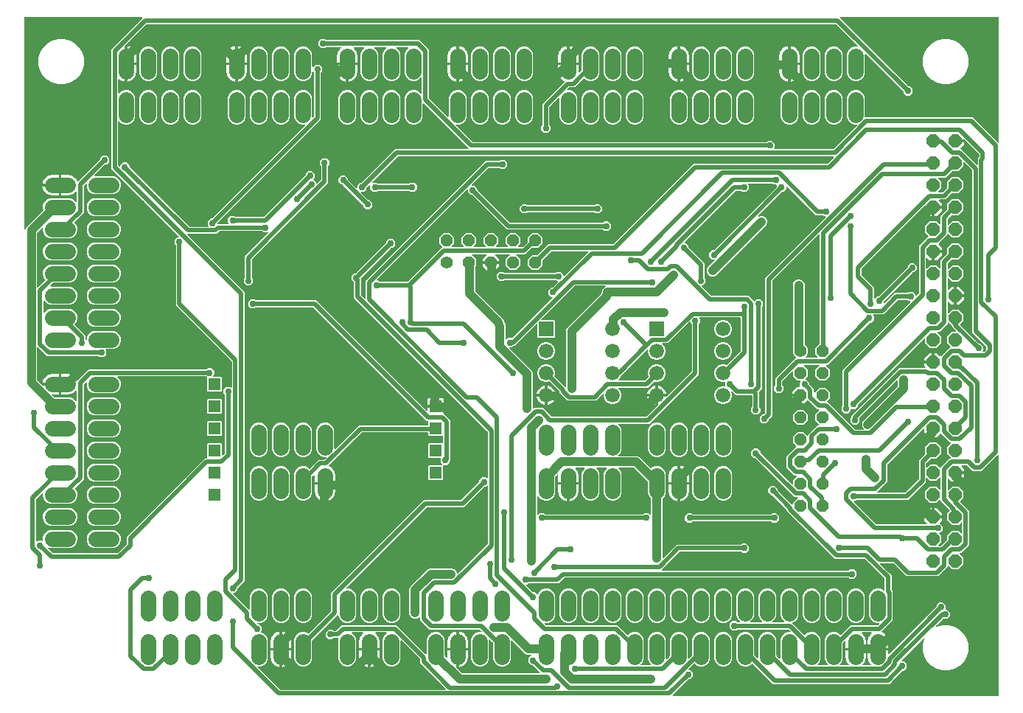
<source format=gbr>
G04 EAGLE Gerber RS-274X export*
G75*
%MOMM*%
%FSLAX34Y34*%
%LPD*%
%INBottom Copper*%
%IPPOS*%
%AMOC8*
5,1,8,0,0,1.08239X$1,22.5*%
G01*
%ADD10C,1.800000*%
%ADD11C,1.422400*%
%ADD12P,1.539592X8X292.500000*%
%ADD13P,1.539592X8X22.500000*%
%ADD14R,1.676400X1.676400*%
%ADD15C,1.676400*%
%ADD16P,1.649562X8X112.500000*%
%ADD17R,1.408000X1.408000*%
%ADD18C,1.016000*%
%ADD19C,0.756400*%
%ADD20C,0.508000*%

G36*
X493626Y17284D02*
X493626Y17284D01*
X493698Y17286D01*
X493746Y17304D01*
X493798Y17312D01*
X493861Y17346D01*
X493929Y17371D01*
X493969Y17403D01*
X494015Y17428D01*
X494065Y17480D01*
X494121Y17524D01*
X494149Y17568D01*
X494185Y17606D01*
X494215Y17671D01*
X494254Y17731D01*
X494266Y17782D01*
X494288Y17829D01*
X494296Y17900D01*
X494314Y17970D01*
X494310Y18022D01*
X494315Y18073D01*
X494300Y18144D01*
X494294Y18215D01*
X494274Y18263D01*
X494263Y18314D01*
X494226Y18375D01*
X494198Y18441D01*
X494153Y18497D01*
X494137Y18525D01*
X494119Y18540D01*
X494093Y18572D01*
X464819Y47846D01*
X464819Y52484D01*
X464805Y52574D01*
X464797Y52665D01*
X464785Y52695D01*
X464780Y52727D01*
X464737Y52807D01*
X464701Y52891D01*
X464675Y52923D01*
X464664Y52944D01*
X464641Y52966D01*
X464596Y53022D01*
X443624Y73994D01*
X443566Y74036D01*
X443514Y74086D01*
X443467Y74108D01*
X443425Y74138D01*
X443356Y74159D01*
X443291Y74189D01*
X443239Y74195D01*
X443189Y74210D01*
X443118Y74208D01*
X443047Y74216D01*
X442996Y74205D01*
X442944Y74204D01*
X442876Y74179D01*
X442806Y74164D01*
X442761Y74137D01*
X442713Y74119D01*
X442657Y74075D01*
X442595Y74038D01*
X442561Y73998D01*
X442521Y73966D01*
X442482Y73905D01*
X442435Y73851D01*
X442416Y73803D01*
X442388Y73759D01*
X442370Y73689D01*
X442343Y73623D01*
X442335Y73551D01*
X442327Y73520D01*
X442329Y73497D01*
X442325Y73456D01*
X442325Y52807D01*
X440722Y48938D01*
X437762Y45978D01*
X433893Y44375D01*
X429707Y44375D01*
X425838Y45978D01*
X422878Y48938D01*
X421275Y52807D01*
X421275Y74993D01*
X422878Y78862D01*
X425838Y81822D01*
X426203Y81974D01*
X426286Y82025D01*
X426372Y82071D01*
X426390Y82090D01*
X426413Y82103D01*
X426475Y82178D01*
X426542Y82249D01*
X426553Y82273D01*
X426569Y82293D01*
X426604Y82384D01*
X426645Y82472D01*
X426648Y82498D01*
X426658Y82522D01*
X426662Y82620D01*
X426672Y82716D01*
X426667Y82742D01*
X426668Y82768D01*
X426641Y82862D01*
X426620Y82957D01*
X426607Y82979D01*
X426599Y83004D01*
X426544Y83084D01*
X426494Y83168D01*
X426474Y83185D01*
X426459Y83206D01*
X426381Y83265D01*
X426307Y83328D01*
X426283Y83338D01*
X426262Y83353D01*
X426169Y83383D01*
X426079Y83420D01*
X426046Y83423D01*
X426028Y83429D01*
X425995Y83429D01*
X425912Y83438D01*
X413872Y83438D01*
X413865Y83437D01*
X413857Y83438D01*
X413743Y83417D01*
X413630Y83399D01*
X413623Y83395D01*
X413615Y83393D01*
X413514Y83337D01*
X413412Y83283D01*
X413407Y83278D01*
X413400Y83274D01*
X413322Y83188D01*
X413243Y83105D01*
X413240Y83098D01*
X413234Y83092D01*
X413188Y82986D01*
X413139Y82882D01*
X413138Y82874D01*
X413135Y82867D01*
X413125Y82752D01*
X413112Y82638D01*
X413114Y82630D01*
X413113Y82622D01*
X413140Y82510D01*
X413164Y82397D01*
X413169Y82390D01*
X413170Y82383D01*
X413232Y82285D01*
X413291Y82186D01*
X413297Y82181D01*
X413301Y82174D01*
X413425Y82061D01*
X413918Y81703D01*
X415203Y80418D01*
X416271Y78949D01*
X417095Y77330D01*
X417657Y75602D01*
X417941Y73808D01*
X417941Y65423D01*
X407162Y65423D01*
X407142Y65420D01*
X407123Y65422D01*
X407021Y65400D01*
X406919Y65383D01*
X406902Y65374D01*
X406882Y65370D01*
X406793Y65317D01*
X406702Y65268D01*
X406688Y65254D01*
X406671Y65244D01*
X406604Y65165D01*
X406533Y65090D01*
X406524Y65072D01*
X406511Y65057D01*
X406473Y64961D01*
X406429Y64867D01*
X406427Y64847D01*
X406419Y64829D01*
X406401Y64662D01*
X406401Y63899D01*
X406399Y63899D01*
X406399Y64662D01*
X406396Y64682D01*
X406398Y64701D01*
X406376Y64803D01*
X406359Y64905D01*
X406350Y64922D01*
X406346Y64942D01*
X406293Y65031D01*
X406244Y65122D01*
X406230Y65136D01*
X406220Y65153D01*
X406141Y65220D01*
X406066Y65291D01*
X406048Y65300D01*
X406033Y65313D01*
X405937Y65352D01*
X405843Y65395D01*
X405823Y65397D01*
X405805Y65405D01*
X405638Y65423D01*
X394859Y65423D01*
X394859Y73808D01*
X395143Y75602D01*
X395705Y77330D01*
X396529Y78949D01*
X397597Y80418D01*
X398882Y81703D01*
X399375Y82061D01*
X399381Y82067D01*
X399388Y82071D01*
X399467Y82154D01*
X399548Y82236D01*
X399552Y82243D01*
X399557Y82249D01*
X399605Y82353D01*
X399656Y82457D01*
X399657Y82465D01*
X399661Y82472D01*
X399673Y82586D01*
X399688Y82701D01*
X399687Y82709D01*
X399688Y82716D01*
X399663Y82829D01*
X399641Y82942D01*
X399637Y82949D01*
X399636Y82957D01*
X399577Y83055D01*
X399519Y83156D01*
X399513Y83161D01*
X399509Y83168D01*
X399422Y83243D01*
X399336Y83320D01*
X399329Y83323D01*
X399322Y83328D01*
X399215Y83371D01*
X399110Y83416D01*
X399102Y83417D01*
X399094Y83420D01*
X398928Y83438D01*
X386888Y83438D01*
X386792Y83423D01*
X386695Y83413D01*
X386671Y83403D01*
X386645Y83399D01*
X386559Y83353D01*
X386470Y83313D01*
X386451Y83296D01*
X386428Y83283D01*
X386361Y83213D01*
X386289Y83147D01*
X386276Y83124D01*
X386258Y83105D01*
X386217Y83017D01*
X386170Y82931D01*
X386166Y82906D01*
X386155Y82882D01*
X386144Y82785D01*
X386127Y82689D01*
X386131Y82663D01*
X386128Y82638D01*
X386148Y82543D01*
X386162Y82446D01*
X386174Y82423D01*
X386180Y82397D01*
X386230Y82314D01*
X386274Y82227D01*
X386293Y82208D01*
X386306Y82186D01*
X386380Y82123D01*
X386450Y82055D01*
X386478Y82039D01*
X386493Y82026D01*
X386524Y82014D01*
X386597Y81974D01*
X386962Y81822D01*
X389922Y78862D01*
X391525Y74993D01*
X391525Y52807D01*
X389922Y48938D01*
X386962Y45978D01*
X383093Y44375D01*
X378907Y44375D01*
X375038Y45978D01*
X372078Y48938D01*
X370475Y52807D01*
X370475Y74993D01*
X370802Y75782D01*
X370812Y75826D01*
X370832Y75868D01*
X370840Y75945D01*
X370858Y76021D01*
X370854Y76067D01*
X370859Y76112D01*
X370842Y76189D01*
X370835Y76266D01*
X370816Y76308D01*
X370806Y76353D01*
X370766Y76420D01*
X370735Y76491D01*
X370704Y76525D01*
X370680Y76564D01*
X370621Y76615D01*
X370568Y76672D01*
X370528Y76694D01*
X370493Y76724D01*
X370421Y76753D01*
X370353Y76790D01*
X370308Y76799D01*
X370265Y76816D01*
X370129Y76831D01*
X370111Y76834D01*
X370106Y76833D01*
X370098Y76834D01*
X365324Y76834D01*
X365234Y76820D01*
X365143Y76812D01*
X365114Y76800D01*
X365082Y76795D01*
X365001Y76752D01*
X364917Y76716D01*
X364885Y76690D01*
X364864Y76679D01*
X364842Y76656D01*
X364786Y76611D01*
X363767Y75592D01*
X359371Y75592D01*
X356262Y78701D01*
X356262Y83097D01*
X359371Y86206D01*
X363767Y86206D01*
X364786Y85187D01*
X364860Y85134D01*
X364930Y85074D01*
X364960Y85062D01*
X364986Y85043D01*
X365073Y85016D01*
X365158Y84982D01*
X365199Y84978D01*
X365221Y84971D01*
X365253Y84972D01*
X365324Y84964D01*
X367825Y84964D01*
X367915Y84978D01*
X368006Y84986D01*
X368036Y84998D01*
X368068Y85003D01*
X368148Y85046D01*
X368232Y85082D01*
X368264Y85108D01*
X368285Y85119D01*
X368307Y85142D01*
X368363Y85187D01*
X374744Y91568D01*
X437548Y91568D01*
X470345Y58771D01*
X470776Y58340D01*
X470834Y58298D01*
X470886Y58248D01*
X470905Y58240D01*
X470916Y58230D01*
X470944Y58219D01*
X470975Y58196D01*
X471044Y58175D01*
X471109Y58145D01*
X471135Y58142D01*
X471145Y58138D01*
X471175Y58135D01*
X471211Y58124D01*
X471261Y58125D01*
X471311Y58119D01*
X471314Y58119D01*
X471323Y58121D01*
X471353Y58118D01*
X471404Y58129D01*
X471456Y58130D01*
X471519Y58153D01*
X471557Y58159D01*
X471565Y58164D01*
X471594Y58170D01*
X471639Y58197D01*
X471687Y58215D01*
X471739Y58255D01*
X471774Y58274D01*
X471782Y58282D01*
X471805Y58296D01*
X471839Y58336D01*
X471879Y58368D01*
X471913Y58421D01*
X471944Y58453D01*
X471949Y58465D01*
X471965Y58483D01*
X471984Y58531D01*
X472012Y58575D01*
X472027Y58632D01*
X472047Y58676D01*
X472049Y58692D01*
X472057Y58711D01*
X472065Y58783D01*
X472073Y58814D01*
X472071Y58837D01*
X472075Y58878D01*
X472075Y74993D01*
X473678Y78862D01*
X476638Y81822D01*
X480507Y83425D01*
X484693Y83425D01*
X488562Y81822D01*
X491522Y78862D01*
X493125Y74993D01*
X493125Y56408D01*
X493139Y56318D01*
X493147Y56227D01*
X493159Y56197D01*
X493164Y56165D01*
X493207Y56085D01*
X493243Y56001D01*
X493269Y55969D01*
X493280Y55948D01*
X493303Y55926D01*
X493348Y55870D01*
X495160Y54058D01*
X495218Y54016D01*
X495270Y53967D01*
X495317Y53945D01*
X495359Y53914D01*
X495428Y53893D01*
X495493Y53863D01*
X495545Y53857D01*
X495595Y53842D01*
X495666Y53844D01*
X495737Y53836D01*
X495788Y53847D01*
X495840Y53848D01*
X495908Y53873D01*
X495978Y53888D01*
X496023Y53915D01*
X496071Y53933D01*
X496127Y53978D01*
X496189Y54014D01*
X496223Y54054D01*
X496263Y54086D01*
X496302Y54147D01*
X496349Y54201D01*
X496368Y54250D01*
X496396Y54293D01*
X496414Y54363D01*
X496441Y54429D01*
X496449Y54501D01*
X496457Y54532D01*
X496455Y54555D01*
X496459Y54596D01*
X496459Y62377D01*
X506477Y62377D01*
X506477Y43056D01*
X506492Y42966D01*
X506499Y42875D01*
X506511Y42845D01*
X506517Y42813D01*
X506559Y42733D01*
X506595Y42649D01*
X506621Y42617D01*
X506632Y42596D01*
X506655Y42574D01*
X506700Y42518D01*
X512672Y36546D01*
X512746Y36493D01*
X512815Y36433D01*
X512845Y36421D01*
X512872Y36402D01*
X512959Y36375D01*
X513043Y36341D01*
X513084Y36337D01*
X513107Y36330D01*
X513139Y36331D01*
X513210Y36323D01*
X601632Y36323D01*
X601703Y36334D01*
X601775Y36336D01*
X601823Y36354D01*
X601875Y36362D01*
X601938Y36396D01*
X602006Y36421D01*
X602046Y36453D01*
X602092Y36478D01*
X602142Y36530D01*
X602198Y36574D01*
X602226Y36618D01*
X602262Y36656D01*
X602292Y36721D01*
X602331Y36781D01*
X602343Y36832D01*
X602365Y36879D01*
X602373Y36950D01*
X602391Y37020D01*
X602387Y37072D01*
X602392Y37123D01*
X602377Y37194D01*
X602371Y37265D01*
X602351Y37313D01*
X602340Y37364D01*
X602303Y37425D01*
X602275Y37491D01*
X602230Y37547D01*
X602214Y37575D01*
X602196Y37590D01*
X602170Y37622D01*
X601629Y38163D01*
X594141Y45651D01*
X594067Y45704D01*
X593998Y45764D01*
X593968Y45776D01*
X593942Y45795D01*
X593855Y45822D01*
X593770Y45856D01*
X593729Y45860D01*
X593707Y45867D01*
X593674Y45866D01*
X593603Y45874D01*
X592162Y45874D01*
X589053Y48983D01*
X589053Y53379D01*
X592159Y56485D01*
X592201Y56543D01*
X592250Y56595D01*
X592272Y56642D01*
X592302Y56684D01*
X592324Y56753D01*
X592354Y56818D01*
X592359Y56870D01*
X592375Y56920D01*
X592373Y56991D01*
X592381Y57062D01*
X592370Y57113D01*
X592368Y57165D01*
X592344Y57233D01*
X592329Y57303D01*
X592302Y57348D01*
X592284Y57396D01*
X592239Y57452D01*
X592202Y57514D01*
X592163Y57548D01*
X592130Y57588D01*
X592070Y57627D01*
X592015Y57674D01*
X591967Y57693D01*
X591923Y57721D01*
X591854Y57739D01*
X591787Y57766D01*
X591716Y57774D01*
X591685Y57782D01*
X591662Y57780D01*
X591621Y57784D01*
X588093Y57784D01*
X585666Y58790D01*
X570624Y73831D01*
X570566Y73873D01*
X570514Y73922D01*
X570467Y73944D01*
X570425Y73975D01*
X570356Y73996D01*
X570291Y74026D01*
X570239Y74032D01*
X570189Y74047D01*
X570118Y74045D01*
X570047Y74053D01*
X569996Y74042D01*
X569944Y74041D01*
X569876Y74016D01*
X569806Y74001D01*
X569761Y73974D01*
X569713Y73956D01*
X569657Y73911D01*
X569595Y73875D01*
X569561Y73835D01*
X569521Y73803D01*
X569482Y73742D01*
X569435Y73688D01*
X569416Y73639D01*
X569388Y73596D01*
X569370Y73526D01*
X569343Y73460D01*
X569335Y73388D01*
X569327Y73357D01*
X569329Y73334D01*
X569325Y73293D01*
X569325Y52807D01*
X567722Y48938D01*
X564762Y45978D01*
X560893Y44375D01*
X556707Y44375D01*
X552838Y45978D01*
X549878Y48938D01*
X548275Y52807D01*
X548275Y71390D01*
X548261Y71480D01*
X548253Y71571D01*
X548241Y71601D01*
X548236Y71633D01*
X548193Y71713D01*
X548157Y71797D01*
X548131Y71830D01*
X548120Y71850D01*
X548097Y71872D01*
X548052Y71928D01*
X545224Y74756D01*
X545166Y74798D01*
X545114Y74848D01*
X545067Y74870D01*
X545025Y74900D01*
X544956Y74921D01*
X544891Y74951D01*
X544839Y74957D01*
X544789Y74972D01*
X544718Y74970D01*
X544647Y74978D01*
X544596Y74967D01*
X544544Y74966D01*
X544476Y74941D01*
X544406Y74926D01*
X544361Y74899D01*
X544313Y74881D01*
X544257Y74837D01*
X544195Y74800D01*
X544161Y74760D01*
X544121Y74728D01*
X544082Y74667D01*
X544035Y74613D01*
X544016Y74565D01*
X543988Y74521D01*
X543970Y74451D01*
X543943Y74385D01*
X543935Y74313D01*
X543927Y74282D01*
X543929Y74259D01*
X543925Y74218D01*
X543925Y52807D01*
X542322Y48938D01*
X539362Y45978D01*
X535493Y44375D01*
X531307Y44375D01*
X527438Y45978D01*
X524478Y48938D01*
X522875Y52807D01*
X522875Y74993D01*
X524478Y78862D01*
X527438Y81822D01*
X531307Y83425D01*
X534718Y83425D01*
X534789Y83436D01*
X534861Y83438D01*
X534909Y83456D01*
X534961Y83464D01*
X535024Y83498D01*
X535092Y83523D01*
X535132Y83555D01*
X535178Y83580D01*
X535228Y83632D01*
X535284Y83676D01*
X535312Y83720D01*
X535348Y83758D01*
X535378Y83823D01*
X535417Y83883D01*
X535429Y83934D01*
X535451Y83981D01*
X535459Y84052D01*
X535477Y84122D01*
X535473Y84174D01*
X535478Y84225D01*
X535463Y84296D01*
X535457Y84367D01*
X535437Y84415D01*
X535426Y84466D01*
X535389Y84527D01*
X535361Y84593D01*
X535316Y84649D01*
X535300Y84677D01*
X535282Y84692D01*
X535256Y84724D01*
X533463Y86517D01*
X533389Y86570D01*
X533320Y86630D01*
X533290Y86642D01*
X533264Y86661D01*
X533176Y86688D01*
X533092Y86722D01*
X533051Y86726D01*
X533028Y86733D01*
X532996Y86732D01*
X532925Y86740D01*
X475455Y86740D01*
X464819Y97376D01*
X464819Y100327D01*
X464808Y100398D01*
X464806Y100469D01*
X464788Y100518D01*
X464780Y100570D01*
X464746Y100633D01*
X464721Y100700D01*
X464689Y100741D01*
X464664Y100787D01*
X464612Y100836D01*
X464568Y100892D01*
X464524Y100921D01*
X464486Y100956D01*
X464421Y100987D01*
X464361Y101025D01*
X464310Y101038D01*
X464263Y101060D01*
X464192Y101068D01*
X464122Y101085D01*
X464070Y101081D01*
X464019Y101087D01*
X463948Y101072D01*
X463877Y101066D01*
X463829Y101046D01*
X463778Y101035D01*
X463717Y100998D01*
X463651Y100970D01*
X463595Y100925D01*
X463567Y100909D01*
X463552Y100891D01*
X463520Y100865D01*
X462719Y100065D01*
X460292Y99059D01*
X457664Y99059D01*
X455237Y100065D01*
X453379Y101923D01*
X452373Y104350D01*
X452373Y133394D01*
X453379Y135821D01*
X473398Y155840D01*
X475825Y156846D01*
X501567Y156846D01*
X503994Y155840D01*
X505852Y153982D01*
X506858Y151555D01*
X506858Y151224D01*
X506869Y151153D01*
X506871Y151081D01*
X506889Y151033D01*
X506897Y150981D01*
X506931Y150918D01*
X506956Y150850D01*
X506988Y150810D01*
X507013Y150764D01*
X507065Y150714D01*
X507109Y150658D01*
X507153Y150630D01*
X507191Y150594D01*
X507256Y150564D01*
X507316Y150525D01*
X507367Y150513D01*
X507414Y150491D01*
X507485Y150483D01*
X507555Y150465D01*
X507607Y150469D01*
X507658Y150464D01*
X507729Y150479D01*
X507800Y150485D01*
X507848Y150505D01*
X507899Y150516D01*
X507960Y150553D01*
X508026Y150581D01*
X508082Y150626D01*
X508110Y150642D01*
X508125Y150660D01*
X508157Y150686D01*
X542193Y184722D01*
X542237Y184782D01*
X542273Y184820D01*
X542279Y184834D01*
X542306Y184865D01*
X542318Y184895D01*
X542337Y184921D01*
X542364Y185008D01*
X542398Y185093D01*
X542402Y185134D01*
X542409Y185157D01*
X542408Y185189D01*
X542416Y185260D01*
X542416Y250753D01*
X542405Y250823D01*
X542403Y250895D01*
X542385Y250944D01*
X542377Y250995D01*
X542343Y251059D01*
X542318Y251126D01*
X542286Y251167D01*
X542261Y251213D01*
X542209Y251262D01*
X542165Y251318D01*
X542121Y251346D01*
X542083Y251382D01*
X542018Y251412D01*
X541958Y251451D01*
X541907Y251464D01*
X541860Y251486D01*
X541789Y251494D01*
X541719Y251511D01*
X541667Y251507D01*
X541616Y251513D01*
X541545Y251498D01*
X541474Y251492D01*
X541426Y251472D01*
X541375Y251461D01*
X541314Y251424D01*
X541248Y251396D01*
X541192Y251351D01*
X541164Y251334D01*
X541149Y251317D01*
X541117Y251291D01*
X540424Y250598D01*
X538983Y250598D01*
X538893Y250584D01*
X538802Y250576D01*
X538772Y250564D01*
X538740Y250559D01*
X538660Y250516D01*
X538576Y250480D01*
X538544Y250454D01*
X538523Y250443D01*
X538501Y250420D01*
X538445Y250375D01*
X515145Y227075D01*
X472534Y227075D01*
X472444Y227061D01*
X472353Y227053D01*
X472323Y227041D01*
X472291Y227036D01*
X472211Y226993D01*
X472127Y226957D01*
X472095Y226931D01*
X472074Y226920D01*
X472052Y226897D01*
X471996Y226852D01*
X379868Y134724D01*
X379826Y134666D01*
X379776Y134614D01*
X379754Y134567D01*
X379724Y134525D01*
X379703Y134456D01*
X379673Y134391D01*
X379667Y134339D01*
X379652Y134289D01*
X379654Y134218D01*
X379646Y134147D01*
X379657Y134096D01*
X379658Y134044D01*
X379683Y133976D01*
X379698Y133906D01*
X379725Y133862D01*
X379743Y133813D01*
X379787Y133757D01*
X379824Y133695D01*
X379864Y133661D01*
X379896Y133621D01*
X379957Y133582D01*
X380011Y133535D01*
X380059Y133516D01*
X380103Y133488D01*
X380173Y133470D01*
X380239Y133443D01*
X380311Y133435D01*
X380342Y133427D01*
X380365Y133429D01*
X380406Y133425D01*
X383093Y133425D01*
X386962Y131822D01*
X389922Y128862D01*
X391525Y124993D01*
X391525Y102807D01*
X389922Y98938D01*
X386962Y95978D01*
X383093Y94375D01*
X378907Y94375D01*
X375038Y95978D01*
X372078Y98938D01*
X370600Y102505D01*
X370576Y102544D01*
X370560Y102587D01*
X370512Y102648D01*
X370471Y102714D01*
X370435Y102744D01*
X370406Y102779D01*
X370341Y102821D01*
X370281Y102871D01*
X370238Y102888D01*
X370200Y102912D01*
X370124Y102931D01*
X370051Y102959D01*
X370006Y102961D01*
X369961Y102972D01*
X369883Y102966D01*
X369806Y102970D01*
X369761Y102957D01*
X369716Y102953D01*
X369644Y102923D01*
X369569Y102901D01*
X369532Y102875D01*
X369489Y102857D01*
X369383Y102772D01*
X369367Y102761D01*
X369364Y102757D01*
X369359Y102752D01*
X367983Y101376D01*
X340948Y74341D01*
X340895Y74267D01*
X340835Y74198D01*
X340823Y74168D01*
X340804Y74142D01*
X340777Y74055D01*
X340743Y73970D01*
X340739Y73929D01*
X340732Y73906D01*
X340733Y73874D01*
X340725Y73803D01*
X340725Y52807D01*
X339122Y48938D01*
X336162Y45978D01*
X332293Y44375D01*
X328107Y44375D01*
X324238Y45978D01*
X321278Y48938D01*
X319675Y52807D01*
X319675Y74993D01*
X321278Y78862D01*
X324238Y81822D01*
X328107Y83425D01*
X332293Y83425D01*
X336237Y81791D01*
X336350Y81765D01*
X336464Y81736D01*
X336470Y81737D01*
X336476Y81735D01*
X336593Y81746D01*
X336709Y81755D01*
X336715Y81758D01*
X336721Y81758D01*
X336828Y81806D01*
X336935Y81852D01*
X336941Y81856D01*
X336946Y81858D01*
X336959Y81871D01*
X337066Y81956D01*
X362234Y107125D01*
X362287Y107199D01*
X362347Y107268D01*
X362359Y107298D01*
X362378Y107324D01*
X362405Y107411D01*
X362439Y107496D01*
X362443Y107537D01*
X362450Y107560D01*
X362449Y107592D01*
X362457Y107663D01*
X362457Y128811D01*
X468851Y235205D01*
X511462Y235205D01*
X511552Y235219D01*
X511643Y235227D01*
X511673Y235239D01*
X511705Y235244D01*
X511785Y235287D01*
X511869Y235323D01*
X511901Y235349D01*
X511922Y235360D01*
X511944Y235383D01*
X512000Y235428D01*
X532696Y256124D01*
X532749Y256198D01*
X532809Y256267D01*
X532821Y256297D01*
X532840Y256323D01*
X532867Y256410D01*
X532901Y256495D01*
X532905Y256536D01*
X532912Y256559D01*
X532911Y256591D01*
X532919Y256662D01*
X532919Y258103D01*
X536028Y261212D01*
X540424Y261212D01*
X541117Y260519D01*
X541175Y260477D01*
X541227Y260428D01*
X541274Y260406D01*
X541316Y260376D01*
X541385Y260354D01*
X541450Y260324D01*
X541502Y260319D01*
X541552Y260303D01*
X541623Y260305D01*
X541694Y260297D01*
X541745Y260308D01*
X541797Y260310D01*
X541865Y260334D01*
X541935Y260349D01*
X541980Y260376D01*
X542028Y260394D01*
X542084Y260439D01*
X542146Y260476D01*
X542180Y260515D01*
X542220Y260548D01*
X542259Y260608D01*
X542306Y260663D01*
X542325Y260711D01*
X542353Y260755D01*
X542371Y260824D01*
X542398Y260891D01*
X542406Y260962D01*
X542414Y260993D01*
X542412Y261016D01*
X542416Y261057D01*
X542416Y313342D01*
X542402Y313432D01*
X542394Y313523D01*
X542382Y313553D01*
X542377Y313585D01*
X542334Y313665D01*
X542298Y313749D01*
X542272Y313781D01*
X542261Y313802D01*
X542238Y313824D01*
X542193Y313880D01*
X388873Y467200D01*
X388873Y484941D01*
X388859Y485031D01*
X388851Y485122D01*
X388839Y485151D01*
X388834Y485183D01*
X388791Y485264D01*
X388755Y485348D01*
X388729Y485380D01*
X388718Y485401D01*
X388695Y485423D01*
X388650Y485479D01*
X385980Y488149D01*
X385980Y492545D01*
X389089Y495654D01*
X390530Y495654D01*
X390620Y495668D01*
X390711Y495676D01*
X390741Y495688D01*
X390773Y495693D01*
X390853Y495736D01*
X390937Y495772D01*
X390969Y495798D01*
X390990Y495809D01*
X391012Y495832D01*
X391068Y495877D01*
X425381Y530190D01*
X425434Y530264D01*
X425494Y530333D01*
X425506Y530363D01*
X425525Y530389D01*
X425552Y530476D01*
X425586Y530561D01*
X425590Y530602D01*
X425597Y530625D01*
X425596Y530657D01*
X425604Y530728D01*
X425604Y532169D01*
X428713Y535278D01*
X433109Y535278D01*
X436218Y532169D01*
X436218Y527773D01*
X433109Y524664D01*
X431668Y524664D01*
X431578Y524650D01*
X431487Y524642D01*
X431457Y524630D01*
X431425Y524625D01*
X431345Y524582D01*
X431261Y524546D01*
X431229Y524520D01*
X431208Y524509D01*
X431186Y524486D01*
X431130Y524441D01*
X397226Y490537D01*
X397173Y490463D01*
X397113Y490394D01*
X397101Y490364D01*
X397082Y490338D01*
X397055Y490251D01*
X397021Y490166D01*
X397017Y490125D01*
X397010Y490102D01*
X397011Y490070D01*
X397003Y489999D01*
X397003Y470883D01*
X397017Y470793D01*
X397025Y470702D01*
X397037Y470672D01*
X397042Y470640D01*
X397085Y470560D01*
X397121Y470476D01*
X397147Y470443D01*
X397158Y470423D01*
X397181Y470401D01*
X397226Y470345D01*
X400782Y466789D01*
X400840Y466747D01*
X400892Y466697D01*
X400939Y466675D01*
X400981Y466645D01*
X401050Y466624D01*
X401115Y466594D01*
X401167Y466588D01*
X401217Y466573D01*
X401288Y466575D01*
X401359Y466567D01*
X401410Y466578D01*
X401462Y466579D01*
X401530Y466604D01*
X401600Y466619D01*
X401645Y466646D01*
X401693Y466664D01*
X401749Y466708D01*
X401811Y466745D01*
X401845Y466785D01*
X401885Y466817D01*
X401924Y466878D01*
X401971Y466932D01*
X401990Y466980D01*
X402018Y467024D01*
X402036Y467094D01*
X402063Y467160D01*
X402071Y467232D01*
X402079Y467263D01*
X402077Y467286D01*
X402081Y467327D01*
X402081Y487078D01*
X539844Y624841D01*
X555934Y624841D01*
X556024Y624855D01*
X556115Y624863D01*
X556144Y624875D01*
X556176Y624880D01*
X556257Y624923D01*
X556341Y624959D01*
X556373Y624985D01*
X556394Y624996D01*
X556416Y625019D01*
X556472Y625064D01*
X557491Y626083D01*
X561887Y626083D01*
X564996Y622974D01*
X564996Y618578D01*
X561887Y615469D01*
X557491Y615469D01*
X556472Y616488D01*
X556398Y616541D01*
X556328Y616601D01*
X556298Y616613D01*
X556272Y616632D01*
X556185Y616659D01*
X556100Y616693D01*
X556059Y616697D01*
X556037Y616704D01*
X556005Y616703D01*
X555934Y616711D01*
X543527Y616711D01*
X543437Y616697D01*
X543346Y616689D01*
X543316Y616677D01*
X543284Y616672D01*
X543204Y616629D01*
X543120Y616593D01*
X543088Y616567D01*
X543067Y616556D01*
X543045Y616533D01*
X542989Y616488D01*
X524165Y597664D01*
X524123Y597606D01*
X524073Y597554D01*
X524051Y597507D01*
X524021Y597465D01*
X524000Y597396D01*
X523970Y597331D01*
X523964Y597279D01*
X523949Y597229D01*
X523951Y597158D01*
X523943Y597087D01*
X523954Y597036D01*
X523955Y596984D01*
X523980Y596916D01*
X523995Y596846D01*
X524022Y596801D01*
X524040Y596753D01*
X524084Y596697D01*
X524121Y596635D01*
X524161Y596601D01*
X524193Y596561D01*
X524254Y596522D01*
X524308Y596475D01*
X524356Y596456D01*
X524400Y596428D01*
X524470Y596410D01*
X524536Y596383D01*
X524608Y596375D01*
X524639Y596367D01*
X524662Y596369D01*
X524703Y596365D01*
X527216Y596365D01*
X530325Y593256D01*
X530325Y591815D01*
X530339Y591725D01*
X530347Y591634D01*
X530359Y591604D01*
X530364Y591572D01*
X530407Y591492D01*
X530443Y591408D01*
X530469Y591376D01*
X530480Y591355D01*
X530503Y591333D01*
X530548Y591277D01*
X567754Y554071D01*
X567828Y554018D01*
X567897Y553958D01*
X567927Y553946D01*
X567953Y553927D01*
X568040Y553900D01*
X568125Y553866D01*
X568166Y553862D01*
X568189Y553855D01*
X568221Y553856D01*
X568292Y553848D01*
X674806Y553848D01*
X674896Y553862D01*
X674987Y553870D01*
X675016Y553882D01*
X675048Y553887D01*
X675129Y553930D01*
X675213Y553966D01*
X675245Y553992D01*
X675266Y554003D01*
X675288Y554026D01*
X675344Y554071D01*
X676363Y555090D01*
X680759Y555090D01*
X683868Y551981D01*
X683868Y547585D01*
X680759Y544476D01*
X676363Y544476D01*
X675344Y545495D01*
X675270Y545548D01*
X675200Y545608D01*
X675170Y545620D01*
X675144Y545639D01*
X675057Y545666D01*
X674972Y545700D01*
X674931Y545704D01*
X674909Y545711D01*
X674877Y545710D01*
X674806Y545718D01*
X564609Y545718D01*
X524799Y585528D01*
X524725Y585581D01*
X524656Y585641D01*
X524626Y585653D01*
X524600Y585672D01*
X524513Y585699D01*
X524428Y585733D01*
X524387Y585737D01*
X524364Y585744D01*
X524332Y585743D01*
X524261Y585751D01*
X522820Y585751D01*
X519711Y588860D01*
X519711Y591373D01*
X519700Y591444D01*
X519698Y591516D01*
X519680Y591565D01*
X519672Y591616D01*
X519638Y591679D01*
X519613Y591747D01*
X519581Y591787D01*
X519556Y591833D01*
X519505Y591883D01*
X519460Y591939D01*
X519416Y591967D01*
X519378Y592003D01*
X519313Y592033D01*
X519253Y592072D01*
X519202Y592084D01*
X519155Y592106D01*
X519084Y592114D01*
X519014Y592132D01*
X518962Y592128D01*
X518911Y592133D01*
X518840Y592118D01*
X518769Y592112D01*
X518721Y592092D01*
X518670Y592081D01*
X518609Y592044D01*
X518543Y592016D01*
X518487Y591971D01*
X518459Y591955D01*
X518444Y591937D01*
X518412Y591911D01*
X415199Y488698D01*
X415157Y488640D01*
X415107Y488588D01*
X415085Y488541D01*
X415055Y488499D01*
X415034Y488430D01*
X415004Y488365D01*
X414998Y488313D01*
X414983Y488263D01*
X414985Y488192D01*
X414977Y488121D01*
X414988Y488070D01*
X414989Y488018D01*
X415014Y487950D01*
X415029Y487880D01*
X415056Y487835D01*
X415074Y487787D01*
X415118Y487731D01*
X415155Y487669D01*
X415195Y487635D01*
X415227Y487595D01*
X415288Y487556D01*
X415342Y487509D01*
X415390Y487490D01*
X415434Y487462D01*
X415504Y487444D01*
X415570Y487417D01*
X415642Y487409D01*
X415673Y487401D01*
X415696Y487403D01*
X415737Y487399D01*
X416599Y487399D01*
X417618Y486380D01*
X417692Y486327D01*
X417762Y486267D01*
X417792Y486255D01*
X417818Y486236D01*
X417905Y486209D01*
X417990Y486175D01*
X418031Y486171D01*
X418053Y486164D01*
X418085Y486165D01*
X418156Y486157D01*
X450375Y486157D01*
X450465Y486171D01*
X450556Y486179D01*
X450586Y486191D01*
X450618Y486196D01*
X450698Y486239D01*
X450782Y486275D01*
X450814Y486301D01*
X450835Y486312D01*
X450857Y486335D01*
X450913Y486380D01*
X487710Y523177D01*
X489971Y525438D01*
X489983Y525454D01*
X489999Y525466D01*
X490055Y525554D01*
X490115Y525638D01*
X490121Y525657D01*
X490132Y525673D01*
X490157Y525774D01*
X490187Y525873D01*
X490187Y525893D01*
X490192Y525912D01*
X490184Y526015D01*
X490181Y526119D01*
X490174Y526137D01*
X490173Y526157D01*
X490132Y526252D01*
X490097Y526350D01*
X490084Y526365D01*
X490076Y526383D01*
X489971Y526514D01*
X486663Y529823D01*
X486663Y536977D01*
X491723Y542037D01*
X498877Y542037D01*
X503937Y536977D01*
X503937Y529823D01*
X501194Y527080D01*
X501153Y527022D01*
X501103Y526970D01*
X501081Y526923D01*
X501051Y526881D01*
X501030Y526812D01*
X501000Y526747D01*
X500994Y526695D01*
X500979Y526645D01*
X500980Y526574D01*
X500972Y526503D01*
X500984Y526452D01*
X500985Y526400D01*
X501010Y526332D01*
X501025Y526262D01*
X501051Y526217D01*
X501069Y526169D01*
X501114Y526113D01*
X501151Y526051D01*
X501190Y526017D01*
X501223Y525977D01*
X501283Y525938D01*
X501338Y525891D01*
X501386Y525872D01*
X501430Y525844D01*
X501499Y525826D01*
X501566Y525799D01*
X501637Y525791D01*
X501668Y525783D01*
X501692Y525785D01*
X501733Y525781D01*
X514267Y525781D01*
X514338Y525792D01*
X514410Y525794D01*
X514459Y525812D01*
X514510Y525820D01*
X514573Y525854D01*
X514641Y525879D01*
X514681Y525911D01*
X514727Y525936D01*
X514777Y525988D01*
X514833Y526032D01*
X514861Y526076D01*
X514897Y526114D01*
X514927Y526179D01*
X514966Y526239D01*
X514978Y526290D01*
X515000Y526337D01*
X515008Y526408D01*
X515026Y526478D01*
X515022Y526530D01*
X515028Y526581D01*
X515012Y526652D01*
X515007Y526723D01*
X514986Y526771D01*
X514975Y526822D01*
X514938Y526883D01*
X514910Y526949D01*
X514866Y527005D01*
X514849Y527033D01*
X514831Y527048D01*
X514806Y527080D01*
X512063Y529823D01*
X512063Y536977D01*
X517123Y542037D01*
X524277Y542037D01*
X529337Y536977D01*
X529337Y529823D01*
X526594Y527080D01*
X526553Y527022D01*
X526503Y526970D01*
X526481Y526923D01*
X526451Y526881D01*
X526430Y526812D01*
X526400Y526747D01*
X526394Y526695D01*
X526379Y526645D01*
X526380Y526574D01*
X526372Y526503D01*
X526384Y526452D01*
X526385Y526400D01*
X526410Y526332D01*
X526425Y526262D01*
X526451Y526217D01*
X526469Y526169D01*
X526514Y526113D01*
X526551Y526051D01*
X526590Y526017D01*
X526623Y525977D01*
X526683Y525938D01*
X526738Y525891D01*
X526786Y525872D01*
X526830Y525844D01*
X526899Y525826D01*
X526966Y525799D01*
X527037Y525791D01*
X527068Y525783D01*
X527092Y525785D01*
X527133Y525781D01*
X539667Y525781D01*
X539738Y525792D01*
X539810Y525794D01*
X539859Y525812D01*
X539910Y525820D01*
X539973Y525854D01*
X540041Y525879D01*
X540081Y525911D01*
X540127Y525936D01*
X540177Y525988D01*
X540233Y526032D01*
X540261Y526076D01*
X540297Y526114D01*
X540327Y526179D01*
X540366Y526239D01*
X540378Y526290D01*
X540400Y526337D01*
X540408Y526408D01*
X540426Y526478D01*
X540422Y526530D01*
X540428Y526581D01*
X540412Y526652D01*
X540407Y526723D01*
X540386Y526771D01*
X540375Y526822D01*
X540338Y526883D01*
X540310Y526949D01*
X540266Y527005D01*
X540249Y527033D01*
X540231Y527048D01*
X540206Y527080D01*
X537463Y529823D01*
X537463Y536977D01*
X542523Y542037D01*
X549677Y542037D01*
X554737Y536977D01*
X554737Y529823D01*
X551994Y527080D01*
X551953Y527022D01*
X551903Y526970D01*
X551881Y526923D01*
X551851Y526881D01*
X551830Y526812D01*
X551800Y526747D01*
X551794Y526695D01*
X551779Y526645D01*
X551780Y526574D01*
X551772Y526503D01*
X551784Y526452D01*
X551785Y526400D01*
X551810Y526332D01*
X551825Y526262D01*
X551851Y526217D01*
X551869Y526169D01*
X551914Y526113D01*
X551951Y526051D01*
X551990Y526017D01*
X552023Y525977D01*
X552083Y525938D01*
X552138Y525891D01*
X552186Y525872D01*
X552230Y525844D01*
X552299Y525826D01*
X552366Y525799D01*
X552437Y525791D01*
X552468Y525783D01*
X552492Y525785D01*
X552533Y525781D01*
X565067Y525781D01*
X565138Y525792D01*
X565210Y525794D01*
X565259Y525812D01*
X565310Y525820D01*
X565373Y525854D01*
X565441Y525879D01*
X565481Y525911D01*
X565527Y525936D01*
X565577Y525988D01*
X565633Y526032D01*
X565661Y526076D01*
X565697Y526114D01*
X565727Y526179D01*
X565766Y526239D01*
X565778Y526290D01*
X565800Y526337D01*
X565808Y526408D01*
X565826Y526478D01*
X565822Y526530D01*
X565828Y526581D01*
X565812Y526652D01*
X565807Y526723D01*
X565786Y526771D01*
X565775Y526822D01*
X565738Y526883D01*
X565710Y526949D01*
X565666Y527005D01*
X565649Y527033D01*
X565631Y527048D01*
X565606Y527080D01*
X562863Y529823D01*
X562863Y536977D01*
X567923Y542037D01*
X575077Y542037D01*
X580137Y536977D01*
X580137Y529823D01*
X577394Y527080D01*
X577353Y527022D01*
X577303Y526970D01*
X577281Y526923D01*
X577251Y526881D01*
X577230Y526812D01*
X577200Y526747D01*
X577194Y526695D01*
X577179Y526645D01*
X577180Y526574D01*
X577172Y526503D01*
X577184Y526452D01*
X577185Y526400D01*
X577210Y526332D01*
X577225Y526262D01*
X577251Y526217D01*
X577269Y526169D01*
X577314Y526113D01*
X577351Y526051D01*
X577390Y526017D01*
X577423Y525977D01*
X577483Y525938D01*
X577538Y525891D01*
X577586Y525872D01*
X577630Y525844D01*
X577699Y525826D01*
X577766Y525799D01*
X577837Y525791D01*
X577868Y525783D01*
X577892Y525785D01*
X577933Y525781D01*
X582455Y525781D01*
X582545Y525795D01*
X582636Y525803D01*
X582666Y525815D01*
X582698Y525820D01*
X582778Y525863D01*
X582862Y525899D01*
X582894Y525925D01*
X582915Y525936D01*
X582937Y525959D01*
X582993Y526004D01*
X588040Y531051D01*
X588093Y531125D01*
X588153Y531194D01*
X588165Y531224D01*
X588184Y531250D01*
X588211Y531337D01*
X588245Y531422D01*
X588249Y531463D01*
X588256Y531486D01*
X588255Y531518D01*
X588263Y531589D01*
X588263Y536977D01*
X593323Y542037D01*
X600477Y542037D01*
X605537Y536977D01*
X605537Y529823D01*
X600477Y524763D01*
X593565Y524763D01*
X593475Y524749D01*
X593384Y524741D01*
X593354Y524729D01*
X593322Y524724D01*
X593242Y524681D01*
X593158Y524645D01*
X593126Y524619D01*
X593105Y524608D01*
X593083Y524585D01*
X593027Y524540D01*
X586138Y517651D01*
X575901Y517651D01*
X575830Y517640D01*
X575758Y517638D01*
X575709Y517620D01*
X575658Y517612D01*
X575595Y517578D01*
X575527Y517553D01*
X575487Y517521D01*
X575441Y517496D01*
X575391Y517444D01*
X575335Y517400D01*
X575307Y517356D01*
X575271Y517318D01*
X575241Y517253D01*
X575202Y517193D01*
X575190Y517142D01*
X575168Y517095D01*
X575160Y517024D01*
X575142Y516954D01*
X575146Y516902D01*
X575140Y516851D01*
X575156Y516780D01*
X575161Y516709D01*
X575182Y516661D01*
X575193Y516610D01*
X575230Y516549D01*
X575258Y516483D01*
X575302Y516427D01*
X575319Y516399D01*
X575337Y516384D01*
X575362Y516352D01*
X580137Y511577D01*
X580137Y504423D01*
X575077Y499363D01*
X567923Y499363D01*
X562863Y504423D01*
X562863Y511577D01*
X567638Y516352D01*
X567679Y516410D01*
X567729Y516462D01*
X567751Y516509D01*
X567781Y516551D01*
X567802Y516620D01*
X567832Y516685D01*
X567838Y516737D01*
X567853Y516787D01*
X567852Y516858D01*
X567860Y516929D01*
X567848Y516980D01*
X567847Y517032D01*
X567822Y517100D01*
X567807Y517170D01*
X567781Y517215D01*
X567763Y517263D01*
X567718Y517319D01*
X567681Y517381D01*
X567642Y517415D01*
X567609Y517455D01*
X567549Y517494D01*
X567494Y517541D01*
X567446Y517560D01*
X567402Y517588D01*
X567333Y517606D01*
X567266Y517633D01*
X567195Y517641D01*
X567164Y517649D01*
X567140Y517647D01*
X567099Y517651D01*
X551938Y517651D01*
X551867Y517640D01*
X551795Y517638D01*
X551746Y517620D01*
X551695Y517612D01*
X551631Y517578D01*
X551564Y517553D01*
X551523Y517521D01*
X551477Y517496D01*
X551428Y517444D01*
X551372Y517400D01*
X551344Y517356D01*
X551308Y517318D01*
X551278Y517253D01*
X551239Y517193D01*
X551226Y517142D01*
X551204Y517095D01*
X551197Y517024D01*
X551179Y516954D01*
X551183Y516902D01*
X551177Y516851D01*
X551193Y516780D01*
X551198Y516709D01*
X551218Y516661D01*
X551230Y516610D01*
X551266Y516549D01*
X551294Y516483D01*
X551339Y516427D01*
X551356Y516399D01*
X551374Y516384D01*
X551399Y516352D01*
X555753Y511998D01*
X555753Y509523D01*
X546862Y509523D01*
X546842Y509520D01*
X546823Y509522D01*
X546721Y509500D01*
X546619Y509483D01*
X546602Y509474D01*
X546582Y509470D01*
X546493Y509417D01*
X546402Y509368D01*
X546388Y509354D01*
X546371Y509344D01*
X546304Y509265D01*
X546233Y509190D01*
X546224Y509172D01*
X546211Y509157D01*
X546173Y509061D01*
X546129Y508967D01*
X546127Y508947D01*
X546119Y508929D01*
X546101Y508762D01*
X546101Y507999D01*
X546099Y507999D01*
X546099Y508762D01*
X546096Y508782D01*
X546098Y508801D01*
X546076Y508903D01*
X546059Y509005D01*
X546050Y509022D01*
X546046Y509042D01*
X545993Y509131D01*
X545944Y509222D01*
X545930Y509236D01*
X545920Y509253D01*
X545841Y509320D01*
X545766Y509391D01*
X545748Y509400D01*
X545733Y509413D01*
X545637Y509452D01*
X545543Y509495D01*
X545523Y509497D01*
X545505Y509505D01*
X545338Y509523D01*
X536447Y509523D01*
X536447Y511998D01*
X540801Y516352D01*
X540843Y516410D01*
X540892Y516462D01*
X540914Y516509D01*
X540944Y516551D01*
X540965Y516620D01*
X540996Y516685D01*
X541001Y516737D01*
X541017Y516787D01*
X541015Y516858D01*
X541023Y516929D01*
X541012Y516980D01*
X541010Y517032D01*
X540986Y517100D01*
X540970Y517170D01*
X540944Y517215D01*
X540926Y517263D01*
X540881Y517319D01*
X540844Y517381D01*
X540805Y517415D01*
X540772Y517455D01*
X540712Y517494D01*
X540657Y517541D01*
X540609Y517560D01*
X540565Y517588D01*
X540496Y517606D01*
X540429Y517633D01*
X540358Y517641D01*
X540327Y517649D01*
X540303Y517647D01*
X540262Y517651D01*
X525101Y517651D01*
X525030Y517640D01*
X524958Y517638D01*
X524909Y517620D01*
X524858Y517612D01*
X524795Y517578D01*
X524727Y517553D01*
X524687Y517521D01*
X524641Y517496D01*
X524591Y517444D01*
X524535Y517400D01*
X524507Y517356D01*
X524471Y517318D01*
X524441Y517253D01*
X524402Y517193D01*
X524390Y517142D01*
X524368Y517095D01*
X524360Y517024D01*
X524342Y516954D01*
X524346Y516902D01*
X524340Y516851D01*
X524356Y516780D01*
X524361Y516709D01*
X524382Y516661D01*
X524393Y516610D01*
X524430Y516549D01*
X524458Y516483D01*
X524502Y516427D01*
X524519Y516399D01*
X524537Y516384D01*
X524562Y516352D01*
X529337Y511577D01*
X529337Y504423D01*
X528544Y503630D01*
X528491Y503556D01*
X528431Y503486D01*
X528419Y503456D01*
X528400Y503430D01*
X528373Y503343D01*
X528339Y503258D01*
X528335Y503217D01*
X528328Y503195D01*
X528329Y503163D01*
X528321Y503091D01*
X528321Y475237D01*
X528335Y475147D01*
X528343Y475056D01*
X528355Y475026D01*
X528360Y474994D01*
X528403Y474914D01*
X528439Y474830D01*
X528465Y474798D01*
X528476Y474777D01*
X528499Y474755D01*
X528544Y474699D01*
X558561Y444681D01*
X558592Y444659D01*
X558618Y444630D01*
X558759Y444539D01*
X558865Y444486D01*
X559554Y443691D01*
X559570Y443678D01*
X559591Y443652D01*
X560335Y442907D01*
X560381Y442798D01*
X560401Y442765D01*
X560414Y442728D01*
X560509Y442590D01*
X560586Y442501D01*
X560919Y441503D01*
X560928Y441485D01*
X560938Y441452D01*
X561341Y440480D01*
X561341Y440361D01*
X561347Y440323D01*
X561345Y440285D01*
X561380Y440121D01*
X562570Y436550D01*
X562580Y436532D01*
X562589Y436499D01*
X562992Y435527D01*
X562992Y435408D01*
X562998Y435370D01*
X562996Y435332D01*
X563031Y435168D01*
X563068Y435055D01*
X562994Y434006D01*
X562995Y433985D01*
X562992Y433952D01*
X562992Y420442D01*
X562993Y420436D01*
X562993Y420435D01*
X562993Y420432D01*
X563003Y420372D01*
X563005Y420300D01*
X563023Y420251D01*
X563031Y420200D01*
X563065Y420136D01*
X563090Y420069D01*
X563122Y420028D01*
X563147Y419982D01*
X563199Y419933D01*
X563243Y419877D01*
X563287Y419849D01*
X563325Y419813D01*
X563390Y419783D01*
X563450Y419744D01*
X563501Y419731D01*
X563548Y419709D01*
X563619Y419701D01*
X563689Y419684D01*
X563741Y419688D01*
X563792Y419682D01*
X563863Y419697D01*
X563934Y419703D01*
X563982Y419723D01*
X564033Y419734D01*
X564094Y419771D01*
X564160Y419799D01*
X564216Y419844D01*
X564244Y419861D01*
X564259Y419878D01*
X564291Y419904D01*
X565746Y421359D01*
X570341Y421359D01*
X570369Y421350D01*
X570389Y421351D01*
X570409Y421346D01*
X570512Y421354D01*
X570615Y421356D01*
X570634Y421363D01*
X570654Y421365D01*
X570749Y421405D01*
X570846Y421440D01*
X570862Y421453D01*
X570881Y421461D01*
X571012Y421566D01*
X616676Y467231D01*
X616718Y467289D01*
X616768Y467341D01*
X616790Y467388D01*
X616820Y467430D01*
X616841Y467499D01*
X616871Y467564D01*
X616877Y467616D01*
X616892Y467666D01*
X616890Y467737D01*
X616898Y467808D01*
X616887Y467859D01*
X616886Y467911D01*
X616861Y467979D01*
X616846Y468049D01*
X616819Y468093D01*
X616801Y468142D01*
X616757Y468198D01*
X616720Y468260D01*
X616680Y468294D01*
X616648Y468334D01*
X616587Y468373D01*
X616533Y468420D01*
X616485Y468439D01*
X616441Y468467D01*
X616371Y468485D01*
X616305Y468512D01*
X616233Y468520D01*
X616202Y468528D01*
X616179Y468526D01*
X616138Y468530D01*
X615276Y468530D01*
X612167Y471639D01*
X612167Y476035D01*
X615276Y479144D01*
X616717Y479144D01*
X616807Y479158D01*
X616898Y479166D01*
X616928Y479178D01*
X616960Y479183D01*
X617040Y479226D01*
X617124Y479262D01*
X617156Y479288D01*
X617177Y479299D01*
X617199Y479322D01*
X617255Y479367D01*
X623280Y485392D01*
X623322Y485450D01*
X623372Y485502D01*
X623394Y485549D01*
X623424Y485591D01*
X623445Y485660D01*
X623475Y485725D01*
X623481Y485777D01*
X623496Y485827D01*
X623494Y485898D01*
X623502Y485969D01*
X623491Y486020D01*
X623490Y486072D01*
X623465Y486140D01*
X623450Y486210D01*
X623423Y486255D01*
X623405Y486303D01*
X623361Y486359D01*
X623324Y486421D01*
X623284Y486455D01*
X623252Y486495D01*
X623191Y486534D01*
X623137Y486581D01*
X623089Y486600D01*
X623045Y486628D01*
X622975Y486646D01*
X622909Y486673D01*
X622837Y486681D01*
X622806Y486689D01*
X622783Y486687D01*
X622742Y486691D01*
X621880Y486691D01*
X620861Y487710D01*
X620787Y487763D01*
X620717Y487823D01*
X620687Y487835D01*
X620661Y487854D01*
X620574Y487881D01*
X620489Y487915D01*
X620448Y487919D01*
X620426Y487926D01*
X620394Y487925D01*
X620323Y487933D01*
X561793Y487933D01*
X561703Y487919D01*
X561612Y487911D01*
X561583Y487899D01*
X561551Y487894D01*
X561470Y487851D01*
X561386Y487815D01*
X561354Y487789D01*
X561333Y487778D01*
X561311Y487755D01*
X561255Y487710D01*
X560236Y486691D01*
X555840Y486691D01*
X552731Y489800D01*
X552731Y494196D01*
X555840Y497305D01*
X560236Y497305D01*
X561255Y496286D01*
X561329Y496233D01*
X561399Y496173D01*
X561429Y496161D01*
X561455Y496142D01*
X561542Y496115D01*
X561627Y496081D01*
X561668Y496077D01*
X561690Y496070D01*
X561722Y496071D01*
X561793Y496063D01*
X620323Y496063D01*
X620413Y496077D01*
X620504Y496085D01*
X620533Y496097D01*
X620565Y496102D01*
X620646Y496145D01*
X620730Y496181D01*
X620762Y496207D01*
X620783Y496218D01*
X620805Y496241D01*
X620861Y496286D01*
X621880Y497305D01*
X626276Y497305D01*
X629385Y494196D01*
X629385Y493334D01*
X629396Y493263D01*
X629398Y493191D01*
X629416Y493142D01*
X629424Y493091D01*
X629458Y493028D01*
X629483Y492960D01*
X629515Y492920D01*
X629540Y492874D01*
X629591Y492824D01*
X629636Y492768D01*
X629680Y492740D01*
X629718Y492704D01*
X629783Y492674D01*
X629843Y492635D01*
X629894Y492623D01*
X629941Y492601D01*
X630012Y492593D01*
X630082Y492575D01*
X630134Y492579D01*
X630185Y492574D01*
X630256Y492589D01*
X630327Y492595D01*
X630375Y492615D01*
X630426Y492626D01*
X630487Y492663D01*
X630553Y492691D01*
X630609Y492736D01*
X630637Y492752D01*
X630652Y492770D01*
X630684Y492796D01*
X657542Y519654D01*
X657584Y519712D01*
X657634Y519764D01*
X657656Y519811D01*
X657686Y519853D01*
X657707Y519922D01*
X657737Y519987D01*
X657743Y520039D01*
X657758Y520089D01*
X657756Y520160D01*
X657764Y520231D01*
X657753Y520282D01*
X657752Y520334D01*
X657727Y520402D01*
X657712Y520472D01*
X657685Y520516D01*
X657667Y520565D01*
X657623Y520621D01*
X657586Y520683D01*
X657546Y520717D01*
X657514Y520757D01*
X657453Y520796D01*
X657399Y520843D01*
X657351Y520862D01*
X657307Y520890D01*
X657237Y520908D01*
X657171Y520935D01*
X657099Y520943D01*
X657068Y520951D01*
X657045Y520949D01*
X657004Y520953D01*
X616171Y520953D01*
X616081Y520939D01*
X615990Y520931D01*
X615960Y520919D01*
X615928Y520914D01*
X615848Y520871D01*
X615764Y520835D01*
X615732Y520809D01*
X615711Y520798D01*
X615689Y520775D01*
X615633Y520730D01*
X605760Y510857D01*
X605707Y510783D01*
X605647Y510714D01*
X605635Y510684D01*
X605616Y510658D01*
X605589Y510571D01*
X605555Y510486D01*
X605551Y510445D01*
X605544Y510422D01*
X605545Y510390D01*
X605537Y510319D01*
X605537Y504423D01*
X600477Y499363D01*
X593323Y499363D01*
X588263Y504423D01*
X588263Y511577D01*
X593323Y516637D01*
X599727Y516637D01*
X599817Y516651D01*
X599908Y516659D01*
X599938Y516671D01*
X599970Y516676D01*
X600050Y516719D01*
X600134Y516755D01*
X600166Y516781D01*
X600187Y516792D01*
X600209Y516815D01*
X600265Y516860D01*
X612488Y529083D01*
X686468Y529083D01*
X686558Y529097D01*
X686649Y529105D01*
X686679Y529117D01*
X686711Y529122D01*
X686791Y529165D01*
X686875Y529201D01*
X686907Y529227D01*
X686928Y529238D01*
X686950Y529261D01*
X687006Y529306D01*
X779239Y621539D01*
X932467Y621539D01*
X932557Y621553D01*
X932648Y621561D01*
X932678Y621573D01*
X932710Y621578D01*
X932790Y621621D01*
X932874Y621657D01*
X932906Y621683D01*
X932927Y621694D01*
X932949Y621717D01*
X933005Y621762D01*
X939863Y628620D01*
X939905Y628678D01*
X939955Y628730D01*
X939977Y628777D01*
X940007Y628819D01*
X940028Y628888D01*
X940058Y628953D01*
X940064Y629005D01*
X940079Y629055D01*
X940077Y629126D01*
X940085Y629197D01*
X940074Y629248D01*
X940073Y629300D01*
X940048Y629368D01*
X940033Y629438D01*
X940006Y629483D01*
X939988Y629531D01*
X939944Y629587D01*
X939907Y629649D01*
X939867Y629683D01*
X939835Y629723D01*
X939774Y629762D01*
X939720Y629809D01*
X939672Y629828D01*
X939628Y629856D01*
X939558Y629874D01*
X939492Y629901D01*
X939420Y629909D01*
X939389Y629917D01*
X939366Y629915D01*
X939325Y629919D01*
X439514Y629919D01*
X439424Y629905D01*
X439333Y629897D01*
X439303Y629885D01*
X439271Y629880D01*
X439191Y629837D01*
X439107Y629801D01*
X439075Y629775D01*
X439054Y629764D01*
X439032Y629741D01*
X438976Y629696D01*
X410246Y600966D01*
X410204Y600908D01*
X410154Y600856D01*
X410132Y600809D01*
X410102Y600767D01*
X410081Y600698D01*
X410051Y600633D01*
X410045Y600581D01*
X410030Y600531D01*
X410032Y600460D01*
X410024Y600389D01*
X410035Y600338D01*
X410036Y600286D01*
X410061Y600218D01*
X410076Y600148D01*
X410103Y600103D01*
X410121Y600055D01*
X410165Y599999D01*
X410202Y599937D01*
X410242Y599903D01*
X410274Y599863D01*
X410335Y599824D01*
X410389Y599777D01*
X410437Y599758D01*
X410481Y599730D01*
X410551Y599712D01*
X410617Y599685D01*
X410689Y599677D01*
X410720Y599669D01*
X410743Y599671D01*
X410784Y599667D01*
X414948Y599667D01*
X415967Y598648D01*
X416041Y598595D01*
X416111Y598535D01*
X416141Y598523D01*
X416167Y598504D01*
X416254Y598477D01*
X416339Y598443D01*
X416380Y598439D01*
X416402Y598432D01*
X416434Y598433D01*
X416505Y598425D01*
X451921Y598425D01*
X452011Y598439D01*
X452102Y598447D01*
X452131Y598459D01*
X452163Y598464D01*
X452244Y598507D01*
X452328Y598543D01*
X452360Y598569D01*
X452381Y598580D01*
X452403Y598603D01*
X452459Y598648D01*
X453478Y599667D01*
X457874Y599667D01*
X460983Y596558D01*
X460983Y592162D01*
X457874Y589053D01*
X453478Y589053D01*
X452459Y590072D01*
X452385Y590125D01*
X452315Y590185D01*
X452285Y590197D01*
X452259Y590216D01*
X452172Y590243D01*
X452087Y590277D01*
X452046Y590281D01*
X452024Y590288D01*
X451992Y590287D01*
X451921Y590295D01*
X416505Y590295D01*
X416415Y590281D01*
X416324Y590273D01*
X416295Y590261D01*
X416263Y590256D01*
X416182Y590213D01*
X416098Y590177D01*
X416066Y590151D01*
X416045Y590140D01*
X416023Y590117D01*
X415967Y590072D01*
X414948Y589053D01*
X410552Y589053D01*
X407443Y592162D01*
X407443Y596326D01*
X407440Y596345D01*
X407442Y596363D01*
X407431Y596413D01*
X407430Y596469D01*
X407412Y596518D01*
X407404Y596569D01*
X407393Y596588D01*
X407390Y596603D01*
X407366Y596643D01*
X407345Y596700D01*
X407313Y596740D01*
X407288Y596786D01*
X407270Y596804D01*
X407264Y596814D01*
X407231Y596842D01*
X407192Y596892D01*
X407148Y596920D01*
X407110Y596956D01*
X407085Y596967D01*
X407077Y596974D01*
X407040Y596989D01*
X406985Y597025D01*
X406934Y597037D01*
X406887Y597059D01*
X406858Y597062D01*
X406849Y597066D01*
X406798Y597072D01*
X406746Y597085D01*
X406708Y597082D01*
X406682Y597084D01*
X406679Y597084D01*
X406671Y597083D01*
X406643Y597086D01*
X406572Y597071D01*
X406501Y597065D01*
X406462Y597049D01*
X406436Y597045D01*
X406426Y597039D01*
X406402Y597034D01*
X406341Y596997D01*
X406275Y596969D01*
X406238Y596940D01*
X406219Y596930D01*
X406208Y596918D01*
X406191Y596908D01*
X406176Y596890D01*
X406144Y596864D01*
X403421Y594141D01*
X403368Y594067D01*
X403308Y593998D01*
X403296Y593968D01*
X403277Y593942D01*
X403250Y593855D01*
X403216Y593770D01*
X403212Y593729D01*
X403205Y593707D01*
X403206Y593674D01*
X403198Y593603D01*
X403198Y592162D01*
X400089Y589053D01*
X397576Y589053D01*
X397505Y589042D01*
X397433Y589040D01*
X397384Y589022D01*
X397333Y589014D01*
X397270Y588980D01*
X397202Y588955D01*
X397162Y588923D01*
X397116Y588898D01*
X397066Y588847D01*
X397010Y588802D01*
X396982Y588758D01*
X396946Y588720D01*
X396916Y588655D01*
X396877Y588595D01*
X396865Y588544D01*
X396843Y588497D01*
X396835Y588426D01*
X396817Y588356D01*
X396821Y588304D01*
X396816Y588253D01*
X396831Y588182D01*
X396837Y588111D01*
X396857Y588063D01*
X396868Y588012D01*
X396905Y587951D01*
X396933Y587885D01*
X396978Y587829D01*
X396994Y587801D01*
X397012Y587786D01*
X397038Y587754D01*
X404714Y580078D01*
X404788Y580025D01*
X404857Y579965D01*
X404887Y579953D01*
X404913Y579934D01*
X405000Y579907D01*
X405085Y579873D01*
X405126Y579869D01*
X405148Y579862D01*
X405181Y579863D01*
X405252Y579855D01*
X406693Y579855D01*
X409802Y576746D01*
X409802Y572350D01*
X406693Y569241D01*
X402297Y569241D01*
X399188Y572350D01*
X399188Y573791D01*
X399174Y573881D01*
X399166Y573972D01*
X399154Y574002D01*
X399149Y574034D01*
X399106Y574114D01*
X399070Y574198D01*
X399044Y574230D01*
X399033Y574251D01*
X399010Y574273D01*
X398965Y574329D01*
X376209Y597085D01*
X376135Y597138D01*
X376066Y597198D01*
X376036Y597210D01*
X376010Y597229D01*
X375923Y597256D01*
X375838Y597290D01*
X375797Y597294D01*
X375774Y597301D01*
X375742Y597300D01*
X375671Y597308D01*
X374230Y597308D01*
X371121Y600417D01*
X371121Y604813D01*
X374230Y607922D01*
X378626Y607922D01*
X381735Y604813D01*
X381735Y603372D01*
X381749Y603282D01*
X381757Y603191D01*
X381769Y603161D01*
X381774Y603129D01*
X381817Y603049D01*
X381853Y602965D01*
X381879Y602933D01*
X381890Y602912D01*
X381913Y602890D01*
X381958Y602834D01*
X391285Y593507D01*
X391343Y593465D01*
X391395Y593415D01*
X391442Y593393D01*
X391484Y593363D01*
X391553Y593342D01*
X391618Y593312D01*
X391670Y593306D01*
X391720Y593291D01*
X391791Y593293D01*
X391862Y593285D01*
X391913Y593296D01*
X391965Y593297D01*
X392033Y593322D01*
X392103Y593337D01*
X392148Y593364D01*
X392196Y593382D01*
X392252Y593426D01*
X392314Y593463D01*
X392348Y593503D01*
X392388Y593535D01*
X392427Y593596D01*
X392474Y593650D01*
X392493Y593698D01*
X392521Y593742D01*
X392539Y593812D01*
X392566Y593878D01*
X392574Y593950D01*
X392582Y593981D01*
X392580Y594004D01*
X392584Y594045D01*
X392584Y596558D01*
X395693Y599667D01*
X397134Y599667D01*
X397224Y599681D01*
X397315Y599689D01*
X397345Y599701D01*
X397377Y599706D01*
X397457Y599749D01*
X397541Y599785D01*
X397573Y599811D01*
X397594Y599822D01*
X397616Y599845D01*
X397672Y599890D01*
X435831Y638049D01*
X519971Y638049D01*
X520042Y638060D01*
X520114Y638062D01*
X520162Y638080D01*
X520214Y638088D01*
X520277Y638122D01*
X520345Y638147D01*
X520385Y638179D01*
X520431Y638204D01*
X520481Y638256D01*
X520537Y638300D01*
X520565Y638344D01*
X520601Y638382D01*
X520631Y638447D01*
X520670Y638507D01*
X520682Y638558D01*
X520704Y638605D01*
X520712Y638676D01*
X520730Y638746D01*
X520726Y638798D01*
X520731Y638849D01*
X520716Y638920D01*
X520710Y638991D01*
X520690Y639039D01*
X520679Y639090D01*
X520642Y639151D01*
X520614Y639217D01*
X520569Y639273D01*
X520553Y639301D01*
X520535Y639316D01*
X520509Y639348D01*
X469074Y690783D01*
X469024Y690833D01*
X468966Y690875D01*
X468914Y690925D01*
X468867Y690946D01*
X468825Y690977D01*
X468756Y690998D01*
X468691Y691028D01*
X468639Y691034D01*
X468590Y691049D01*
X468518Y691047D01*
X468447Y691055D01*
X468396Y691044D01*
X468344Y691043D01*
X468276Y691018D01*
X468206Y691003D01*
X468161Y690976D01*
X468113Y690959D01*
X468057Y690914D01*
X467995Y690877D01*
X467961Y690837D01*
X467921Y690805D01*
X467882Y690745D01*
X467835Y690690D01*
X467816Y690642D01*
X467788Y690598D01*
X467770Y690528D01*
X467743Y690462D01*
X467735Y690391D01*
X467727Y690360D01*
X467729Y690336D01*
X467725Y690295D01*
X467725Y675107D01*
X466122Y671238D01*
X463162Y668278D01*
X459293Y666675D01*
X455107Y666675D01*
X451238Y668278D01*
X448278Y671238D01*
X446675Y675107D01*
X446675Y697293D01*
X448278Y701162D01*
X451238Y704122D01*
X455107Y705725D01*
X459293Y705725D01*
X463162Y704122D01*
X465171Y702113D01*
X465229Y702072D01*
X465281Y702022D01*
X465328Y702000D01*
X465370Y701970D01*
X465439Y701949D01*
X465504Y701919D01*
X465556Y701913D01*
X465606Y701898D01*
X465677Y701899D01*
X465748Y701892D01*
X465799Y701903D01*
X465851Y701904D01*
X465919Y701929D01*
X465989Y701944D01*
X466034Y701971D01*
X466082Y701988D01*
X466138Y702033D01*
X466200Y702070D01*
X466234Y702110D01*
X466274Y702142D01*
X466313Y702202D01*
X466360Y702257D01*
X466379Y702305D01*
X466407Y702349D01*
X466425Y702418D01*
X466452Y702485D01*
X466460Y702556D01*
X466468Y702588D01*
X466466Y702611D01*
X466470Y702652D01*
X466470Y719748D01*
X466459Y719819D01*
X466457Y719891D01*
X466439Y719940D01*
X466431Y719991D01*
X466397Y720054D01*
X466372Y720122D01*
X466340Y720162D01*
X466315Y720208D01*
X466263Y720258D01*
X466219Y720314D01*
X466175Y720342D01*
X466137Y720378D01*
X466072Y720408D01*
X466012Y720447D01*
X465961Y720459D01*
X465914Y720481D01*
X465843Y720489D01*
X465773Y720507D01*
X465721Y720503D01*
X465670Y720508D01*
X465599Y720493D01*
X465528Y720488D01*
X465480Y720467D01*
X465429Y720456D01*
X465368Y720419D01*
X465302Y720391D01*
X465246Y720347D01*
X465218Y720330D01*
X465203Y720312D01*
X465171Y720287D01*
X463162Y718278D01*
X459293Y716675D01*
X455107Y716675D01*
X451238Y718278D01*
X448278Y721238D01*
X446675Y725107D01*
X446675Y747293D01*
X448278Y751162D01*
X451212Y754096D01*
X451253Y754154D01*
X451303Y754206D01*
X451325Y754253D01*
X451355Y754295D01*
X451376Y754364D01*
X451406Y754429D01*
X451412Y754481D01*
X451427Y754531D01*
X451426Y754602D01*
X451433Y754673D01*
X451422Y754724D01*
X451421Y754776D01*
X451396Y754844D01*
X451381Y754914D01*
X451354Y754959D01*
X451337Y755007D01*
X451292Y755063D01*
X451255Y755125D01*
X451215Y755159D01*
X451183Y755199D01*
X451123Y755238D01*
X451068Y755285D01*
X451020Y755304D01*
X450976Y755332D01*
X450907Y755350D01*
X450840Y755377D01*
X450769Y755385D01*
X450737Y755393D01*
X450714Y755391D01*
X450673Y755395D01*
X438327Y755395D01*
X438256Y755384D01*
X438184Y755382D01*
X438135Y755364D01*
X438084Y755356D01*
X438021Y755322D01*
X437953Y755297D01*
X437913Y755265D01*
X437867Y755240D01*
X437817Y755188D01*
X437761Y755144D01*
X437733Y755100D01*
X437697Y755062D01*
X437667Y754997D01*
X437628Y754937D01*
X437616Y754886D01*
X437594Y754839D01*
X437586Y754768D01*
X437568Y754698D01*
X437572Y754646D01*
X437567Y754595D01*
X437582Y754524D01*
X437587Y754453D01*
X437608Y754405D01*
X437619Y754354D01*
X437656Y754293D01*
X437684Y754227D01*
X437728Y754171D01*
X437745Y754143D01*
X437763Y754128D01*
X437788Y754096D01*
X440722Y751162D01*
X442325Y747293D01*
X442325Y725107D01*
X440722Y721238D01*
X437762Y718278D01*
X433893Y716675D01*
X429707Y716675D01*
X425838Y718278D01*
X422878Y721238D01*
X421275Y725107D01*
X421275Y747293D01*
X422878Y751162D01*
X425812Y754096D01*
X425853Y754154D01*
X425903Y754206D01*
X425925Y754253D01*
X425955Y754295D01*
X425976Y754364D01*
X426006Y754429D01*
X426012Y754481D01*
X426027Y754531D01*
X426026Y754602D01*
X426033Y754673D01*
X426022Y754724D01*
X426021Y754776D01*
X425996Y754844D01*
X425981Y754914D01*
X425954Y754959D01*
X425937Y755007D01*
X425892Y755063D01*
X425855Y755125D01*
X425815Y755159D01*
X425783Y755199D01*
X425723Y755238D01*
X425668Y755285D01*
X425620Y755304D01*
X425576Y755332D01*
X425507Y755350D01*
X425440Y755377D01*
X425369Y755385D01*
X425337Y755393D01*
X425314Y755391D01*
X425273Y755395D01*
X412927Y755395D01*
X412856Y755384D01*
X412784Y755382D01*
X412735Y755364D01*
X412684Y755356D01*
X412621Y755322D01*
X412553Y755297D01*
X412513Y755265D01*
X412467Y755240D01*
X412417Y755188D01*
X412361Y755144D01*
X412333Y755100D01*
X412297Y755062D01*
X412267Y754997D01*
X412228Y754937D01*
X412216Y754886D01*
X412194Y754839D01*
X412186Y754768D01*
X412168Y754698D01*
X412172Y754646D01*
X412167Y754595D01*
X412182Y754524D01*
X412187Y754453D01*
X412208Y754405D01*
X412219Y754354D01*
X412256Y754293D01*
X412284Y754227D01*
X412328Y754171D01*
X412345Y754143D01*
X412363Y754128D01*
X412388Y754096D01*
X415322Y751162D01*
X416925Y747293D01*
X416925Y725107D01*
X415322Y721238D01*
X412362Y718278D01*
X408493Y716675D01*
X404307Y716675D01*
X400438Y718278D01*
X397478Y721238D01*
X395875Y725107D01*
X395875Y747293D01*
X397478Y751162D01*
X400412Y754096D01*
X400453Y754154D01*
X400503Y754206D01*
X400525Y754253D01*
X400555Y754295D01*
X400576Y754364D01*
X400606Y754429D01*
X400612Y754481D01*
X400627Y754531D01*
X400626Y754602D01*
X400633Y754673D01*
X400622Y754724D01*
X400621Y754776D01*
X400596Y754844D01*
X400581Y754914D01*
X400554Y754959D01*
X400537Y755007D01*
X400492Y755063D01*
X400455Y755125D01*
X400415Y755159D01*
X400383Y755199D01*
X400323Y755238D01*
X400268Y755285D01*
X400220Y755304D01*
X400176Y755332D01*
X400107Y755350D01*
X400040Y755377D01*
X399969Y755385D01*
X399937Y755393D01*
X399914Y755391D01*
X399873Y755395D01*
X388945Y755395D01*
X388937Y755394D01*
X388928Y755395D01*
X388815Y755374D01*
X388702Y755356D01*
X388695Y755352D01*
X388687Y755350D01*
X388586Y755294D01*
X388484Y755240D01*
X388479Y755235D01*
X388472Y755231D01*
X388395Y755146D01*
X388315Y755062D01*
X388312Y755055D01*
X388306Y755049D01*
X388260Y754943D01*
X388211Y754839D01*
X388210Y754831D01*
X388207Y754824D01*
X388197Y754709D01*
X388184Y754595D01*
X388186Y754587D01*
X388185Y754579D01*
X388212Y754467D01*
X388237Y754354D01*
X388241Y754347D01*
X388243Y754339D01*
X388304Y754242D01*
X388363Y754143D01*
X388369Y754138D01*
X388373Y754131D01*
X388497Y754018D01*
X388518Y754003D01*
X389803Y752718D01*
X390871Y751249D01*
X391695Y749630D01*
X392257Y747902D01*
X392541Y746108D01*
X392541Y737723D01*
X381762Y737723D01*
X381742Y737720D01*
X381723Y737722D01*
X381621Y737700D01*
X381519Y737683D01*
X381502Y737674D01*
X381482Y737670D01*
X381393Y737617D01*
X381302Y737568D01*
X381288Y737554D01*
X381271Y737544D01*
X381204Y737465D01*
X381133Y737390D01*
X381124Y737372D01*
X381111Y737357D01*
X381073Y737261D01*
X381029Y737167D01*
X381027Y737147D01*
X381019Y737129D01*
X381001Y736962D01*
X381001Y736199D01*
X380999Y736199D01*
X380999Y736962D01*
X380996Y736982D01*
X380998Y737001D01*
X380976Y737103D01*
X380959Y737205D01*
X380950Y737222D01*
X380946Y737242D01*
X380893Y737331D01*
X380844Y737422D01*
X380830Y737436D01*
X380820Y737453D01*
X380741Y737520D01*
X380666Y737591D01*
X380648Y737600D01*
X380633Y737613D01*
X380537Y737652D01*
X380443Y737695D01*
X380423Y737697D01*
X380405Y737705D01*
X380238Y737723D01*
X369459Y737723D01*
X369459Y746108D01*
X369743Y747902D01*
X370305Y749630D01*
X371129Y751249D01*
X372197Y752718D01*
X373482Y754003D01*
X373503Y754018D01*
X373509Y754024D01*
X373516Y754028D01*
X373595Y754111D01*
X373676Y754193D01*
X373679Y754200D01*
X373685Y754206D01*
X373734Y754311D01*
X373784Y754414D01*
X373785Y754422D01*
X373789Y754429D01*
X373801Y754544D01*
X373816Y754657D01*
X373815Y754665D01*
X373816Y754673D01*
X373791Y754786D01*
X373769Y754899D01*
X373765Y754906D01*
X373763Y754914D01*
X373704Y755013D01*
X373647Y755113D01*
X373641Y755118D01*
X373637Y755125D01*
X373550Y755199D01*
X373464Y755276D01*
X373457Y755280D01*
X373450Y755285D01*
X373343Y755328D01*
X373238Y755373D01*
X373230Y755374D01*
X373222Y755377D01*
X373055Y755395D01*
X357069Y755395D01*
X356979Y755381D01*
X356888Y755373D01*
X356859Y755361D01*
X356827Y755356D01*
X356746Y755313D01*
X356662Y755277D01*
X356630Y755251D01*
X356609Y755240D01*
X356587Y755217D01*
X356531Y755172D01*
X355512Y754153D01*
X351116Y754153D01*
X348007Y757262D01*
X348007Y761658D01*
X351116Y764767D01*
X355512Y764767D01*
X356531Y763748D01*
X356605Y763695D01*
X356675Y763635D01*
X356705Y763623D01*
X356731Y763604D01*
X356818Y763577D01*
X356903Y763543D01*
X356944Y763539D01*
X356966Y763532D01*
X356998Y763533D01*
X357069Y763525D01*
X463964Y763525D01*
X474600Y752889D01*
X474600Y697070D01*
X474614Y696980D01*
X474622Y696889D01*
X474634Y696859D01*
X474639Y696827D01*
X474682Y696747D01*
X474718Y696663D01*
X474744Y696631D01*
X474755Y696610D01*
X474778Y696588D01*
X474823Y696532D01*
X496176Y675179D01*
X496234Y675137D01*
X496286Y675087D01*
X496333Y675065D01*
X496375Y675035D01*
X496444Y675014D01*
X496509Y674984D01*
X496561Y674978D01*
X496611Y674963D01*
X496682Y674965D01*
X496753Y674957D01*
X496804Y674968D01*
X496856Y674969D01*
X496924Y674994D01*
X496994Y675009D01*
X497039Y675036D01*
X497087Y675054D01*
X497143Y675098D01*
X497205Y675135D01*
X497239Y675175D01*
X497279Y675207D01*
X497318Y675268D01*
X497365Y675322D01*
X497384Y675370D01*
X497412Y675414D01*
X497430Y675484D01*
X497457Y675550D01*
X497465Y675622D01*
X497473Y675653D01*
X497471Y675676D01*
X497475Y675717D01*
X497475Y697293D01*
X499078Y701162D01*
X502038Y704122D01*
X505907Y705725D01*
X510093Y705725D01*
X513962Y704122D01*
X516922Y701162D01*
X518525Y697293D01*
X518525Y675107D01*
X516922Y671238D01*
X513962Y668278D01*
X510093Y666675D01*
X506517Y666675D01*
X506446Y666664D01*
X506374Y666662D01*
X506326Y666644D01*
X506274Y666636D01*
X506211Y666602D01*
X506143Y666577D01*
X506103Y666545D01*
X506057Y666520D01*
X506007Y666468D01*
X505951Y666424D01*
X505923Y666380D01*
X505887Y666342D01*
X505857Y666277D01*
X505818Y666217D01*
X505806Y666166D01*
X505784Y666119D01*
X505776Y666048D01*
X505758Y665978D01*
X505762Y665926D01*
X505757Y665875D01*
X505772Y665804D01*
X505778Y665733D01*
X505798Y665685D01*
X505809Y665634D01*
X505846Y665573D01*
X505874Y665507D01*
X505919Y665451D01*
X505935Y665423D01*
X505953Y665408D01*
X505979Y665376D01*
X524828Y646527D01*
X524902Y646474D01*
X524971Y646414D01*
X525001Y646402D01*
X525027Y646383D01*
X525114Y646356D01*
X525199Y646322D01*
X525240Y646318D01*
X525263Y646311D01*
X525295Y646312D01*
X525366Y646304D01*
X863020Y646304D01*
X863110Y646318D01*
X863201Y646326D01*
X863230Y646338D01*
X863262Y646343D01*
X863343Y646386D01*
X863427Y646422D01*
X863459Y646448D01*
X863480Y646459D01*
X863502Y646482D01*
X863558Y646527D01*
X864577Y647546D01*
X868973Y647546D01*
X872082Y644437D01*
X872082Y640041D01*
X871389Y639348D01*
X871347Y639290D01*
X871298Y639238D01*
X871276Y639191D01*
X871246Y639149D01*
X871224Y639080D01*
X871194Y639015D01*
X871189Y638963D01*
X871173Y638913D01*
X871175Y638842D01*
X871167Y638771D01*
X871178Y638720D01*
X871180Y638668D01*
X871204Y638600D01*
X871219Y638530D01*
X871246Y638485D01*
X871264Y638437D01*
X871309Y638381D01*
X871346Y638319D01*
X871385Y638285D01*
X871418Y638245D01*
X871478Y638206D01*
X871533Y638159D01*
X871581Y638140D01*
X871625Y638112D01*
X871694Y638094D01*
X871761Y638067D01*
X871832Y638059D01*
X871863Y638051D01*
X871886Y638053D01*
X871927Y638049D01*
X939071Y638049D01*
X939161Y638063D01*
X939252Y638071D01*
X939282Y638083D01*
X939314Y638088D01*
X939394Y638131D01*
X939478Y638167D01*
X939510Y638193D01*
X939531Y638204D01*
X939553Y638227D01*
X939609Y638272D01*
X966713Y665376D01*
X966755Y665434D01*
X966805Y665486D01*
X966827Y665533D01*
X966857Y665575D01*
X966878Y665644D01*
X966908Y665709D01*
X966914Y665761D01*
X966929Y665811D01*
X966927Y665882D01*
X966935Y665953D01*
X966924Y666004D01*
X966923Y666056D01*
X966898Y666124D01*
X966883Y666194D01*
X966856Y666239D01*
X966838Y666287D01*
X966794Y666343D01*
X966757Y666405D01*
X966717Y666439D01*
X966685Y666479D01*
X966624Y666518D01*
X966570Y666565D01*
X966522Y666584D01*
X966478Y666612D01*
X966408Y666630D01*
X966342Y666657D01*
X966270Y666665D01*
X966239Y666673D01*
X966216Y666671D01*
X966175Y666675D01*
X963107Y666675D01*
X959238Y668278D01*
X956278Y671238D01*
X954675Y675107D01*
X954675Y697293D01*
X956278Y701162D01*
X959238Y704122D01*
X963107Y705725D01*
X967293Y705725D01*
X971162Y704122D01*
X974122Y701162D01*
X975725Y697293D01*
X975725Y675132D01*
X975728Y675112D01*
X975726Y675093D01*
X975748Y674991D01*
X975764Y674889D01*
X975774Y674872D01*
X975778Y674852D01*
X975831Y674763D01*
X975880Y674672D01*
X975894Y674658D01*
X975904Y674641D01*
X975983Y674574D01*
X976058Y674502D01*
X976076Y674494D01*
X976091Y674481D01*
X976187Y674442D01*
X976281Y674399D01*
X976301Y674397D01*
X976319Y674389D01*
X976486Y674371D01*
X1099599Y674371D01*
X1102203Y671767D01*
X1128240Y645730D01*
X1128298Y645688D01*
X1128350Y645638D01*
X1128397Y645616D01*
X1128439Y645586D01*
X1128508Y645565D01*
X1128573Y645535D01*
X1128625Y645529D01*
X1128675Y645514D01*
X1128746Y645516D01*
X1128817Y645508D01*
X1128868Y645519D01*
X1128920Y645520D01*
X1128988Y645545D01*
X1129058Y645560D01*
X1129103Y645587D01*
X1129151Y645605D01*
X1129207Y645649D01*
X1129269Y645686D01*
X1129303Y645726D01*
X1129343Y645758D01*
X1129382Y645819D01*
X1129429Y645873D01*
X1129448Y645921D01*
X1129476Y645965D01*
X1129494Y646035D01*
X1129521Y646101D01*
X1129529Y646173D01*
X1129537Y646204D01*
X1129535Y646227D01*
X1129539Y646268D01*
X1129539Y789078D01*
X1129536Y789098D01*
X1129538Y789117D01*
X1129516Y789219D01*
X1129500Y789321D01*
X1129490Y789338D01*
X1129486Y789358D01*
X1129433Y789447D01*
X1129384Y789538D01*
X1129370Y789552D01*
X1129360Y789569D01*
X1129281Y789636D01*
X1129206Y789708D01*
X1129188Y789716D01*
X1129173Y789729D01*
X1129077Y789768D01*
X1128983Y789811D01*
X1128963Y789813D01*
X1128945Y789821D01*
X1128778Y789839D01*
X947995Y789839D01*
X947924Y789828D01*
X947852Y789826D01*
X947804Y789808D01*
X947752Y789800D01*
X947689Y789766D01*
X947621Y789741D01*
X947581Y789709D01*
X947535Y789684D01*
X947485Y789632D01*
X947429Y789588D01*
X947401Y789544D01*
X947365Y789506D01*
X947335Y789441D01*
X947296Y789381D01*
X947284Y789330D01*
X947262Y789283D01*
X947254Y789212D01*
X947236Y789142D01*
X947240Y789090D01*
X947235Y789039D01*
X947250Y788968D01*
X947256Y788897D01*
X947276Y788849D01*
X947287Y788798D01*
X947324Y788737D01*
X947352Y788671D01*
X947397Y788615D01*
X947413Y788587D01*
X947431Y788572D01*
X947457Y788540D01*
X948660Y787337D01*
X1025490Y710507D01*
X1025564Y710454D01*
X1025633Y710394D01*
X1025663Y710382D01*
X1025689Y710363D01*
X1025776Y710336D01*
X1025861Y710302D01*
X1025902Y710298D01*
X1025925Y710291D01*
X1025957Y710292D01*
X1026028Y710284D01*
X1027469Y710284D01*
X1030578Y707175D01*
X1030578Y702779D01*
X1027469Y699670D01*
X1023073Y699670D01*
X1019964Y702779D01*
X1019964Y704220D01*
X1019950Y704310D01*
X1019942Y704401D01*
X1019930Y704431D01*
X1019925Y704463D01*
X1019882Y704543D01*
X1019846Y704627D01*
X1019820Y704659D01*
X1019809Y704680D01*
X1019786Y704702D01*
X1019741Y704758D01*
X977024Y747475D01*
X976966Y747517D01*
X976914Y747567D01*
X976867Y747589D01*
X976825Y747619D01*
X976756Y747640D01*
X976691Y747670D01*
X976639Y747676D01*
X976589Y747691D01*
X976518Y747689D01*
X976447Y747697D01*
X976396Y747686D01*
X976344Y747685D01*
X976276Y747660D01*
X976206Y747645D01*
X976161Y747618D01*
X976113Y747600D01*
X976057Y747556D01*
X975995Y747519D01*
X975961Y747479D01*
X975921Y747447D01*
X975882Y747386D01*
X975835Y747332D01*
X975816Y747284D01*
X975788Y747240D01*
X975770Y747170D01*
X975743Y747104D01*
X975735Y747032D01*
X975727Y747001D01*
X975729Y746978D01*
X975725Y746937D01*
X975725Y725107D01*
X974122Y721238D01*
X971162Y718278D01*
X967293Y716675D01*
X963107Y716675D01*
X959238Y718278D01*
X956278Y721238D01*
X954675Y725107D01*
X954675Y747293D01*
X956278Y751162D01*
X959238Y754122D01*
X963107Y755725D01*
X966937Y755725D01*
X967008Y755736D01*
X967080Y755738D01*
X967128Y755756D01*
X967180Y755764D01*
X967243Y755798D01*
X967311Y755823D01*
X967351Y755855D01*
X967397Y755880D01*
X967447Y755932D01*
X967503Y755976D01*
X967531Y756020D01*
X967567Y756058D01*
X967597Y756123D01*
X967636Y756183D01*
X967648Y756234D01*
X967670Y756281D01*
X967678Y756352D01*
X967696Y756422D01*
X967692Y756474D01*
X967697Y756525D01*
X967682Y756596D01*
X967676Y756667D01*
X967656Y756715D01*
X967645Y756766D01*
X967608Y756827D01*
X967580Y756893D01*
X967535Y756949D01*
X967519Y756977D01*
X967501Y756992D01*
X967475Y757024D01*
X942911Y781588D01*
X942837Y781641D01*
X942768Y781701D01*
X942738Y781713D01*
X942712Y781732D01*
X942625Y781759D01*
X942540Y781793D01*
X942499Y781797D01*
X942476Y781804D01*
X942444Y781803D01*
X942373Y781811D01*
X150589Y781811D01*
X150499Y781797D01*
X150408Y781789D01*
X150378Y781777D01*
X150346Y781772D01*
X150266Y781729D01*
X150182Y781693D01*
X150150Y781667D01*
X150129Y781656D01*
X150107Y781633D01*
X150051Y781588D01*
X125700Y757237D01*
X125647Y757163D01*
X125587Y757094D01*
X125575Y757064D01*
X125556Y757038D01*
X125529Y756951D01*
X125495Y756866D01*
X125491Y756825D01*
X125484Y756803D01*
X125485Y756770D01*
X125477Y756699D01*
X125477Y736962D01*
X125480Y736942D01*
X125478Y736923D01*
X125500Y736821D01*
X125517Y736719D01*
X125526Y736702D01*
X125530Y736682D01*
X125583Y736593D01*
X125632Y736502D01*
X125646Y736488D01*
X125656Y736471D01*
X125735Y736404D01*
X125810Y736333D01*
X125828Y736324D01*
X125843Y736311D01*
X125939Y736273D01*
X126033Y736229D01*
X126053Y736227D01*
X126071Y736219D01*
X126238Y736201D01*
X127001Y736201D01*
X127001Y736199D01*
X126238Y736199D01*
X126218Y736196D01*
X126199Y736198D01*
X126097Y736176D01*
X125995Y736159D01*
X125978Y736150D01*
X125958Y736146D01*
X125869Y736093D01*
X125778Y736044D01*
X125764Y736030D01*
X125747Y736020D01*
X125680Y735941D01*
X125609Y735866D01*
X125600Y735848D01*
X125587Y735833D01*
X125548Y735737D01*
X125505Y735643D01*
X125503Y735623D01*
X125495Y735605D01*
X125477Y735438D01*
X125477Y715757D01*
X124298Y715943D01*
X122570Y716505D01*
X120951Y717329D01*
X119482Y718397D01*
X119283Y718596D01*
X119225Y718638D01*
X119173Y718687D01*
X119126Y718709D01*
X119084Y718739D01*
X119015Y718760D01*
X118950Y718791D01*
X118898Y718796D01*
X118848Y718812D01*
X118777Y718810D01*
X118706Y718818D01*
X118655Y718807D01*
X118603Y718805D01*
X118535Y718781D01*
X118465Y718765D01*
X118420Y718739D01*
X118372Y718721D01*
X118316Y718676D01*
X118254Y718639D01*
X118220Y718600D01*
X118180Y718567D01*
X118141Y718507D01*
X118094Y718452D01*
X118075Y718404D01*
X118047Y718360D01*
X118029Y718291D01*
X118002Y718224D01*
X117994Y718153D01*
X117986Y718122D01*
X117988Y718098D01*
X117984Y718057D01*
X117984Y702906D01*
X117995Y702835D01*
X117997Y702763D01*
X118015Y702714D01*
X118023Y702663D01*
X118057Y702600D01*
X118082Y702532D01*
X118114Y702492D01*
X118139Y702446D01*
X118191Y702396D01*
X118235Y702340D01*
X118279Y702312D01*
X118317Y702276D01*
X118382Y702246D01*
X118442Y702207D01*
X118493Y702195D01*
X118540Y702173D01*
X118611Y702165D01*
X118681Y702147D01*
X118733Y702151D01*
X118784Y702146D01*
X118855Y702161D01*
X118926Y702166D01*
X118974Y702187D01*
X119025Y702198D01*
X119086Y702235D01*
X119152Y702263D01*
X119208Y702307D01*
X119236Y702324D01*
X119251Y702342D01*
X119283Y702367D01*
X121038Y704122D01*
X124907Y705725D01*
X129093Y705725D01*
X132962Y704122D01*
X135922Y701162D01*
X137525Y697293D01*
X137525Y675107D01*
X135922Y671238D01*
X132962Y668278D01*
X129093Y666675D01*
X124907Y666675D01*
X121038Y668278D01*
X119283Y670033D01*
X119225Y670074D01*
X119173Y670124D01*
X119126Y670146D01*
X119084Y670176D01*
X119015Y670197D01*
X118950Y670227D01*
X118898Y670233D01*
X118848Y670248D01*
X118777Y670247D01*
X118706Y670254D01*
X118655Y670243D01*
X118603Y670242D01*
X118535Y670217D01*
X118465Y670202D01*
X118420Y670175D01*
X118372Y670158D01*
X118316Y670113D01*
X118254Y670076D01*
X118220Y670036D01*
X118180Y670004D01*
X118141Y669944D01*
X118094Y669889D01*
X118075Y669841D01*
X118047Y669797D01*
X118029Y669728D01*
X118002Y669661D01*
X117994Y669590D01*
X117986Y669558D01*
X117988Y669535D01*
X117984Y669494D01*
X117984Y619473D01*
X117998Y619383D01*
X118006Y619292D01*
X118018Y619262D01*
X118023Y619230D01*
X118066Y619150D01*
X118102Y619066D01*
X118128Y619033D01*
X118139Y619013D01*
X118162Y618991D01*
X118207Y618935D01*
X118870Y618272D01*
X118928Y618230D01*
X118980Y618180D01*
X119027Y618158D01*
X119069Y618128D01*
X119138Y618107D01*
X119203Y618077D01*
X119255Y618071D01*
X119305Y618056D01*
X119376Y618058D01*
X119447Y618050D01*
X119498Y618061D01*
X119550Y618062D01*
X119618Y618087D01*
X119688Y618102D01*
X119733Y618129D01*
X119781Y618147D01*
X119837Y618191D01*
X119899Y618228D01*
X119933Y618268D01*
X119973Y618300D01*
X120012Y618361D01*
X120059Y618415D01*
X120078Y618463D01*
X120106Y618507D01*
X120124Y618577D01*
X120151Y618643D01*
X120159Y618714D01*
X120167Y618746D01*
X120165Y618769D01*
X120169Y618810D01*
X120169Y619672D01*
X123278Y622781D01*
X127674Y622781D01*
X130783Y619672D01*
X130783Y618231D01*
X130797Y618141D01*
X130805Y618050D01*
X130817Y618020D01*
X130822Y617988D01*
X130865Y617908D01*
X130901Y617824D01*
X130927Y617792D01*
X130938Y617771D01*
X130961Y617749D01*
X131006Y617693D01*
X199581Y549118D01*
X199655Y549065D01*
X199724Y549005D01*
X199754Y548993D01*
X199780Y548974D01*
X199867Y548947D01*
X199952Y548913D01*
X199993Y548909D01*
X200016Y548902D01*
X200048Y548903D01*
X200119Y548895D01*
X221035Y548895D01*
X221105Y548906D01*
X221177Y548908D01*
X221226Y548926D01*
X221277Y548934D01*
X221341Y548968D01*
X221408Y548993D01*
X221449Y549025D01*
X221495Y549050D01*
X221544Y549102D01*
X221600Y549146D01*
X221628Y549190D01*
X221664Y549228D01*
X221694Y549293D01*
X221733Y549353D01*
X221746Y549404D01*
X221768Y549451D01*
X221776Y549522D01*
X221793Y549592D01*
X221789Y549644D01*
X221795Y549695D01*
X221780Y549766D01*
X221774Y549837D01*
X221754Y549885D01*
X221743Y549936D01*
X221706Y549997D01*
X221678Y550063D01*
X221633Y550119D01*
X221616Y550147D01*
X221599Y550162D01*
X221573Y550194D01*
X220880Y550887D01*
X220880Y555283D01*
X223989Y558392D01*
X225430Y558392D01*
X225520Y558406D01*
X225611Y558414D01*
X225641Y558426D01*
X225673Y558431D01*
X225753Y558474D01*
X225837Y558510D01*
X225869Y558536D01*
X225890Y558547D01*
X225912Y558570D01*
X225968Y558615D01*
X332729Y665376D01*
X332771Y665434D01*
X332821Y665486D01*
X332843Y665533D01*
X332873Y665575D01*
X332894Y665644D01*
X332924Y665709D01*
X332930Y665761D01*
X332945Y665811D01*
X332943Y665882D01*
X332951Y665953D01*
X332940Y666004D01*
X332939Y666056D01*
X332914Y666124D01*
X332899Y666194D01*
X332872Y666238D01*
X332854Y666287D01*
X332810Y666343D01*
X332773Y666405D01*
X332733Y666439D01*
X332701Y666479D01*
X332640Y666518D01*
X332586Y666565D01*
X332538Y666584D01*
X332494Y666612D01*
X332424Y666630D01*
X332358Y666657D01*
X332286Y666665D01*
X332255Y666673D01*
X332232Y666671D01*
X332191Y666675D01*
X328107Y666675D01*
X324238Y668278D01*
X321278Y671238D01*
X319675Y675107D01*
X319675Y697293D01*
X321278Y701162D01*
X324238Y704122D01*
X328107Y705725D01*
X332293Y705725D01*
X336162Y704122D01*
X339122Y701162D01*
X340725Y697293D01*
X340725Y675209D01*
X340736Y675138D01*
X340738Y675066D01*
X340756Y675018D01*
X340764Y674966D01*
X340798Y674903D01*
X340823Y674835D01*
X340855Y674795D01*
X340880Y674749D01*
X340931Y674699D01*
X340976Y674643D01*
X341020Y674615D01*
X341058Y674579D01*
X341123Y674549D01*
X341183Y674510D01*
X341234Y674498D01*
X341281Y674476D01*
X341352Y674468D01*
X341422Y674450D01*
X341474Y674454D01*
X341525Y674449D01*
X341596Y674464D01*
X341667Y674470D01*
X341715Y674490D01*
X341766Y674501D01*
X341827Y674538D01*
X341893Y674566D01*
X341949Y674611D01*
X341977Y674627D01*
X341992Y674645D01*
X342024Y674671D01*
X342422Y675069D01*
X342476Y675143D01*
X342535Y675212D01*
X342547Y675242D01*
X342566Y675268D01*
X342593Y675356D01*
X342627Y675440D01*
X342631Y675481D01*
X342638Y675504D01*
X342637Y675536D01*
X342645Y675607D01*
X342645Y725987D01*
X342631Y726076D01*
X342623Y726168D01*
X342611Y726197D01*
X342606Y726229D01*
X342563Y726310D01*
X342527Y726394D01*
X342501Y726426D01*
X342490Y726447D01*
X342467Y726469D01*
X342422Y726525D01*
X342024Y726923D01*
X341966Y726965D01*
X341914Y727014D01*
X341867Y727036D01*
X341825Y727066D01*
X341756Y727088D01*
X341691Y727118D01*
X341639Y727123D01*
X341589Y727139D01*
X341518Y727137D01*
X341447Y727145D01*
X341396Y727134D01*
X341344Y727132D01*
X341276Y727108D01*
X341206Y727093D01*
X341161Y727066D01*
X341113Y727048D01*
X341057Y727003D01*
X340995Y726966D01*
X340961Y726927D01*
X340921Y726894D01*
X340882Y726834D01*
X340835Y726779D01*
X340816Y726731D01*
X340788Y726687D01*
X340770Y726618D01*
X340743Y726551D01*
X340735Y726480D01*
X340727Y726449D01*
X340729Y726426D01*
X340725Y726385D01*
X340725Y725107D01*
X339122Y721238D01*
X336162Y718278D01*
X332293Y716675D01*
X328107Y716675D01*
X324238Y718278D01*
X321278Y721238D01*
X319675Y725107D01*
X319675Y747293D01*
X321278Y751162D01*
X324238Y754122D01*
X328107Y755725D01*
X332293Y755725D01*
X336162Y754122D01*
X339122Y751162D01*
X340725Y747293D01*
X340725Y733099D01*
X340736Y733029D01*
X340738Y732957D01*
X340756Y732908D01*
X340764Y732857D01*
X340798Y732793D01*
X340823Y732726D01*
X340855Y732685D01*
X340880Y732639D01*
X340932Y732590D01*
X340976Y732534D01*
X341020Y732506D01*
X341058Y732470D01*
X341123Y732440D01*
X341183Y732401D01*
X341234Y732388D01*
X341281Y732366D01*
X341352Y732358D01*
X341422Y732341D01*
X341474Y732345D01*
X341525Y732339D01*
X341596Y732354D01*
X341667Y732360D01*
X341715Y732380D01*
X341766Y732391D01*
X341827Y732428D01*
X341893Y732456D01*
X341949Y732501D01*
X341977Y732518D01*
X341992Y732535D01*
X342024Y732561D01*
X344512Y735049D01*
X348908Y735049D01*
X352017Y731940D01*
X352017Y727544D01*
X350998Y726525D01*
X350945Y726451D01*
X350885Y726381D01*
X350873Y726351D01*
X350854Y726325D01*
X350827Y726238D01*
X350793Y726153D01*
X350789Y726112D01*
X350782Y726090D01*
X350783Y726058D01*
X350775Y725987D01*
X350775Y671924D01*
X232347Y553496D01*
X232305Y553438D01*
X232255Y553386D01*
X232233Y553339D01*
X232203Y553297D01*
X232182Y553228D01*
X232152Y553163D01*
X232146Y553111D01*
X232131Y553061D01*
X232133Y552990D01*
X232125Y552919D01*
X232136Y552868D01*
X232137Y552816D01*
X232162Y552748D01*
X232177Y552678D01*
X232204Y552634D01*
X232222Y552585D01*
X232266Y552529D01*
X232303Y552467D01*
X232343Y552433D01*
X232375Y552393D01*
X232436Y552354D01*
X232490Y552307D01*
X232538Y552288D01*
X232582Y552260D01*
X232652Y552242D01*
X232718Y552215D01*
X232790Y552207D01*
X232821Y552199D01*
X232844Y552201D01*
X232885Y552197D01*
X244149Y552197D01*
X244219Y552208D01*
X244291Y552210D01*
X244340Y552228D01*
X244391Y552236D01*
X244455Y552270D01*
X244522Y552295D01*
X244563Y552327D01*
X244609Y552352D01*
X244658Y552404D01*
X244714Y552448D01*
X244742Y552492D01*
X244778Y552530D01*
X244808Y552595D01*
X244847Y552655D01*
X244860Y552706D01*
X244882Y552753D01*
X244890Y552824D01*
X244907Y552894D01*
X244903Y552946D01*
X244909Y552997D01*
X244894Y553068D01*
X244888Y553139D01*
X244868Y553187D01*
X244857Y553238D01*
X244820Y553299D01*
X244792Y553365D01*
X244747Y553421D01*
X244730Y553449D01*
X244713Y553464D01*
X244687Y553496D01*
X243994Y554189D01*
X243994Y558585D01*
X247103Y561694D01*
X251499Y561694D01*
X252518Y560675D01*
X252592Y560622D01*
X252662Y560562D01*
X252692Y560550D01*
X252718Y560531D01*
X252805Y560504D01*
X252890Y560470D01*
X252931Y560466D01*
X252953Y560459D01*
X252985Y560460D01*
X253056Y560452D01*
X285275Y560452D01*
X285365Y560466D01*
X285456Y560474D01*
X285486Y560486D01*
X285518Y560491D01*
X285598Y560534D01*
X285682Y560570D01*
X285714Y560596D01*
X285735Y560607D01*
X285757Y560630D01*
X285813Y560675D01*
X332925Y607787D01*
X332978Y607861D01*
X333038Y607930D01*
X333050Y607960D01*
X333069Y607986D01*
X333096Y608073D01*
X333130Y608158D01*
X333134Y608199D01*
X333141Y608222D01*
X333140Y608254D01*
X333148Y608325D01*
X333148Y609766D01*
X336257Y612875D01*
X340653Y612875D01*
X343762Y609766D01*
X343762Y605370D01*
X342371Y603979D01*
X342359Y603963D01*
X342343Y603950D01*
X342287Y603863D01*
X342227Y603779D01*
X342221Y603760D01*
X342210Y603743D01*
X342185Y603643D01*
X342155Y603544D01*
X342155Y603524D01*
X342150Y603505D01*
X342158Y603402D01*
X342161Y603298D01*
X342168Y603279D01*
X342170Y603259D01*
X342210Y603165D01*
X342246Y603067D01*
X342258Y603051D01*
X342266Y603033D01*
X342371Y602902D01*
X345413Y599860D01*
X345413Y598998D01*
X345424Y598927D01*
X345426Y598855D01*
X345444Y598807D01*
X345452Y598755D01*
X345486Y598692D01*
X345511Y598624D01*
X345543Y598584D01*
X345568Y598538D01*
X345620Y598488D01*
X345664Y598432D01*
X345708Y598404D01*
X345746Y598368D01*
X345811Y598338D01*
X345871Y598299D01*
X345922Y598287D01*
X345969Y598265D01*
X346040Y598257D01*
X346110Y598239D01*
X346162Y598243D01*
X346213Y598238D01*
X346284Y598253D01*
X346355Y598259D01*
X346403Y598279D01*
X346454Y598290D01*
X346515Y598327D01*
X346581Y598355D01*
X346637Y598400D01*
X346665Y598416D01*
X346680Y598434D01*
X346712Y598460D01*
X350677Y602425D01*
X350730Y602499D01*
X350790Y602568D01*
X350802Y602598D01*
X350821Y602624D01*
X350848Y602712D01*
X350882Y602796D01*
X350886Y602837D01*
X350893Y602860D01*
X350892Y602892D01*
X350900Y602963D01*
X350900Y618672D01*
X350886Y618762D01*
X350878Y618853D01*
X350866Y618882D01*
X350861Y618914D01*
X350818Y618995D01*
X350782Y619079D01*
X350756Y619111D01*
X350745Y619132D01*
X350722Y619154D01*
X350677Y619210D01*
X349658Y620229D01*
X349658Y624625D01*
X352767Y627734D01*
X357163Y627734D01*
X360272Y624625D01*
X360272Y620229D01*
X359253Y619210D01*
X359200Y619136D01*
X359140Y619066D01*
X359128Y619036D01*
X359109Y619010D01*
X359082Y618923D01*
X359048Y618838D01*
X359044Y618797D01*
X359037Y618775D01*
X359038Y618743D01*
X359030Y618672D01*
X359030Y599280D01*
X271750Y512000D01*
X271697Y511926D01*
X271637Y511857D01*
X271625Y511827D01*
X271606Y511801D01*
X271579Y511714D01*
X271545Y511629D01*
X271541Y511588D01*
X271534Y511565D01*
X271535Y511533D01*
X271527Y511462D01*
X271527Y490800D01*
X271541Y490710D01*
X271549Y490619D01*
X271561Y490590D01*
X271566Y490558D01*
X271609Y490477D01*
X271645Y490393D01*
X271671Y490361D01*
X271682Y490340D01*
X271705Y490318D01*
X271750Y490262D01*
X272769Y489243D01*
X272769Y484847D01*
X269660Y481738D01*
X265264Y481738D01*
X262155Y484847D01*
X262155Y489243D01*
X263174Y490262D01*
X263227Y490336D01*
X263287Y490406D01*
X263299Y490436D01*
X263318Y490462D01*
X263345Y490549D01*
X263379Y490634D01*
X263383Y490675D01*
X263390Y490697D01*
X263389Y490729D01*
X263397Y490800D01*
X263397Y515145D01*
X289778Y541526D01*
X289820Y541584D01*
X289870Y541636D01*
X289892Y541683D01*
X289922Y541725D01*
X289943Y541794D01*
X289973Y541859D01*
X289979Y541911D01*
X289994Y541961D01*
X289992Y542032D01*
X290000Y542103D01*
X289989Y542154D01*
X289988Y542206D01*
X289963Y542274D01*
X289948Y542344D01*
X289921Y542389D01*
X289903Y542437D01*
X289859Y542493D01*
X289822Y542555D01*
X289782Y542589D01*
X289750Y542629D01*
X289689Y542668D01*
X289635Y542715D01*
X289587Y542734D01*
X289543Y542762D01*
X289473Y542780D01*
X289407Y542807D01*
X289335Y542815D01*
X289304Y542823D01*
X289281Y542821D01*
X289240Y542825D01*
X285076Y542825D01*
X284057Y543844D01*
X283983Y543897D01*
X283913Y543957D01*
X283883Y543969D01*
X283857Y543988D01*
X283770Y544015D01*
X283685Y544049D01*
X283644Y544053D01*
X283622Y544060D01*
X283590Y544059D01*
X283519Y544067D01*
X234790Y544067D01*
X234700Y544053D01*
X234609Y544045D01*
X234579Y544033D01*
X234547Y544028D01*
X234467Y543985D01*
X234383Y543949D01*
X234351Y543923D01*
X234330Y543912D01*
X234308Y543889D01*
X234252Y543844D01*
X231173Y540765D01*
X198214Y540765D01*
X198143Y540754D01*
X198071Y540752D01*
X198023Y540734D01*
X197971Y540726D01*
X197908Y540692D01*
X197840Y540667D01*
X197800Y540635D01*
X197754Y540610D01*
X197704Y540558D01*
X197648Y540514D01*
X197620Y540470D01*
X197584Y540432D01*
X197554Y540367D01*
X197515Y540307D01*
X197503Y540256D01*
X197481Y540209D01*
X197473Y540138D01*
X197455Y540068D01*
X197459Y540016D01*
X197454Y539965D01*
X197469Y539894D01*
X197475Y539823D01*
X197495Y539775D01*
X197506Y539724D01*
X197543Y539663D01*
X197571Y539597D01*
X197616Y539541D01*
X197632Y539513D01*
X197643Y539504D01*
X197645Y539500D01*
X197655Y539492D01*
X197676Y539466D01*
X260668Y476474D01*
X263272Y473870D01*
X263272Y141953D01*
X254831Y133512D01*
X254778Y133438D01*
X254718Y133369D01*
X254706Y133339D01*
X254687Y133313D01*
X254660Y133226D01*
X254626Y133141D01*
X254622Y133100D01*
X254615Y133077D01*
X254616Y133045D01*
X254608Y132974D01*
X254608Y131533D01*
X251499Y128424D01*
X250637Y128424D01*
X250566Y128413D01*
X250494Y128411D01*
X250446Y128393D01*
X250394Y128385D01*
X250331Y128351D01*
X250263Y128326D01*
X250223Y128294D01*
X250177Y128269D01*
X250127Y128217D01*
X250071Y128173D01*
X250043Y128129D01*
X250007Y128091D01*
X249977Y128026D01*
X249938Y127966D01*
X249926Y127915D01*
X249904Y127868D01*
X249896Y127797D01*
X249878Y127727D01*
X249882Y127675D01*
X249877Y127624D01*
X249892Y127553D01*
X249898Y127482D01*
X249918Y127434D01*
X249929Y127383D01*
X249966Y127322D01*
X249994Y127256D01*
X250039Y127200D01*
X250055Y127172D01*
X250073Y127157D01*
X250099Y127125D01*
X267272Y109952D01*
X267576Y109648D01*
X267634Y109606D01*
X267686Y109556D01*
X267733Y109534D01*
X267775Y109504D01*
X267844Y109483D01*
X267909Y109453D01*
X267961Y109447D01*
X268011Y109432D01*
X268082Y109434D01*
X268153Y109426D01*
X268204Y109437D01*
X268256Y109438D01*
X268324Y109463D01*
X268394Y109478D01*
X268439Y109505D01*
X268487Y109523D01*
X268543Y109567D01*
X268605Y109604D01*
X268639Y109644D01*
X268679Y109676D01*
X268718Y109736D01*
X268765Y109791D01*
X268784Y109839D01*
X268812Y109883D01*
X268830Y109953D01*
X268857Y110019D01*
X268865Y110091D01*
X268873Y110122D01*
X268871Y110145D01*
X268875Y110186D01*
X268875Y124993D01*
X270478Y128862D01*
X273438Y131822D01*
X277307Y133425D01*
X281493Y133425D01*
X285362Y131822D01*
X288322Y128862D01*
X289925Y124993D01*
X289925Y102807D01*
X288322Y98938D01*
X285362Y95978D01*
X281493Y94375D01*
X278082Y94375D01*
X278011Y94364D01*
X277939Y94362D01*
X277890Y94344D01*
X277839Y94336D01*
X277776Y94302D01*
X277708Y94277D01*
X277668Y94245D01*
X277622Y94220D01*
X277572Y94169D01*
X277516Y94124D01*
X277488Y94080D01*
X277452Y94042D01*
X277422Y93977D01*
X277383Y93917D01*
X277371Y93866D01*
X277349Y93819D01*
X277341Y93748D01*
X277323Y93678D01*
X277327Y93626D01*
X277322Y93575D01*
X277337Y93504D01*
X277343Y93433D01*
X277363Y93385D01*
X277374Y93334D01*
X277411Y93273D01*
X277439Y93207D01*
X277484Y93151D01*
X277500Y93123D01*
X277518Y93108D01*
X277544Y93076D01*
X277587Y93033D01*
X277661Y92980D01*
X277730Y92920D01*
X277760Y92908D01*
X277786Y92889D01*
X277873Y92862D01*
X277958Y92828D01*
X277999Y92824D01*
X278021Y92817D01*
X278054Y92818D01*
X278125Y92810D01*
X279566Y92810D01*
X282675Y89701D01*
X282675Y85305D01*
X281805Y84435D01*
X281778Y84398D01*
X281744Y84367D01*
X281707Y84298D01*
X281661Y84235D01*
X281648Y84192D01*
X281626Y84151D01*
X281612Y84074D01*
X281589Y84000D01*
X281590Y83954D01*
X281582Y83909D01*
X281593Y83832D01*
X281595Y83754D01*
X281611Y83711D01*
X281618Y83666D01*
X281653Y83596D01*
X281680Y83523D01*
X281709Y83487D01*
X281729Y83447D01*
X281785Y83392D01*
X281834Y83331D01*
X281872Y83306D01*
X281905Y83274D01*
X282025Y83208D01*
X282040Y83198D01*
X282045Y83197D01*
X282052Y83193D01*
X285362Y81822D01*
X288322Y78862D01*
X289925Y74993D01*
X289925Y52807D01*
X288322Y48938D01*
X285362Y45978D01*
X281493Y44375D01*
X278552Y44375D01*
X278481Y44364D01*
X278409Y44362D01*
X278361Y44344D01*
X278309Y44336D01*
X278246Y44302D01*
X278178Y44277D01*
X278138Y44245D01*
X278092Y44220D01*
X278042Y44168D01*
X277986Y44124D01*
X277958Y44080D01*
X277922Y44042D01*
X277892Y43977D01*
X277853Y43917D01*
X277841Y43866D01*
X277819Y43819D01*
X277811Y43748D01*
X277793Y43678D01*
X277797Y43626D01*
X277792Y43575D01*
X277807Y43504D01*
X277813Y43433D01*
X277833Y43385D01*
X277844Y43334D01*
X277881Y43273D01*
X277909Y43207D01*
X277954Y43151D01*
X277970Y43123D01*
X277988Y43108D01*
X278014Y43076D01*
X303594Y17496D01*
X303668Y17443D01*
X303737Y17383D01*
X303767Y17371D01*
X303793Y17352D01*
X303880Y17325D01*
X303965Y17291D01*
X304006Y17287D01*
X304029Y17280D01*
X304061Y17281D01*
X304132Y17273D01*
X493555Y17273D01*
X493626Y17284D01*
G37*
G36*
X1128798Y10164D02*
X1128798Y10164D01*
X1128817Y10162D01*
X1128919Y10184D01*
X1129021Y10200D01*
X1129038Y10210D01*
X1129058Y10214D01*
X1129147Y10267D01*
X1129238Y10316D01*
X1129252Y10330D01*
X1129269Y10340D01*
X1129336Y10419D01*
X1129408Y10494D01*
X1129416Y10512D01*
X1129429Y10527D01*
X1129468Y10623D01*
X1129511Y10717D01*
X1129513Y10737D01*
X1129521Y10755D01*
X1129539Y10922D01*
X1129539Y286547D01*
X1129528Y286618D01*
X1129526Y286690D01*
X1129508Y286738D01*
X1129500Y286790D01*
X1129466Y286853D01*
X1129441Y286921D01*
X1129409Y286961D01*
X1129384Y287007D01*
X1129332Y287057D01*
X1129288Y287113D01*
X1129244Y287141D01*
X1129206Y287177D01*
X1129141Y287207D01*
X1129081Y287246D01*
X1129030Y287258D01*
X1128983Y287280D01*
X1128912Y287288D01*
X1128842Y287306D01*
X1128790Y287302D01*
X1128739Y287307D01*
X1128668Y287292D01*
X1128597Y287286D01*
X1128549Y287266D01*
X1128498Y287255D01*
X1128437Y287218D01*
X1128371Y287190D01*
X1128315Y287145D01*
X1128287Y287129D01*
X1128272Y287111D01*
X1128240Y287085D01*
X1127443Y286288D01*
X1109505Y268350D01*
X1099533Y268350D01*
X1093152Y274731D01*
X1093078Y274784D01*
X1093009Y274844D01*
X1092979Y274856D01*
X1092953Y274875D01*
X1092866Y274902D01*
X1092781Y274936D01*
X1092740Y274940D01*
X1092717Y274947D01*
X1092685Y274946D01*
X1092614Y274954D01*
X1087453Y274954D01*
X1087382Y274943D01*
X1087311Y274941D01*
X1087262Y274923D01*
X1087210Y274915D01*
X1087147Y274881D01*
X1087080Y274856D01*
X1087039Y274824D01*
X1086993Y274799D01*
X1086943Y274747D01*
X1086887Y274703D01*
X1086859Y274659D01*
X1086823Y274621D01*
X1086793Y274556D01*
X1086754Y274496D01*
X1086742Y274445D01*
X1086720Y274398D01*
X1086712Y274327D01*
X1086694Y274257D01*
X1086698Y274205D01*
X1086693Y274154D01*
X1086708Y274083D01*
X1086714Y274012D01*
X1086734Y273964D01*
X1086745Y273913D01*
X1086782Y273852D01*
X1086810Y273786D01*
X1086855Y273730D01*
X1086871Y273702D01*
X1086889Y273687D01*
X1086915Y273655D01*
X1089661Y270909D01*
X1089661Y268223D01*
X1080262Y268223D01*
X1080242Y268220D01*
X1080223Y268222D01*
X1080121Y268200D01*
X1080019Y268183D01*
X1080002Y268174D01*
X1079982Y268170D01*
X1079893Y268117D01*
X1079802Y268068D01*
X1079788Y268054D01*
X1079771Y268044D01*
X1079704Y267965D01*
X1079633Y267890D01*
X1079624Y267872D01*
X1079611Y267857D01*
X1079573Y267761D01*
X1079529Y267667D01*
X1079527Y267647D01*
X1079519Y267629D01*
X1079501Y267462D01*
X1079501Y266699D01*
X1078738Y266699D01*
X1078718Y266696D01*
X1078699Y266698D01*
X1078597Y266676D01*
X1078495Y266659D01*
X1078478Y266650D01*
X1078458Y266646D01*
X1078369Y266593D01*
X1078278Y266544D01*
X1078264Y266530D01*
X1078247Y266520D01*
X1078180Y266441D01*
X1078109Y266366D01*
X1078100Y266348D01*
X1078087Y266333D01*
X1078048Y266237D01*
X1078005Y266143D01*
X1078003Y266123D01*
X1077995Y266105D01*
X1077977Y265938D01*
X1077977Y256539D01*
X1075291Y256539D01*
X1071910Y259920D01*
X1071852Y259962D01*
X1071800Y260012D01*
X1071753Y260033D01*
X1071711Y260064D01*
X1071642Y260085D01*
X1071577Y260115D01*
X1071525Y260121D01*
X1071475Y260136D01*
X1071404Y260134D01*
X1071333Y260142D01*
X1071282Y260131D01*
X1071230Y260130D01*
X1071162Y260105D01*
X1071092Y260090D01*
X1071047Y260063D01*
X1070999Y260045D01*
X1070943Y260001D01*
X1070881Y259964D01*
X1070847Y259924D01*
X1070807Y259892D01*
X1070768Y259831D01*
X1070721Y259777D01*
X1070702Y259729D01*
X1070674Y259685D01*
X1070656Y259615D01*
X1070629Y259549D01*
X1070621Y259477D01*
X1070613Y259446D01*
X1070615Y259423D01*
X1070611Y259382D01*
X1070611Y247181D01*
X1070622Y247110D01*
X1070624Y247039D01*
X1070642Y246990D01*
X1070650Y246938D01*
X1070684Y246875D01*
X1070709Y246808D01*
X1070741Y246767D01*
X1070766Y246721D01*
X1070818Y246672D01*
X1070862Y246616D01*
X1070906Y246587D01*
X1070944Y246552D01*
X1071009Y246521D01*
X1071069Y246483D01*
X1071120Y246470D01*
X1071167Y246448D01*
X1071238Y246440D01*
X1071308Y246423D01*
X1071360Y246427D01*
X1071411Y246421D01*
X1071482Y246436D01*
X1071553Y246442D01*
X1071601Y246462D01*
X1071652Y246473D01*
X1071713Y246510D01*
X1071779Y246538D01*
X1071835Y246583D01*
X1071863Y246599D01*
X1071878Y246617D01*
X1071910Y246643D01*
X1075712Y250445D01*
X1083288Y250445D01*
X1088645Y245088D01*
X1088645Y237512D01*
X1085251Y234119D01*
X1085240Y234103D01*
X1085224Y234090D01*
X1085168Y234003D01*
X1085108Y233919D01*
X1085102Y233900D01*
X1085091Y233883D01*
X1085066Y233783D01*
X1085035Y233684D01*
X1085036Y233664D01*
X1085031Y233645D01*
X1085039Y233542D01*
X1085042Y233438D01*
X1085049Y233419D01*
X1085050Y233399D01*
X1085090Y233305D01*
X1085126Y233207D01*
X1085139Y233191D01*
X1085146Y233173D01*
X1085251Y233042D01*
X1092772Y225522D01*
X1095376Y222918D01*
X1095376Y183228D01*
X1086391Y174243D01*
X1085127Y174243D01*
X1085056Y174232D01*
X1084985Y174230D01*
X1084936Y174212D01*
X1084884Y174204D01*
X1084821Y174170D01*
X1084754Y174145D01*
X1084713Y174113D01*
X1084667Y174088D01*
X1084618Y174036D01*
X1084562Y173992D01*
X1084533Y173948D01*
X1084498Y173910D01*
X1084467Y173845D01*
X1084429Y173785D01*
X1084416Y173734D01*
X1084394Y173687D01*
X1084386Y173616D01*
X1084369Y173546D01*
X1084373Y173494D01*
X1084367Y173443D01*
X1084382Y173372D01*
X1084388Y173301D01*
X1084408Y173253D01*
X1084419Y173202D01*
X1084456Y173141D01*
X1084484Y173075D01*
X1084529Y173019D01*
X1084545Y172991D01*
X1084563Y172976D01*
X1084589Y172944D01*
X1088645Y168888D01*
X1088645Y161312D01*
X1083288Y155955D01*
X1075712Y155955D01*
X1071910Y159757D01*
X1071852Y159799D01*
X1071800Y159848D01*
X1071753Y159870D01*
X1071711Y159901D01*
X1071642Y159922D01*
X1071577Y159952D01*
X1071525Y159958D01*
X1071475Y159973D01*
X1071404Y159971D01*
X1071333Y159979D01*
X1071282Y159968D01*
X1071230Y159967D01*
X1071162Y159942D01*
X1071092Y159927D01*
X1071047Y159900D01*
X1070999Y159882D01*
X1070943Y159837D01*
X1070881Y159801D01*
X1070847Y159761D01*
X1070807Y159729D01*
X1070768Y159668D01*
X1070721Y159614D01*
X1070702Y159565D01*
X1070674Y159522D01*
X1070656Y159452D01*
X1070629Y159386D01*
X1070621Y159314D01*
X1070613Y159283D01*
X1070615Y159260D01*
X1070611Y159219D01*
X1070611Y158463D01*
X1059975Y147827D01*
X1023587Y147827D01*
X1008951Y162463D01*
X1008877Y162516D01*
X1008808Y162576D01*
X1008778Y162588D01*
X1008752Y162607D01*
X1008665Y162634D01*
X1008580Y162668D01*
X1008539Y162672D01*
X1008516Y162679D01*
X1008484Y162678D01*
X1008413Y162686D01*
X993996Y162686D01*
X993925Y162675D01*
X993853Y162673D01*
X993805Y162655D01*
X993753Y162647D01*
X993690Y162613D01*
X993622Y162588D01*
X993582Y162556D01*
X993536Y162531D01*
X993486Y162479D01*
X993430Y162435D01*
X993402Y162391D01*
X993366Y162353D01*
X993336Y162288D01*
X993297Y162228D01*
X993285Y162177D01*
X993263Y162130D01*
X993255Y162059D01*
X993237Y161989D01*
X993241Y161937D01*
X993236Y161886D01*
X993251Y161815D01*
X993257Y161744D01*
X993277Y161696D01*
X993288Y161645D01*
X993325Y161584D01*
X993353Y161518D01*
X993398Y161462D01*
X993414Y161434D01*
X993432Y161419D01*
X993458Y161387D01*
X1003618Y151227D01*
X1006222Y148623D01*
X1006222Y132428D01*
X1006236Y132338D01*
X1006244Y132247D01*
X1006256Y132217D01*
X1006261Y132185D01*
X1006304Y132105D01*
X1006340Y132021D01*
X1006366Y131989D01*
X1006377Y131968D01*
X1006400Y131946D01*
X1006445Y131890D01*
X1007873Y130462D01*
X1007873Y97376D01*
X996539Y86042D01*
X995149Y84653D01*
X995140Y84640D01*
X995127Y84630D01*
X995068Y84540D01*
X995006Y84453D01*
X995001Y84438D01*
X994992Y84425D01*
X994965Y84321D01*
X994933Y84218D01*
X994934Y84202D01*
X994930Y84187D01*
X994937Y84079D01*
X994940Y83972D01*
X994945Y83957D01*
X994946Y83941D01*
X994987Y83842D01*
X995024Y83741D01*
X995034Y83729D01*
X995040Y83714D01*
X995111Y83633D01*
X995178Y83549D01*
X995191Y83541D01*
X995202Y83528D01*
X995342Y83436D01*
X996649Y82771D01*
X998118Y81703D01*
X999403Y80418D01*
X1000471Y78949D01*
X1001295Y77330D01*
X1001857Y75602D01*
X1002141Y73808D01*
X1002141Y65423D01*
X991362Y65423D01*
X991342Y65420D01*
X991323Y65422D01*
X991221Y65400D01*
X991119Y65383D01*
X991102Y65374D01*
X991082Y65370D01*
X990993Y65317D01*
X990902Y65268D01*
X990888Y65254D01*
X990871Y65244D01*
X990804Y65165D01*
X990733Y65090D01*
X990724Y65072D01*
X990711Y65057D01*
X990673Y64961D01*
X990629Y64867D01*
X990627Y64847D01*
X990619Y64829D01*
X990601Y64662D01*
X990601Y63138D01*
X990604Y63118D01*
X990602Y63099D01*
X990624Y62997D01*
X990641Y62895D01*
X990650Y62878D01*
X990654Y62858D01*
X990707Y62769D01*
X990756Y62678D01*
X990770Y62664D01*
X990780Y62647D01*
X990859Y62580D01*
X990934Y62509D01*
X990952Y62500D01*
X990967Y62487D01*
X991063Y62448D01*
X991157Y62405D01*
X991177Y62403D01*
X991195Y62395D01*
X991362Y62377D01*
X1002141Y62377D01*
X1002141Y58751D01*
X1002152Y58680D01*
X1002154Y58608D01*
X1002172Y58560D01*
X1002180Y58508D01*
X1002214Y58445D01*
X1002239Y58377D01*
X1002271Y58337D01*
X1002296Y58291D01*
X1002348Y58241D01*
X1002392Y58185D01*
X1002436Y58157D01*
X1002474Y58121D01*
X1002539Y58091D01*
X1002599Y58052D01*
X1002650Y58040D01*
X1002697Y58018D01*
X1002768Y58010D01*
X1002838Y57992D01*
X1002890Y57996D01*
X1002941Y57991D01*
X1003012Y58006D01*
X1003083Y58012D01*
X1003131Y58032D01*
X1003182Y58043D01*
X1003243Y58080D01*
X1003309Y58108D01*
X1003365Y58153D01*
X1003393Y58169D01*
X1003408Y58187D01*
X1003440Y58213D01*
X1057714Y112487D01*
X1057767Y112561D01*
X1057827Y112630D01*
X1057839Y112660D01*
X1057858Y112686D01*
X1057885Y112773D01*
X1057919Y112858D01*
X1057923Y112899D01*
X1057930Y112922D01*
X1057929Y112954D01*
X1057937Y113025D01*
X1057937Y114466D01*
X1061046Y117575D01*
X1065442Y117575D01*
X1068551Y114466D01*
X1068551Y110081D01*
X1068554Y110061D01*
X1068552Y110042D01*
X1068574Y109940D01*
X1068590Y109838D01*
X1068600Y109821D01*
X1068604Y109801D01*
X1068657Y109712D01*
X1068706Y109621D01*
X1068720Y109607D01*
X1068730Y109590D01*
X1068809Y109523D01*
X1068884Y109451D01*
X1068902Y109443D01*
X1068917Y109430D01*
X1069013Y109391D01*
X1069107Y109348D01*
X1069127Y109346D01*
X1069145Y109338D01*
X1069312Y109320D01*
X1070395Y109320D01*
X1073504Y106211D01*
X1073504Y101815D01*
X1070395Y98706D01*
X1065800Y98706D01*
X1065772Y98715D01*
X1065752Y98714D01*
X1065732Y98719D01*
X1065629Y98711D01*
X1065526Y98709D01*
X1065507Y98702D01*
X1065487Y98700D01*
X1065392Y98660D01*
X1065295Y98625D01*
X1065279Y98612D01*
X1065260Y98604D01*
X1065129Y98499D01*
X1057874Y91244D01*
X1057846Y91205D01*
X1057811Y91172D01*
X1057775Y91105D01*
X1057730Y91044D01*
X1057716Y90998D01*
X1057693Y90956D01*
X1057680Y90881D01*
X1057658Y90809D01*
X1057659Y90761D01*
X1057651Y90714D01*
X1057662Y90639D01*
X1057664Y90563D01*
X1057681Y90518D01*
X1057688Y90470D01*
X1057723Y90403D01*
X1057749Y90332D01*
X1057779Y90294D01*
X1057801Y90252D01*
X1057855Y90199D01*
X1057903Y90140D01*
X1057943Y90114D01*
X1057977Y90080D01*
X1058046Y90048D01*
X1058109Y90007D01*
X1058156Y89995D01*
X1058199Y89974D01*
X1058274Y89965D01*
X1058348Y89947D01*
X1058396Y89950D01*
X1058443Y89945D01*
X1058571Y89964D01*
X1058593Y89966D01*
X1058599Y89968D01*
X1058609Y89970D01*
X1065106Y91711D01*
X1071994Y91711D01*
X1078648Y89928D01*
X1084613Y86484D01*
X1089484Y81613D01*
X1092928Y75648D01*
X1094711Y68994D01*
X1094711Y62106D01*
X1092928Y55452D01*
X1089484Y49487D01*
X1084613Y44616D01*
X1078648Y41172D01*
X1071994Y39389D01*
X1065106Y39389D01*
X1058452Y41172D01*
X1052487Y44616D01*
X1047616Y49487D01*
X1044172Y55452D01*
X1042389Y62106D01*
X1042389Y68994D01*
X1044130Y75491D01*
X1044135Y75539D01*
X1044149Y75584D01*
X1044147Y75660D01*
X1044154Y75736D01*
X1044144Y75782D01*
X1044143Y75830D01*
X1044116Y75901D01*
X1044100Y75975D01*
X1044075Y76016D01*
X1044058Y76061D01*
X1044011Y76120D01*
X1043971Y76185D01*
X1043934Y76216D01*
X1043904Y76253D01*
X1043841Y76294D01*
X1043783Y76343D01*
X1043738Y76360D01*
X1043697Y76386D01*
X1043624Y76405D01*
X1043553Y76432D01*
X1043505Y76435D01*
X1043459Y76446D01*
X1043383Y76440D01*
X1043308Y76444D01*
X1043262Y76431D01*
X1043214Y76427D01*
X1043144Y76398D01*
X1043071Y76377D01*
X1043031Y76350D01*
X1042987Y76331D01*
X1042887Y76250D01*
X1042868Y76238D01*
X1042864Y76232D01*
X1042856Y76226D01*
X1017814Y51183D01*
X1017772Y51125D01*
X1017722Y51073D01*
X1017700Y51026D01*
X1017670Y50984D01*
X1017649Y50915D01*
X1017619Y50850D01*
X1017613Y50798D01*
X1017598Y50748D01*
X1017600Y50677D01*
X1017592Y50606D01*
X1017603Y50555D01*
X1017604Y50503D01*
X1017629Y50435D01*
X1017644Y50365D01*
X1017671Y50321D01*
X1017689Y50272D01*
X1017733Y50216D01*
X1017770Y50154D01*
X1017810Y50120D01*
X1017842Y50080D01*
X1017903Y50041D01*
X1017957Y49994D01*
X1018005Y49975D01*
X1018049Y49947D01*
X1018119Y49929D01*
X1018185Y49902D01*
X1018257Y49894D01*
X1018288Y49886D01*
X1018311Y49888D01*
X1018352Y49884D01*
X1020865Y49884D01*
X1023974Y46775D01*
X1023974Y42379D01*
X1020865Y39270D01*
X1019424Y39270D01*
X1019334Y39256D01*
X1019243Y39248D01*
X1019213Y39236D01*
X1019181Y39231D01*
X1019101Y39188D01*
X1019017Y39152D01*
X1018985Y39126D01*
X1018964Y39115D01*
X1018942Y39092D01*
X1018886Y39047D01*
X1006445Y26606D01*
X1003841Y24002D01*
X870044Y24002D01*
X846654Y47393D01*
X846638Y47405D01*
X846625Y47420D01*
X846538Y47476D01*
X846454Y47536D01*
X846435Y47542D01*
X846418Y47553D01*
X846318Y47578D01*
X846219Y47609D01*
X846199Y47608D01*
X846180Y47613D01*
X846077Y47605D01*
X845973Y47602D01*
X845954Y47596D01*
X845934Y47594D01*
X845839Y47554D01*
X845742Y47518D01*
X845726Y47506D01*
X845708Y47498D01*
X845577Y47393D01*
X844162Y45978D01*
X840293Y44375D01*
X836107Y44375D01*
X832238Y45978D01*
X829278Y48938D01*
X827675Y52807D01*
X827675Y74993D01*
X829278Y78862D01*
X832238Y81822D01*
X836107Y83425D01*
X840293Y83425D01*
X844162Y81822D01*
X847122Y78862D01*
X848725Y74993D01*
X848725Y57134D01*
X848739Y57044D01*
X848747Y56953D01*
X848759Y56923D01*
X848764Y56891D01*
X848807Y56811D01*
X848843Y56727D01*
X848869Y56695D01*
X848880Y56674D01*
X848903Y56652D01*
X848948Y56596D01*
X851776Y53768D01*
X851834Y53726D01*
X851886Y53676D01*
X851907Y53667D01*
X851912Y53662D01*
X851935Y53653D01*
X851975Y53624D01*
X852044Y53603D01*
X852109Y53573D01*
X852161Y53567D01*
X852211Y53552D01*
X852282Y53554D01*
X852353Y53546D01*
X852404Y53557D01*
X852456Y53558D01*
X852524Y53583D01*
X852594Y53598D01*
X852638Y53625D01*
X852687Y53643D01*
X852743Y53687D01*
X852805Y53724D01*
X852839Y53764D01*
X852879Y53796D01*
X852918Y53857D01*
X852936Y53877D01*
X852944Y53885D01*
X852944Y53887D01*
X852965Y53911D01*
X852984Y53959D01*
X853012Y54003D01*
X853029Y54070D01*
X853047Y54108D01*
X853048Y54118D01*
X853057Y54139D01*
X853065Y54211D01*
X853073Y54242D01*
X853071Y54265D01*
X853075Y54306D01*
X853075Y74993D01*
X854678Y78862D01*
X857638Y81822D01*
X861507Y83425D01*
X865693Y83425D01*
X869562Y81822D01*
X872522Y78862D01*
X874125Y74993D01*
X874125Y56499D01*
X874139Y56409D01*
X874147Y56318D01*
X874159Y56288D01*
X874164Y56256D01*
X874207Y56176D01*
X874243Y56092D01*
X874269Y56060D01*
X874280Y56039D01*
X874303Y56017D01*
X874348Y55961D01*
X877176Y53133D01*
X877234Y53091D01*
X877286Y53041D01*
X877333Y53019D01*
X877375Y52989D01*
X877444Y52968D01*
X877509Y52938D01*
X877561Y52932D01*
X877611Y52917D01*
X877682Y52919D01*
X877753Y52911D01*
X877804Y52922D01*
X877856Y52923D01*
X877924Y52948D01*
X877994Y52963D01*
X878038Y52990D01*
X878087Y53008D01*
X878143Y53052D01*
X878205Y53089D01*
X878239Y53129D01*
X878279Y53161D01*
X878318Y53222D01*
X878365Y53276D01*
X878384Y53324D01*
X878412Y53368D01*
X878430Y53438D01*
X878457Y53504D01*
X878465Y53576D01*
X878473Y53607D01*
X878471Y53630D01*
X878475Y53671D01*
X878475Y74993D01*
X880078Y78862D01*
X883038Y81822D01*
X886907Y83425D01*
X889683Y83425D01*
X889754Y83436D01*
X889826Y83438D01*
X889874Y83456D01*
X889926Y83464D01*
X889989Y83498D01*
X890057Y83523D01*
X890097Y83555D01*
X890143Y83580D01*
X890193Y83632D01*
X890249Y83676D01*
X890277Y83720D01*
X890313Y83758D01*
X890343Y83823D01*
X890382Y83883D01*
X890394Y83934D01*
X890416Y83981D01*
X890424Y84052D01*
X890442Y84122D01*
X890438Y84174D01*
X890443Y84225D01*
X890428Y84296D01*
X890422Y84367D01*
X890402Y84415D01*
X890391Y84466D01*
X890354Y84527D01*
X890326Y84593D01*
X890281Y84649D01*
X890265Y84677D01*
X890247Y84692D01*
X890221Y84724D01*
X888428Y86517D01*
X888354Y86570D01*
X888285Y86630D01*
X888255Y86642D01*
X888229Y86661D01*
X888141Y86688D01*
X888057Y86722D01*
X888016Y86726D01*
X887993Y86733D01*
X887961Y86732D01*
X887890Y86740D01*
X829255Y86740D01*
X829165Y86726D01*
X829074Y86718D01*
X829045Y86706D01*
X829013Y86701D01*
X828932Y86658D01*
X828848Y86622D01*
X828816Y86596D01*
X828795Y86585D01*
X828773Y86562D01*
X828717Y86517D01*
X827698Y85498D01*
X823302Y85498D01*
X820193Y88607D01*
X820193Y93003D01*
X823302Y96112D01*
X827698Y96112D01*
X828717Y95093D01*
X828791Y95040D01*
X828861Y94980D01*
X828891Y94968D01*
X828917Y94949D01*
X829004Y94922D01*
X829089Y94888D01*
X829130Y94884D01*
X829152Y94877D01*
X829184Y94878D01*
X829255Y94870D01*
X831508Y94870D01*
X831579Y94881D01*
X831651Y94883D01*
X831700Y94901D01*
X831751Y94909D01*
X831814Y94943D01*
X831882Y94968D01*
X831922Y95000D01*
X831968Y95025D01*
X832018Y95077D01*
X832074Y95121D01*
X832102Y95165D01*
X832138Y95203D01*
X832168Y95268D01*
X832207Y95328D01*
X832219Y95379D01*
X832241Y95426D01*
X832249Y95497D01*
X832267Y95567D01*
X832263Y95619D01*
X832268Y95670D01*
X832253Y95741D01*
X832248Y95812D01*
X832227Y95860D01*
X832216Y95911D01*
X832179Y95972D01*
X832151Y96038D01*
X832107Y96094D01*
X832090Y96122D01*
X832072Y96137D01*
X832047Y96169D01*
X829278Y98938D01*
X827675Y102807D01*
X827675Y124993D01*
X829278Y128862D01*
X832238Y131822D01*
X836107Y133425D01*
X840293Y133425D01*
X844162Y131822D01*
X847122Y128862D01*
X848725Y124993D01*
X848725Y102807D01*
X847122Y98938D01*
X844353Y96169D01*
X844312Y96111D01*
X844262Y96059D01*
X844240Y96012D01*
X844210Y95970D01*
X844189Y95901D01*
X844159Y95836D01*
X844153Y95784D01*
X844138Y95734D01*
X844139Y95663D01*
X844132Y95592D01*
X844143Y95541D01*
X844144Y95489D01*
X844169Y95421D01*
X844184Y95351D01*
X844211Y95306D01*
X844228Y95258D01*
X844273Y95202D01*
X844310Y95140D01*
X844350Y95106D01*
X844382Y95066D01*
X844442Y95027D01*
X844497Y94980D01*
X844545Y94961D01*
X844589Y94933D01*
X844658Y94915D01*
X844725Y94888D01*
X844796Y94880D01*
X844828Y94872D01*
X844851Y94874D01*
X844892Y94870D01*
X856908Y94870D01*
X856979Y94881D01*
X857051Y94883D01*
X857100Y94901D01*
X857151Y94909D01*
X857214Y94943D01*
X857282Y94968D01*
X857322Y95000D01*
X857368Y95025D01*
X857418Y95077D01*
X857474Y95121D01*
X857502Y95165D01*
X857538Y95203D01*
X857568Y95268D01*
X857607Y95328D01*
X857619Y95379D01*
X857641Y95426D01*
X857649Y95497D01*
X857667Y95567D01*
X857663Y95619D01*
X857668Y95670D01*
X857653Y95741D01*
X857648Y95812D01*
X857627Y95860D01*
X857616Y95911D01*
X857579Y95972D01*
X857551Y96038D01*
X857507Y96094D01*
X857490Y96122D01*
X857472Y96137D01*
X857447Y96169D01*
X854678Y98938D01*
X853075Y102807D01*
X853075Y124993D01*
X854678Y128862D01*
X857638Y131822D01*
X861507Y133425D01*
X865693Y133425D01*
X869562Y131822D01*
X872522Y128862D01*
X874125Y124993D01*
X874125Y102807D01*
X872522Y98938D01*
X869753Y96169D01*
X869712Y96111D01*
X869662Y96059D01*
X869640Y96012D01*
X869610Y95970D01*
X869589Y95901D01*
X869559Y95836D01*
X869553Y95784D01*
X869538Y95734D01*
X869539Y95663D01*
X869532Y95592D01*
X869543Y95541D01*
X869544Y95489D01*
X869569Y95421D01*
X869584Y95351D01*
X869611Y95306D01*
X869628Y95258D01*
X869673Y95202D01*
X869710Y95140D01*
X869750Y95106D01*
X869782Y95066D01*
X869842Y95027D01*
X869897Y94980D01*
X869945Y94961D01*
X869989Y94933D01*
X870058Y94915D01*
X870125Y94888D01*
X870196Y94880D01*
X870228Y94872D01*
X870251Y94874D01*
X870292Y94870D01*
X882308Y94870D01*
X882379Y94881D01*
X882451Y94883D01*
X882500Y94901D01*
X882551Y94909D01*
X882614Y94943D01*
X882682Y94968D01*
X882722Y95000D01*
X882768Y95025D01*
X882818Y95077D01*
X882874Y95121D01*
X882902Y95165D01*
X882938Y95203D01*
X882968Y95268D01*
X883007Y95328D01*
X883019Y95379D01*
X883041Y95426D01*
X883049Y95497D01*
X883067Y95567D01*
X883063Y95619D01*
X883068Y95670D01*
X883053Y95741D01*
X883048Y95812D01*
X883027Y95860D01*
X883016Y95911D01*
X882979Y95972D01*
X882951Y96038D01*
X882907Y96094D01*
X882890Y96122D01*
X882872Y96137D01*
X882847Y96169D01*
X880078Y98938D01*
X878475Y102807D01*
X878475Y124993D01*
X880078Y128862D01*
X883038Y131822D01*
X886907Y133425D01*
X891093Y133425D01*
X894962Y131822D01*
X897922Y128862D01*
X899525Y124993D01*
X899525Y102807D01*
X897922Y98938D01*
X894962Y95978D01*
X892835Y95096D01*
X892796Y95072D01*
X892752Y95056D01*
X892692Y95008D01*
X892625Y94967D01*
X892596Y94931D01*
X892560Y94903D01*
X892518Y94837D01*
X892469Y94777D01*
X892452Y94734D01*
X892427Y94696D01*
X892408Y94620D01*
X892380Y94548D01*
X892379Y94502D01*
X892367Y94457D01*
X892373Y94380D01*
X892370Y94302D01*
X892383Y94258D01*
X892386Y94212D01*
X892417Y94141D01*
X892439Y94066D01*
X892465Y94028D01*
X892483Y93986D01*
X892568Y93879D01*
X892579Y93864D01*
X892583Y93861D01*
X892588Y93855D01*
X905991Y80452D01*
X906007Y80440D01*
X906019Y80424D01*
X906107Y80368D01*
X906191Y80308D01*
X906209Y80302D01*
X906226Y80291D01*
X906327Y80266D01*
X906426Y80236D01*
X906446Y80236D01*
X906465Y80231D01*
X906568Y80239D01*
X906672Y80242D01*
X906690Y80249D01*
X906710Y80250D01*
X906805Y80291D01*
X906903Y80326D01*
X906918Y80339D01*
X906936Y80347D01*
X907067Y80452D01*
X908438Y81822D01*
X912307Y83425D01*
X916493Y83425D01*
X920362Y81822D01*
X923322Y78862D01*
X924925Y74993D01*
X924925Y52807D01*
X923322Y48938D01*
X921023Y46639D01*
X920982Y46581D01*
X920932Y46529D01*
X920910Y46482D01*
X920880Y46440D01*
X920859Y46371D01*
X920829Y46306D01*
X920823Y46254D01*
X920808Y46204D01*
X920809Y46133D01*
X920802Y46062D01*
X920813Y46011D01*
X920814Y45959D01*
X920839Y45891D01*
X920854Y45821D01*
X920881Y45776D01*
X920898Y45728D01*
X920943Y45672D01*
X920980Y45610D01*
X921020Y45576D01*
X921052Y45536D01*
X921112Y45497D01*
X921167Y45450D01*
X921215Y45431D01*
X921259Y45403D01*
X921328Y45385D01*
X921395Y45358D01*
X921466Y45350D01*
X921498Y45342D01*
X921521Y45344D01*
X921562Y45340D01*
X932638Y45340D01*
X932709Y45351D01*
X932781Y45353D01*
X932830Y45371D01*
X932881Y45379D01*
X932944Y45413D01*
X933012Y45438D01*
X933052Y45470D01*
X933098Y45495D01*
X933148Y45547D01*
X933204Y45591D01*
X933232Y45635D01*
X933268Y45673D01*
X933298Y45738D01*
X933337Y45798D01*
X933349Y45849D01*
X933371Y45896D01*
X933379Y45967D01*
X933397Y46037D01*
X933393Y46089D01*
X933398Y46140D01*
X933383Y46211D01*
X933378Y46282D01*
X933357Y46330D01*
X933346Y46381D01*
X933309Y46442D01*
X933281Y46508D01*
X933237Y46564D01*
X933220Y46592D01*
X933202Y46607D01*
X933177Y46639D01*
X930878Y48938D01*
X929275Y52807D01*
X929275Y74993D01*
X930878Y78862D01*
X933838Y81822D01*
X937707Y83425D01*
X941893Y83425D01*
X945762Y81822D01*
X947069Y80515D01*
X947085Y80503D01*
X947098Y80488D01*
X947185Y80432D01*
X947269Y80372D01*
X947288Y80366D01*
X947305Y80355D01*
X947405Y80330D01*
X947504Y80299D01*
X947524Y80300D01*
X947543Y80295D01*
X947646Y80303D01*
X947750Y80306D01*
X947769Y80312D01*
X947788Y80314D01*
X947883Y80354D01*
X947981Y80390D01*
X947997Y80403D01*
X948015Y80410D01*
X948146Y80515D01*
X959198Y91568D01*
X990252Y91568D01*
X990342Y91582D01*
X990433Y91590D01*
X990463Y91602D01*
X990495Y91607D01*
X990575Y91650D01*
X990659Y91686D01*
X990692Y91712D01*
X990712Y91723D01*
X990734Y91746D01*
X990790Y91791D01*
X992075Y93076D01*
X992117Y93134D01*
X992167Y93186D01*
X992189Y93233D01*
X992219Y93275D01*
X992240Y93344D01*
X992270Y93409D01*
X992276Y93461D01*
X992291Y93511D01*
X992289Y93582D01*
X992297Y93653D01*
X992286Y93704D01*
X992285Y93756D01*
X992260Y93824D01*
X992245Y93894D01*
X992218Y93939D01*
X992200Y93987D01*
X992156Y94043D01*
X992119Y94105D01*
X992079Y94139D01*
X992047Y94179D01*
X991986Y94218D01*
X991932Y94265D01*
X991884Y94284D01*
X991840Y94312D01*
X991770Y94330D01*
X991704Y94357D01*
X991633Y94365D01*
X991601Y94373D01*
X991578Y94371D01*
X991537Y94375D01*
X988507Y94375D01*
X984638Y95978D01*
X981678Y98938D01*
X980075Y102807D01*
X980075Y124993D01*
X981678Y128862D01*
X984638Y131822D01*
X988507Y133425D01*
X992693Y133425D01*
X996562Y131822D01*
X996793Y131592D01*
X996851Y131550D01*
X996903Y131500D01*
X996950Y131478D01*
X996992Y131448D01*
X997061Y131427D01*
X997126Y131397D01*
X997178Y131391D01*
X997228Y131376D01*
X997299Y131377D01*
X997370Y131370D01*
X997421Y131381D01*
X997473Y131382D01*
X997541Y131407D01*
X997611Y131422D01*
X997656Y131449D01*
X997704Y131466D01*
X997760Y131511D01*
X997822Y131548D01*
X997856Y131588D01*
X997896Y131620D01*
X997935Y131680D01*
X997982Y131735D01*
X998001Y131783D01*
X998029Y131827D01*
X998047Y131896D01*
X998074Y131963D01*
X998082Y132034D01*
X998090Y132066D01*
X998088Y132089D01*
X998092Y132130D01*
X998092Y144940D01*
X998078Y145030D01*
X998070Y145121D01*
X998058Y145151D01*
X998053Y145183D01*
X998010Y145263D01*
X997974Y145347D01*
X997948Y145379D01*
X997937Y145400D01*
X997914Y145422D01*
X997869Y145478D01*
X975931Y167416D01*
X975857Y167469D01*
X975788Y167529D01*
X975758Y167541D01*
X975732Y167560D01*
X975645Y167587D01*
X975560Y167621D01*
X975519Y167625D01*
X975496Y167632D01*
X975464Y167631D01*
X975393Y167639D01*
X941037Y167639D01*
X885824Y222852D01*
X885824Y224188D01*
X885810Y224278D01*
X885802Y224369D01*
X885790Y224399D01*
X885785Y224431D01*
X885742Y224511D01*
X885706Y224595D01*
X885680Y224627D01*
X885669Y224648D01*
X885646Y224670D01*
X885601Y224726D01*
X869858Y240469D01*
X869784Y240522D01*
X869715Y240582D01*
X869685Y240594D01*
X869659Y240613D01*
X869572Y240640D01*
X869487Y240674D01*
X869446Y240678D01*
X869424Y240685D01*
X869391Y240684D01*
X869320Y240692D01*
X867879Y240692D01*
X864770Y243801D01*
X864770Y248197D01*
X867879Y251306D01*
X872275Y251306D01*
X875384Y248197D01*
X875384Y246756D01*
X875398Y246666D01*
X875406Y246575D01*
X875418Y246545D01*
X875423Y246513D01*
X875466Y246433D01*
X875502Y246349D01*
X875528Y246317D01*
X875539Y246296D01*
X875562Y246274D01*
X875607Y246218D01*
X891350Y230475D01*
X891764Y230061D01*
X891822Y230019D01*
X891874Y229969D01*
X891921Y229947D01*
X891963Y229917D01*
X892032Y229896D01*
X892097Y229866D01*
X892149Y229860D01*
X892199Y229845D01*
X892270Y229847D01*
X892341Y229839D01*
X892392Y229850D01*
X892444Y229851D01*
X892512Y229876D01*
X892582Y229891D01*
X892627Y229918D01*
X892675Y229936D01*
X892731Y229980D01*
X892793Y230017D01*
X892827Y230057D01*
X892867Y230089D01*
X892906Y230149D01*
X892953Y230204D01*
X892972Y230252D01*
X893000Y230296D01*
X893018Y230366D01*
X893045Y230432D01*
X893053Y230504D01*
X893061Y230535D01*
X893059Y230558D01*
X893063Y230599D01*
X893063Y232177D01*
X898219Y237333D01*
X898260Y237391D01*
X898310Y237443D01*
X898332Y237490D01*
X898362Y237532D01*
X898383Y237601D01*
X898413Y237666D01*
X898419Y237718D01*
X898434Y237768D01*
X898433Y237839D01*
X898441Y237910D01*
X898429Y237961D01*
X898428Y238013D01*
X898403Y238081D01*
X898388Y238151D01*
X898362Y238196D01*
X898344Y238244D01*
X898299Y238300D01*
X898262Y238362D01*
X898223Y238396D01*
X898190Y238436D01*
X898130Y238475D01*
X898075Y238522D01*
X898027Y238541D01*
X897983Y238569D01*
X897914Y238587D01*
X897847Y238614D01*
X897776Y238622D01*
X897745Y238630D01*
X897721Y238628D01*
X897680Y238632D01*
X894809Y238632D01*
X850046Y283395D01*
X849972Y283448D01*
X849903Y283508D01*
X849873Y283520D01*
X849847Y283539D01*
X849760Y283566D01*
X849675Y283600D01*
X849634Y283604D01*
X849611Y283611D01*
X849579Y283610D01*
X849508Y283618D01*
X848067Y283618D01*
X844958Y286727D01*
X844958Y291123D01*
X848067Y294232D01*
X852463Y294232D01*
X855572Y291123D01*
X855572Y289682D01*
X855586Y289592D01*
X855594Y289501D01*
X855606Y289471D01*
X855611Y289439D01*
X855654Y289359D01*
X855690Y289275D01*
X855716Y289243D01*
X855727Y289222D01*
X855750Y289200D01*
X855795Y289144D01*
X891764Y253175D01*
X891822Y253133D01*
X891874Y253083D01*
X891921Y253061D01*
X891963Y253031D01*
X892032Y253010D01*
X892097Y252980D01*
X892149Y252974D01*
X892199Y252959D01*
X892270Y252961D01*
X892341Y252953D01*
X892392Y252964D01*
X892444Y252965D01*
X892512Y252990D01*
X892582Y253005D01*
X892627Y253032D01*
X892675Y253050D01*
X892731Y253094D01*
X892793Y253131D01*
X892827Y253171D01*
X892867Y253203D01*
X892906Y253264D01*
X892953Y253318D01*
X892972Y253366D01*
X893000Y253410D01*
X893018Y253480D01*
X893045Y253546D01*
X893053Y253618D01*
X893061Y253649D01*
X893059Y253672D01*
X893063Y253713D01*
X893063Y257577D01*
X897584Y262098D01*
X897625Y262156D01*
X897675Y262208D01*
X897697Y262255D01*
X897727Y262297D01*
X897748Y262366D01*
X897778Y262431D01*
X897784Y262483D01*
X897799Y262533D01*
X897798Y262604D01*
X897806Y262675D01*
X897794Y262726D01*
X897793Y262778D01*
X897768Y262846D01*
X897753Y262916D01*
X897727Y262961D01*
X897709Y263009D01*
X897664Y263065D01*
X897627Y263127D01*
X897588Y263161D01*
X897555Y263201D01*
X897495Y263240D01*
X897440Y263287D01*
X897392Y263306D01*
X897348Y263334D01*
X897279Y263352D01*
X897212Y263379D01*
X897141Y263387D01*
X897110Y263395D01*
X897086Y263393D01*
X897045Y263397D01*
X894809Y263397D01*
X885824Y272382D01*
X885824Y285656D01*
X896614Y296445D01*
X896616Y296447D01*
X896641Y296472D01*
X896672Y296504D01*
X896722Y296543D01*
X896750Y296587D01*
X896786Y296625D01*
X896816Y296690D01*
X896855Y296750D01*
X896867Y296801D01*
X896889Y296848D01*
X896897Y296919D01*
X896915Y296989D01*
X896911Y297041D01*
X896917Y297092D01*
X896901Y297163D01*
X896896Y297234D01*
X896875Y297282D01*
X896864Y297333D01*
X896827Y297394D01*
X896799Y297460D01*
X896755Y297516D01*
X896738Y297544D01*
X896720Y297559D01*
X896695Y297591D01*
X893063Y301223D01*
X893063Y308377D01*
X898123Y313437D01*
X905277Y313437D01*
X909290Y309424D01*
X909348Y309383D01*
X909400Y309333D01*
X909447Y309311D01*
X909489Y309281D01*
X909558Y309260D01*
X909623Y309230D01*
X909675Y309224D01*
X909725Y309209D01*
X909796Y309210D01*
X909867Y309202D01*
X909918Y309214D01*
X909970Y309215D01*
X910038Y309240D01*
X910108Y309255D01*
X910153Y309281D01*
X910201Y309299D01*
X910257Y309344D01*
X910319Y309381D01*
X910353Y309420D01*
X910393Y309453D01*
X910432Y309513D01*
X910479Y309568D01*
X910498Y309616D01*
X910526Y309660D01*
X910544Y309729D01*
X910571Y309796D01*
X910579Y309867D01*
X910587Y309898D01*
X910585Y309922D01*
X910589Y309963D01*
X910589Y310421D01*
X921225Y321057D01*
X922191Y321057D01*
X922262Y321068D01*
X922334Y321070D01*
X922383Y321088D01*
X922434Y321096D01*
X922497Y321130D01*
X922565Y321155D01*
X922605Y321187D01*
X922651Y321212D01*
X922701Y321264D01*
X922757Y321308D01*
X922785Y321352D01*
X922821Y321390D01*
X922851Y321455D01*
X922890Y321515D01*
X922902Y321566D01*
X922924Y321613D01*
X922932Y321684D01*
X922950Y321754D01*
X922946Y321806D01*
X922952Y321857D01*
X922936Y321928D01*
X922931Y321999D01*
X922910Y322047D01*
X922899Y322098D01*
X922862Y322159D01*
X922834Y322225D01*
X922790Y322281D01*
X922773Y322309D01*
X922755Y322324D01*
X922730Y322356D01*
X918463Y326623D01*
X918463Y333777D01*
X922730Y338044D01*
X922771Y338102D01*
X922821Y338154D01*
X922843Y338201D01*
X922873Y338243D01*
X922894Y338312D01*
X922924Y338377D01*
X922930Y338429D01*
X922945Y338479D01*
X922944Y338550D01*
X922952Y338621D01*
X922940Y338672D01*
X922939Y338724D01*
X922914Y338792D01*
X922899Y338862D01*
X922873Y338907D01*
X922855Y338955D01*
X922810Y339011D01*
X922773Y339073D01*
X922734Y339107D01*
X922701Y339147D01*
X922641Y339186D01*
X922586Y339233D01*
X922538Y339252D01*
X922494Y339280D01*
X922425Y339298D01*
X922358Y339325D01*
X922287Y339333D01*
X922256Y339341D01*
X922232Y339339D01*
X922191Y339343D01*
X921225Y339343D01*
X911542Y349026D01*
X910698Y349871D01*
X910682Y349882D01*
X910669Y349898D01*
X910582Y349954D01*
X910498Y350014D01*
X910479Y350020D01*
X910463Y350031D01*
X910362Y350056D01*
X910263Y350086D01*
X910243Y350086D01*
X910224Y350091D01*
X910121Y350083D01*
X910017Y350080D01*
X909999Y350073D01*
X909979Y350072D01*
X909884Y350031D01*
X909786Y349996D01*
X909771Y349983D01*
X909753Y349975D01*
X909622Y349871D01*
X905698Y345947D01*
X903223Y345947D01*
X903223Y354838D01*
X903220Y354858D01*
X903222Y354877D01*
X903200Y354979D01*
X903183Y355081D01*
X903174Y355098D01*
X903170Y355118D01*
X903117Y355207D01*
X903068Y355298D01*
X903054Y355312D01*
X903044Y355329D01*
X902965Y355396D01*
X902890Y355467D01*
X902872Y355476D01*
X902857Y355489D01*
X902761Y355527D01*
X902667Y355571D01*
X902647Y355573D01*
X902629Y355581D01*
X902462Y355599D01*
X901699Y355599D01*
X901699Y356362D01*
X901696Y356382D01*
X901698Y356401D01*
X901676Y356503D01*
X901659Y356605D01*
X901650Y356622D01*
X901646Y356642D01*
X901593Y356731D01*
X901544Y356822D01*
X901530Y356836D01*
X901520Y356853D01*
X901441Y356920D01*
X901366Y356991D01*
X901348Y357000D01*
X901333Y357013D01*
X901237Y357052D01*
X901143Y357095D01*
X901123Y357097D01*
X901105Y357105D01*
X900938Y357123D01*
X892047Y357123D01*
X892047Y359598D01*
X897702Y365253D01*
X900331Y365253D01*
X900351Y365256D01*
X900370Y365254D01*
X900472Y365276D01*
X900574Y365292D01*
X900591Y365302D01*
X900611Y365306D01*
X900700Y365359D01*
X900791Y365407D01*
X900805Y365422D01*
X900822Y365432D01*
X900889Y365511D01*
X900960Y365586D01*
X900969Y365604D01*
X900982Y365619D01*
X901021Y365715D01*
X901064Y365809D01*
X901066Y365829D01*
X901074Y365847D01*
X901092Y366014D01*
X901092Y370371D01*
X901785Y371064D01*
X901827Y371122D01*
X901876Y371174D01*
X901898Y371221D01*
X901928Y371263D01*
X901950Y371332D01*
X901980Y371397D01*
X901985Y371449D01*
X902001Y371499D01*
X901999Y371570D01*
X902007Y371641D01*
X901996Y371692D01*
X901994Y371744D01*
X901970Y371812D01*
X901955Y371882D01*
X901928Y371927D01*
X901910Y371975D01*
X901865Y372031D01*
X901828Y372093D01*
X901789Y372127D01*
X901756Y372167D01*
X901696Y372206D01*
X901641Y372253D01*
X901593Y372272D01*
X901549Y372300D01*
X901480Y372318D01*
X901413Y372345D01*
X901342Y372353D01*
X901311Y372361D01*
X901288Y372359D01*
X901247Y372363D01*
X898123Y372363D01*
X893063Y377423D01*
X893063Y381922D01*
X893052Y381993D01*
X893050Y382065D01*
X893032Y382113D01*
X893024Y382165D01*
X892990Y382228D01*
X892965Y382296D01*
X892933Y382336D01*
X892908Y382382D01*
X892856Y382432D01*
X892812Y382488D01*
X892768Y382516D01*
X892730Y382552D01*
X892665Y382582D01*
X892605Y382621D01*
X892554Y382633D01*
X892507Y382655D01*
X892436Y382663D01*
X892366Y382681D01*
X892314Y382677D01*
X892263Y382682D01*
X892192Y382667D01*
X892121Y382661D01*
X892073Y382641D01*
X892022Y382630D01*
X891961Y382593D01*
X891895Y382565D01*
X891839Y382520D01*
X891811Y382504D01*
X891796Y382486D01*
X891764Y382460D01*
X880969Y371665D01*
X880916Y371591D01*
X880856Y371522D01*
X880844Y371492D01*
X880825Y371466D01*
X880798Y371379D01*
X880764Y371294D01*
X880760Y371253D01*
X880753Y371230D01*
X880754Y371198D01*
X880746Y371127D01*
X880746Y366975D01*
X880760Y366885D01*
X880768Y366794D01*
X880780Y366765D01*
X880785Y366733D01*
X880828Y366652D01*
X880864Y366568D01*
X880890Y366536D01*
X880901Y366515D01*
X880924Y366493D01*
X880969Y366437D01*
X881988Y365418D01*
X881988Y361022D01*
X878879Y357913D01*
X874483Y357913D01*
X871374Y361022D01*
X871374Y365418D01*
X872393Y366437D01*
X872446Y366511D01*
X872506Y366581D01*
X872518Y366611D01*
X872537Y366637D01*
X872564Y366724D01*
X872598Y366809D01*
X872602Y366850D01*
X872609Y366872D01*
X872608Y366904D01*
X872616Y366975D01*
X872616Y374810D01*
X896308Y398501D01*
X896320Y398517D01*
X896335Y398530D01*
X896391Y398617D01*
X896451Y398701D01*
X896457Y398720D01*
X896468Y398737D01*
X896493Y398837D01*
X896524Y398936D01*
X896523Y398956D01*
X896528Y398975D01*
X896520Y399078D01*
X896517Y399182D01*
X896511Y399201D01*
X896509Y399221D01*
X896469Y399315D01*
X896433Y399413D01*
X896421Y399429D01*
X896413Y399447D01*
X896308Y399578D01*
X894378Y401508D01*
X893063Y404682D01*
X893063Y408118D01*
X893132Y408285D01*
X893147Y408348D01*
X893172Y408409D01*
X893181Y408492D01*
X893188Y408524D01*
X893187Y408543D01*
X893190Y408576D01*
X893190Y483406D01*
X894196Y485833D01*
X896054Y487691D01*
X898481Y488697D01*
X901109Y488697D01*
X903536Y487691D01*
X905394Y485833D01*
X906400Y483406D01*
X906400Y414230D01*
X906414Y414140D01*
X906422Y414049D01*
X906434Y414019D01*
X906439Y413987D01*
X906482Y413906D01*
X906518Y413822D01*
X906544Y413790D01*
X906555Y413770D01*
X906578Y413747D01*
X906623Y413692D01*
X909022Y411292D01*
X910337Y408118D01*
X910337Y404682D01*
X909022Y401508D01*
X907467Y399953D01*
X907426Y399895D01*
X907376Y399843D01*
X907354Y399796D01*
X907324Y399754D01*
X907303Y399685D01*
X907273Y399620D01*
X907267Y399568D01*
X907252Y399518D01*
X907253Y399447D01*
X907246Y399376D01*
X907257Y399325D01*
X907258Y399273D01*
X907283Y399205D01*
X907298Y399135D01*
X907324Y399090D01*
X907342Y399042D01*
X907387Y398986D01*
X907424Y398924D01*
X907464Y398890D01*
X907496Y398850D01*
X907556Y398811D01*
X907611Y398764D01*
X907659Y398745D01*
X907703Y398717D01*
X907772Y398699D01*
X907839Y398672D01*
X907910Y398664D01*
X907942Y398656D01*
X907965Y398658D01*
X908006Y398654D01*
X920794Y398654D01*
X920865Y398665D01*
X920937Y398667D01*
X920986Y398685D01*
X921037Y398693D01*
X921100Y398727D01*
X921168Y398752D01*
X921208Y398784D01*
X921254Y398809D01*
X921304Y398861D01*
X921360Y398905D01*
X921388Y398949D01*
X921424Y398987D01*
X921454Y399052D01*
X921493Y399112D01*
X921505Y399163D01*
X921527Y399210D01*
X921535Y399281D01*
X921553Y399351D01*
X921549Y399403D01*
X921555Y399454D01*
X921539Y399525D01*
X921534Y399596D01*
X921513Y399644D01*
X921502Y399695D01*
X921465Y399756D01*
X921437Y399822D01*
X921393Y399878D01*
X921376Y399906D01*
X921358Y399921D01*
X921333Y399953D01*
X918463Y402823D01*
X918463Y409977D01*
X923574Y415088D01*
X923627Y415162D01*
X923687Y415232D01*
X923699Y415262D01*
X923718Y415288D01*
X923745Y415375D01*
X923779Y415460D01*
X923783Y415501D01*
X923790Y415523D01*
X923789Y415555D01*
X923797Y415627D01*
X923797Y539783D01*
X923786Y539854D01*
X923784Y539926D01*
X923766Y539974D01*
X923758Y540026D01*
X923724Y540089D01*
X923699Y540157D01*
X923667Y540197D01*
X923642Y540243D01*
X923590Y540293D01*
X923546Y540349D01*
X923502Y540377D01*
X923464Y540413D01*
X923399Y540443D01*
X923339Y540482D01*
X923288Y540494D01*
X923241Y540516D01*
X923170Y540524D01*
X923100Y540542D01*
X923048Y540538D01*
X922997Y540543D01*
X922926Y540528D01*
X922855Y540522D01*
X922807Y540502D01*
X922756Y540491D01*
X922695Y540454D01*
X922629Y540426D01*
X922573Y540381D01*
X922545Y540365D01*
X922530Y540347D01*
X922498Y540321D01*
X869412Y487235D01*
X869369Y487176D01*
X869327Y487131D01*
X869319Y487115D01*
X869299Y487092D01*
X869287Y487062D01*
X869268Y487036D01*
X869241Y486949D01*
X869239Y486942D01*
X869223Y486908D01*
X869222Y486901D01*
X869207Y486864D01*
X869203Y486823D01*
X869196Y486800D01*
X869197Y486768D01*
X869189Y486697D01*
X869189Y331818D01*
X866585Y329214D01*
X865701Y328330D01*
X865648Y328256D01*
X865588Y328187D01*
X865576Y328157D01*
X865557Y328131D01*
X865530Y328044D01*
X865496Y327959D01*
X865492Y327918D01*
X865485Y327896D01*
X865486Y327863D01*
X865478Y327792D01*
X865478Y326351D01*
X862369Y323242D01*
X857973Y323242D01*
X854864Y326351D01*
X854864Y330747D01*
X857973Y333856D01*
X859414Y333856D01*
X859504Y333870D01*
X859595Y333878D01*
X859625Y333890D01*
X859657Y333895D01*
X859737Y333938D01*
X859821Y333974D01*
X859853Y334000D01*
X859874Y334011D01*
X859896Y334034D01*
X859952Y334079D01*
X860836Y334963D01*
X860889Y335037D01*
X860949Y335106D01*
X860961Y335136D01*
X860980Y335162D01*
X861007Y335249D01*
X861041Y335334D01*
X861045Y335375D01*
X861052Y335397D01*
X861051Y335430D01*
X861059Y335501D01*
X861059Y490380D01*
X863663Y492984D01*
X930366Y559687D01*
X930408Y559745D01*
X930458Y559797D01*
X930480Y559844D01*
X930510Y559886D01*
X930531Y559955D01*
X930561Y560020D01*
X930567Y560072D01*
X930582Y560122D01*
X930580Y560193D01*
X930588Y560264D01*
X930577Y560315D01*
X930576Y560367D01*
X930551Y560435D01*
X930536Y560505D01*
X930509Y560550D01*
X930491Y560598D01*
X930447Y560654D01*
X930410Y560716D01*
X930370Y560750D01*
X930338Y560790D01*
X930277Y560829D01*
X930223Y560876D01*
X930175Y560895D01*
X930131Y560923D01*
X930061Y560941D01*
X929995Y560968D01*
X929923Y560976D01*
X929892Y560984D01*
X929869Y560982D01*
X929828Y560986D01*
X928966Y560986D01*
X927947Y562005D01*
X927873Y562058D01*
X927803Y562118D01*
X927773Y562130D01*
X927747Y562149D01*
X927660Y562176D01*
X927575Y562210D01*
X927534Y562214D01*
X927512Y562221D01*
X927480Y562220D01*
X927409Y562228D01*
X919574Y562228D01*
X886589Y595213D01*
X886531Y595255D01*
X886479Y595305D01*
X886432Y595327D01*
X886390Y595357D01*
X886321Y595378D01*
X886256Y595408D01*
X886204Y595414D01*
X886154Y595429D01*
X886083Y595427D01*
X886012Y595435D01*
X885961Y595424D01*
X885909Y595423D01*
X885841Y595398D01*
X885771Y595383D01*
X885726Y595356D01*
X885678Y595338D01*
X885622Y595294D01*
X885560Y595257D01*
X885526Y595217D01*
X885486Y595185D01*
X885447Y595124D01*
X885400Y595070D01*
X885381Y595022D01*
X885353Y594978D01*
X885335Y594908D01*
X885308Y594842D01*
X885300Y594770D01*
X885292Y594739D01*
X885294Y594716D01*
X885290Y594675D01*
X885290Y592162D01*
X882181Y589053D01*
X880740Y589053D01*
X880650Y589039D01*
X880559Y589031D01*
X880529Y589019D01*
X880497Y589014D01*
X880417Y588971D01*
X880333Y588935D01*
X880301Y588909D01*
X880280Y588898D01*
X880258Y588875D01*
X880202Y588830D01*
X853408Y562036D01*
X853351Y561957D01*
X853289Y561882D01*
X853280Y561858D01*
X853264Y561837D01*
X853236Y561744D01*
X853201Y561653D01*
X853200Y561627D01*
X853192Y561602D01*
X853194Y561504D01*
X853190Y561407D01*
X853198Y561382D01*
X853198Y561356D01*
X853232Y561264D01*
X853259Y561171D01*
X853274Y561149D01*
X853283Y561125D01*
X853344Y561049D01*
X853399Y560969D01*
X853420Y560953D01*
X853436Y560933D01*
X853519Y560880D01*
X853597Y560822D01*
X853621Y560814D01*
X853643Y560800D01*
X853738Y560776D01*
X853830Y560746D01*
X853857Y560746D01*
X853882Y560740D01*
X853979Y560747D01*
X854076Y560748D01*
X854108Y560757D01*
X854127Y560759D01*
X854157Y560772D01*
X854237Y560795D01*
X855555Y561341D01*
X858183Y561341D01*
X860610Y560335D01*
X862468Y558477D01*
X863474Y556050D01*
X863474Y553422D01*
X862468Y550995D01*
X804476Y493003D01*
X802049Y491997D01*
X799421Y491997D01*
X796994Y493003D01*
X795136Y494861D01*
X794130Y497288D01*
X794130Y499916D01*
X795136Y502343D01*
X802949Y510157D01*
X802991Y510215D01*
X803040Y510267D01*
X803062Y510314D01*
X803093Y510356D01*
X803114Y510425D01*
X803144Y510490D01*
X803150Y510542D01*
X803165Y510592D01*
X803163Y510663D01*
X803171Y510734D01*
X803160Y510785D01*
X803159Y510837D01*
X803134Y510905D01*
X803119Y510975D01*
X803092Y511020D01*
X803074Y511068D01*
X803029Y511124D01*
X802993Y511186D01*
X802953Y511220D01*
X802921Y511260D01*
X802860Y511299D01*
X802806Y511346D01*
X802757Y511365D01*
X802714Y511393D01*
X802644Y511411D01*
X802578Y511438D01*
X802506Y511446D01*
X802475Y511454D01*
X802452Y511452D01*
X802411Y511456D01*
X800188Y511456D01*
X797079Y514565D01*
X797079Y518961D01*
X800188Y522070D01*
X801629Y522070D01*
X801719Y522084D01*
X801810Y522092D01*
X801840Y522104D01*
X801872Y522109D01*
X801952Y522152D01*
X802036Y522188D01*
X802068Y522214D01*
X802089Y522225D01*
X802111Y522248D01*
X802167Y522293D01*
X874453Y594579D01*
X874506Y594653D01*
X874566Y594722D01*
X874578Y594752D01*
X874597Y594778D01*
X874624Y594865D01*
X874658Y594950D01*
X874662Y594991D01*
X874669Y595014D01*
X874668Y595046D01*
X874676Y595117D01*
X874676Y596547D01*
X874673Y596567D01*
X874675Y596586D01*
X874653Y596688D01*
X874637Y596790D01*
X874627Y596807D01*
X874623Y596827D01*
X874570Y596916D01*
X874521Y597007D01*
X874507Y597021D01*
X874497Y597038D01*
X874418Y597105D01*
X874343Y597177D01*
X874325Y597185D01*
X874310Y597198D01*
X874214Y597237D01*
X874120Y597280D01*
X874100Y597282D01*
X874082Y597290D01*
X873915Y597308D01*
X871181Y597308D01*
X870162Y598327D01*
X870088Y598380D01*
X870018Y598440D01*
X869988Y598452D01*
X869962Y598471D01*
X869875Y598498D01*
X869790Y598532D01*
X869749Y598536D01*
X869727Y598543D01*
X869695Y598542D01*
X869624Y598550D01*
X842209Y598550D01*
X842139Y598539D01*
X842067Y598537D01*
X842018Y598519D01*
X841967Y598511D01*
X841903Y598477D01*
X841836Y598452D01*
X841795Y598420D01*
X841749Y598395D01*
X841700Y598343D01*
X841644Y598299D01*
X841616Y598255D01*
X841580Y598217D01*
X841550Y598152D01*
X841511Y598092D01*
X841498Y598041D01*
X841476Y597994D01*
X841468Y597923D01*
X841451Y597853D01*
X841455Y597801D01*
X841449Y597750D01*
X841464Y597679D01*
X841470Y597608D01*
X841490Y597560D01*
X841501Y597509D01*
X841538Y597448D01*
X841566Y597382D01*
X841611Y597326D01*
X841628Y597298D01*
X841645Y597283D01*
X841671Y597251D01*
X842364Y596558D01*
X842364Y592162D01*
X839255Y589053D01*
X834859Y589053D01*
X833840Y590072D01*
X833766Y590125D01*
X833696Y590185D01*
X833666Y590197D01*
X833640Y590216D01*
X833553Y590243D01*
X833468Y590277D01*
X833427Y590281D01*
X833405Y590288D01*
X833373Y590287D01*
X833302Y590295D01*
X827499Y590295D01*
X827409Y590281D01*
X827318Y590273D01*
X827288Y590261D01*
X827256Y590256D01*
X827176Y590213D01*
X827092Y590177D01*
X827060Y590151D01*
X827039Y590140D01*
X827017Y590117D01*
X826961Y590072D01*
X768513Y531624D01*
X768471Y531566D01*
X768421Y531514D01*
X768399Y531467D01*
X768369Y531425D01*
X768348Y531356D01*
X768318Y531291D01*
X768312Y531239D01*
X768297Y531189D01*
X768299Y531118D01*
X768291Y531047D01*
X768302Y530996D01*
X768303Y530944D01*
X768328Y530876D01*
X768343Y530806D01*
X768370Y530761D01*
X768388Y530713D01*
X768432Y530657D01*
X768469Y530595D01*
X768509Y530561D01*
X768541Y530521D01*
X768602Y530482D01*
X768656Y530435D01*
X768704Y530416D01*
X768748Y530388D01*
X768818Y530370D01*
X768884Y530343D01*
X768956Y530335D01*
X768987Y530327D01*
X769010Y530329D01*
X769051Y530325D01*
X769913Y530325D01*
X773022Y527216D01*
X773022Y525775D01*
X773036Y525685D01*
X773044Y525594D01*
X773056Y525564D01*
X773061Y525532D01*
X773104Y525452D01*
X773140Y525368D01*
X773166Y525336D01*
X773177Y525315D01*
X773200Y525293D01*
X773245Y525237D01*
X791592Y506890D01*
X791592Y490800D01*
X791606Y490710D01*
X791614Y490619D01*
X791626Y490590D01*
X791631Y490558D01*
X791674Y490477D01*
X791710Y490393D01*
X791736Y490361D01*
X791747Y490340D01*
X791770Y490318D01*
X791815Y490262D01*
X792834Y489243D01*
X792834Y484847D01*
X789725Y481738D01*
X788863Y481738D01*
X788792Y481727D01*
X788720Y481725D01*
X788672Y481707D01*
X788620Y481699D01*
X788557Y481665D01*
X788489Y481640D01*
X788449Y481608D01*
X788403Y481583D01*
X788353Y481531D01*
X788297Y481487D01*
X788269Y481443D01*
X788233Y481405D01*
X788203Y481340D01*
X788164Y481280D01*
X788152Y481229D01*
X788130Y481182D01*
X788122Y481111D01*
X788104Y481041D01*
X788108Y480989D01*
X788103Y480938D01*
X788118Y480867D01*
X788124Y480796D01*
X788144Y480748D01*
X788155Y480697D01*
X788192Y480636D01*
X788220Y480570D01*
X788265Y480514D01*
X788281Y480486D01*
X788299Y480471D01*
X788325Y480439D01*
X798894Y469870D01*
X798968Y469817D01*
X799037Y469757D01*
X799067Y469745D01*
X799093Y469726D01*
X799180Y469699D01*
X799265Y469665D01*
X799306Y469661D01*
X799329Y469654D01*
X799361Y469655D01*
X799432Y469647D01*
X842043Y469647D01*
X846773Y464917D01*
X848023Y463666D01*
X848039Y463655D01*
X848052Y463639D01*
X848139Y463583D01*
X848223Y463523D01*
X848242Y463517D01*
X848259Y463506D01*
X848359Y463481D01*
X848458Y463450D01*
X848478Y463451D01*
X848497Y463446D01*
X848600Y463454D01*
X848704Y463457D01*
X848722Y463464D01*
X848742Y463465D01*
X848837Y463506D01*
X848935Y463541D01*
X848950Y463554D01*
X848969Y463562D01*
X849100Y463666D01*
X851369Y465936D01*
X855765Y465936D01*
X858874Y462827D01*
X858874Y458431D01*
X857855Y457412D01*
X857802Y457338D01*
X857742Y457268D01*
X857730Y457238D01*
X857711Y457212D01*
X857684Y457125D01*
X857650Y457040D01*
X857646Y456999D01*
X857639Y456977D01*
X857640Y456945D01*
X857632Y456874D01*
X857632Y363187D01*
X854553Y360108D01*
X854510Y360049D01*
X854466Y360003D01*
X854458Y359986D01*
X854440Y359965D01*
X854428Y359935D01*
X854409Y359909D01*
X854383Y359825D01*
X854362Y359779D01*
X854361Y359769D01*
X854348Y359737D01*
X854344Y359696D01*
X854337Y359674D01*
X854338Y359641D01*
X854330Y359570D01*
X854330Y342210D01*
X854344Y342120D01*
X854352Y342029D01*
X854364Y342000D01*
X854369Y341968D01*
X854412Y341887D01*
X854448Y341803D01*
X854474Y341771D01*
X854485Y341750D01*
X854508Y341728D01*
X854553Y341672D01*
X855572Y340653D01*
X855572Y336257D01*
X852463Y333148D01*
X848067Y333148D01*
X844958Y336257D01*
X844958Y340653D01*
X845977Y341672D01*
X846030Y341746D01*
X846090Y341816D01*
X846102Y341846D01*
X846121Y341872D01*
X846148Y341959D01*
X846182Y342044D01*
X846186Y342085D01*
X846193Y342107D01*
X846192Y342139D01*
X846200Y342210D01*
X846200Y355092D01*
X846197Y355112D01*
X846199Y355131D01*
X846177Y355233D01*
X846161Y355335D01*
X846151Y355352D01*
X846147Y355372D01*
X846094Y355461D01*
X846045Y355552D01*
X846031Y355566D01*
X846021Y355583D01*
X845942Y355650D01*
X845867Y355722D01*
X845849Y355730D01*
X845834Y355743D01*
X845738Y355782D01*
X845644Y355825D01*
X845624Y355827D01*
X845606Y355835D01*
X845439Y355853D01*
X827118Y355853D01*
X823508Y359464D01*
X823429Y359521D01*
X823354Y359583D01*
X823329Y359592D01*
X823308Y359607D01*
X823215Y359636D01*
X823124Y359671D01*
X823098Y359672D01*
X823073Y359680D01*
X822976Y359677D01*
X822878Y359681D01*
X822853Y359674D01*
X822827Y359673D01*
X822735Y359640D01*
X822642Y359613D01*
X822621Y359598D01*
X822596Y359589D01*
X822520Y359528D01*
X822440Y359473D01*
X822424Y359452D01*
X822404Y359435D01*
X822351Y359353D01*
X822293Y359275D01*
X822285Y359250D01*
X822271Y359228D01*
X822247Y359134D01*
X822217Y359041D01*
X822217Y359015D01*
X822211Y358990D01*
X822218Y358893D01*
X822219Y358795D01*
X822228Y358764D01*
X822230Y358745D01*
X822243Y358714D01*
X822266Y358634D01*
X822707Y357571D01*
X822707Y353629D01*
X821199Y349988D01*
X818412Y347201D01*
X814771Y345693D01*
X810829Y345693D01*
X807188Y347201D01*
X804401Y349988D01*
X802893Y353629D01*
X802893Y357571D01*
X804401Y361212D01*
X807188Y363999D01*
X810829Y365507D01*
X814479Y365507D01*
X814499Y365510D01*
X814518Y365508D01*
X814620Y365530D01*
X814722Y365546D01*
X814739Y365556D01*
X814759Y365560D01*
X814848Y365613D01*
X814939Y365662D01*
X814953Y365676D01*
X814970Y365686D01*
X815037Y365765D01*
X815109Y365840D01*
X815117Y365858D01*
X815130Y365873D01*
X815169Y365969D01*
X815212Y366063D01*
X815214Y366083D01*
X815222Y366101D01*
X815240Y366268D01*
X815240Y370332D01*
X815237Y370352D01*
X815239Y370371D01*
X815217Y370473D01*
X815201Y370575D01*
X815191Y370592D01*
X815187Y370612D01*
X815134Y370701D01*
X815085Y370792D01*
X815071Y370806D01*
X815061Y370823D01*
X814982Y370890D01*
X814907Y370962D01*
X814889Y370970D01*
X814874Y370983D01*
X814778Y371022D01*
X814684Y371065D01*
X814664Y371067D01*
X814646Y371075D01*
X814479Y371093D01*
X810829Y371093D01*
X807188Y372601D01*
X804401Y375388D01*
X802893Y379029D01*
X802893Y382971D01*
X804401Y386612D01*
X807188Y389399D01*
X810829Y390907D01*
X814771Y390907D01*
X816386Y390237D01*
X816500Y390211D01*
X816614Y390182D01*
X816620Y390183D01*
X816626Y390181D01*
X816742Y390192D01*
X816859Y390201D01*
X816864Y390204D01*
X816871Y390204D01*
X816978Y390252D01*
X817085Y390298D01*
X817091Y390302D01*
X817096Y390304D01*
X817109Y390317D01*
X817216Y390402D01*
X832769Y405956D01*
X832822Y406030D01*
X832882Y406099D01*
X832894Y406129D01*
X832913Y406155D01*
X832940Y406242D01*
X832974Y406327D01*
X832978Y406368D01*
X832985Y406391D01*
X832984Y406423D01*
X832992Y406494D01*
X832992Y444246D01*
X832989Y444266D01*
X832991Y444285D01*
X832969Y444387D01*
X832953Y444489D01*
X832943Y444506D01*
X832939Y444526D01*
X832886Y444615D01*
X832837Y444706D01*
X832823Y444720D01*
X832813Y444737D01*
X832734Y444804D01*
X832659Y444876D01*
X832641Y444884D01*
X832626Y444897D01*
X832530Y444936D01*
X832436Y444979D01*
X832416Y444981D01*
X832398Y444989D01*
X832231Y445007D01*
X786075Y445007D01*
X786005Y444996D01*
X785933Y444994D01*
X785884Y444976D01*
X785833Y444968D01*
X785769Y444934D01*
X785702Y444909D01*
X785661Y444877D01*
X785615Y444852D01*
X785566Y444800D01*
X785510Y444756D01*
X785482Y444712D01*
X785446Y444674D01*
X785416Y444609D01*
X785377Y444549D01*
X785364Y444498D01*
X785342Y444451D01*
X785334Y444380D01*
X785317Y444310D01*
X785321Y444258D01*
X785315Y444207D01*
X785330Y444136D01*
X785336Y444065D01*
X785356Y444017D01*
X785367Y443966D01*
X785404Y443905D01*
X785432Y443839D01*
X785477Y443783D01*
X785494Y443755D01*
X785511Y443740D01*
X785537Y443708D01*
X786230Y443015D01*
X786230Y438619D01*
X785211Y437600D01*
X785158Y437526D01*
X785098Y437456D01*
X785086Y437426D01*
X785067Y437400D01*
X785040Y437313D01*
X785006Y437228D01*
X785002Y437187D01*
X784995Y437165D01*
X784996Y437133D01*
X784988Y437062D01*
X784988Y379697D01*
X728124Y322833D01*
X693089Y322833D01*
X693018Y322822D01*
X692946Y322820D01*
X692897Y322802D01*
X692846Y322794D01*
X692783Y322760D01*
X692715Y322735D01*
X692675Y322703D01*
X692629Y322678D01*
X692579Y322626D01*
X692523Y322582D01*
X692495Y322538D01*
X692459Y322500D01*
X692429Y322435D01*
X692390Y322375D01*
X692378Y322324D01*
X692356Y322277D01*
X692348Y322206D01*
X692330Y322136D01*
X692334Y322084D01*
X692329Y322033D01*
X692344Y321962D01*
X692349Y321891D01*
X692370Y321843D01*
X692381Y321792D01*
X692418Y321731D01*
X692446Y321665D01*
X692490Y321609D01*
X692507Y321581D01*
X692525Y321566D01*
X692550Y321534D01*
X694722Y319362D01*
X696325Y315493D01*
X696325Y293307D01*
X694722Y289438D01*
X692207Y286923D01*
X692166Y286865D01*
X692116Y286813D01*
X692094Y286766D01*
X692064Y286724D01*
X692043Y286655D01*
X692013Y286590D01*
X692007Y286538D01*
X691992Y286488D01*
X691993Y286417D01*
X691986Y286346D01*
X691997Y286295D01*
X691998Y286243D01*
X692023Y286175D01*
X692038Y286105D01*
X692065Y286060D01*
X692082Y286012D01*
X692127Y285956D01*
X692164Y285894D01*
X692204Y285860D01*
X692236Y285820D01*
X692296Y285781D01*
X692351Y285734D01*
X692399Y285715D01*
X692443Y285687D01*
X692512Y285669D01*
X692579Y285642D01*
X692650Y285634D01*
X692682Y285626D01*
X692705Y285628D01*
X692746Y285624D01*
X714546Y285624D01*
X716973Y284618D01*
X729415Y272176D01*
X729432Y272165D01*
X729444Y272149D01*
X729531Y272093D01*
X729615Y272033D01*
X729634Y272027D01*
X729651Y272016D01*
X729751Y271991D01*
X729850Y271960D01*
X729870Y271961D01*
X729889Y271956D01*
X729992Y271964D01*
X730096Y271967D01*
X730115Y271973D01*
X730135Y271975D01*
X730230Y272015D01*
X730327Y272051D01*
X730343Y272064D01*
X730361Y272071D01*
X730492Y272176D01*
X730638Y272322D01*
X734507Y273925D01*
X738693Y273925D01*
X742562Y272322D01*
X745522Y269362D01*
X747125Y265493D01*
X747125Y243307D01*
X745522Y239438D01*
X743174Y237089D01*
X743121Y237016D01*
X743061Y236946D01*
X743049Y236916D01*
X743030Y236890D01*
X743003Y236803D01*
X742969Y236718D01*
X742965Y236677D01*
X742958Y236655D01*
X742959Y236622D01*
X742951Y236551D01*
X742951Y169385D01*
X742962Y169314D01*
X742964Y169242D01*
X742982Y169194D01*
X742990Y169142D01*
X743024Y169079D01*
X743049Y169011D01*
X743081Y168971D01*
X743106Y168925D01*
X743158Y168875D01*
X743202Y168819D01*
X743246Y168791D01*
X743284Y168755D01*
X743349Y168725D01*
X743409Y168686D01*
X743460Y168674D01*
X743507Y168652D01*
X743578Y168644D01*
X743648Y168626D01*
X743700Y168630D01*
X743751Y168625D01*
X743822Y168640D01*
X743893Y168646D01*
X743941Y168666D01*
X743992Y168677D01*
X744053Y168714D01*
X744119Y168742D01*
X744175Y168787D01*
X744203Y168803D01*
X744218Y168821D01*
X744250Y168847D01*
X759427Y184024D01*
X833302Y184024D01*
X833392Y184038D01*
X833483Y184046D01*
X833512Y184058D01*
X833544Y184063D01*
X833625Y184106D01*
X833709Y184142D01*
X833741Y184168D01*
X833762Y184179D01*
X833784Y184202D01*
X833840Y184247D01*
X834859Y185266D01*
X839255Y185266D01*
X842364Y182157D01*
X842364Y177761D01*
X839255Y174652D01*
X834859Y174652D01*
X833840Y175671D01*
X833766Y175724D01*
X833696Y175784D01*
X833666Y175796D01*
X833640Y175815D01*
X833553Y175842D01*
X833468Y175876D01*
X833427Y175880D01*
X833405Y175887D01*
X833373Y175886D01*
X833302Y175894D01*
X763110Y175894D01*
X763020Y175880D01*
X762929Y175872D01*
X762899Y175860D01*
X762867Y175855D01*
X762787Y175812D01*
X762703Y175776D01*
X762671Y175750D01*
X762650Y175739D01*
X762628Y175716D01*
X762572Y175671D01*
X743936Y157035D01*
X742506Y155605D01*
X742464Y155547D01*
X742414Y155495D01*
X742392Y155448D01*
X742362Y155406D01*
X742341Y155337D01*
X742311Y155272D01*
X742305Y155220D01*
X742290Y155170D01*
X742292Y155099D01*
X742284Y155028D01*
X742295Y154977D01*
X742296Y154925D01*
X742321Y154857D01*
X742336Y154787D01*
X742363Y154742D01*
X742381Y154694D01*
X742425Y154638D01*
X742462Y154576D01*
X742502Y154542D01*
X742534Y154502D01*
X742595Y154463D01*
X742649Y154416D01*
X742697Y154397D01*
X742741Y154369D01*
X742811Y154351D01*
X742877Y154324D01*
X742949Y154316D01*
X742980Y154308D01*
X743003Y154310D01*
X743044Y154306D01*
X957127Y154306D01*
X957217Y154320D01*
X957308Y154328D01*
X957337Y154340D01*
X957369Y154345D01*
X957450Y154388D01*
X957534Y154424D01*
X957566Y154450D01*
X957587Y154461D01*
X957609Y154484D01*
X957665Y154529D01*
X958684Y155548D01*
X963080Y155548D01*
X966189Y152439D01*
X966189Y148043D01*
X963080Y144934D01*
X958684Y144934D01*
X957665Y145953D01*
X957591Y146006D01*
X957521Y146066D01*
X957491Y146078D01*
X957465Y146097D01*
X957378Y146124D01*
X957293Y146158D01*
X957252Y146162D01*
X957230Y146169D01*
X957198Y146168D01*
X957127Y146176D01*
X631030Y146176D01*
X630940Y146162D01*
X630849Y146154D01*
X630819Y146142D01*
X630787Y146137D01*
X630707Y146094D01*
X630623Y146058D01*
X630591Y146032D01*
X630570Y146021D01*
X630548Y145998D01*
X630492Y145953D01*
X624111Y139572D01*
X589860Y139572D01*
X589770Y139558D01*
X589679Y139550D01*
X589650Y139538D01*
X589618Y139533D01*
X589537Y139490D01*
X589453Y139454D01*
X589421Y139428D01*
X589400Y139417D01*
X589378Y139394D01*
X589322Y139349D01*
X588303Y138330D01*
X587441Y138330D01*
X587370Y138319D01*
X587298Y138317D01*
X587250Y138299D01*
X587198Y138291D01*
X587135Y138257D01*
X587067Y138232D01*
X587027Y138200D01*
X586981Y138175D01*
X586931Y138123D01*
X586875Y138079D01*
X586847Y138035D01*
X586811Y137997D01*
X586781Y137932D01*
X586742Y137872D01*
X586730Y137821D01*
X586708Y137774D01*
X586700Y137703D01*
X586682Y137633D01*
X586686Y137581D01*
X586681Y137530D01*
X586696Y137459D01*
X586702Y137388D01*
X586722Y137340D01*
X586733Y137289D01*
X586770Y137228D01*
X586798Y137162D01*
X586843Y137106D01*
X586859Y137078D01*
X586877Y137063D01*
X586903Y137031D01*
X594579Y129355D01*
X594653Y129302D01*
X594722Y129242D01*
X594752Y129230D01*
X594778Y129211D01*
X594865Y129184D01*
X594950Y129150D01*
X594991Y129146D01*
X595014Y129139D01*
X595046Y129140D01*
X595117Y129132D01*
X596558Y129132D01*
X598744Y126945D01*
X598782Y126919D01*
X598813Y126885D01*
X598881Y126847D01*
X598944Y126802D01*
X598988Y126788D01*
X599028Y126766D01*
X599105Y126752D01*
X599179Y126729D01*
X599225Y126731D01*
X599270Y126723D01*
X599347Y126734D01*
X599425Y126736D01*
X599468Y126752D01*
X599514Y126758D01*
X599583Y126794D01*
X599656Y126820D01*
X599692Y126849D01*
X599733Y126870D01*
X599787Y126925D01*
X599848Y126974D01*
X599873Y127013D01*
X599905Y127045D01*
X599971Y127165D01*
X599981Y127181D01*
X599982Y127186D01*
X599986Y127192D01*
X600678Y128862D01*
X603638Y131822D01*
X607507Y133425D01*
X611693Y133425D01*
X615562Y131822D01*
X618522Y128862D01*
X620125Y124993D01*
X620125Y102807D01*
X618522Y98938D01*
X615562Y95978D01*
X611693Y94375D01*
X608282Y94375D01*
X608211Y94364D01*
X608139Y94362D01*
X608091Y94344D01*
X608039Y94336D01*
X607976Y94302D01*
X607908Y94277D01*
X607868Y94245D01*
X607822Y94220D01*
X607772Y94168D01*
X607716Y94124D01*
X607688Y94080D01*
X607652Y94042D01*
X607622Y93977D01*
X607583Y93917D01*
X607571Y93866D01*
X607549Y93819D01*
X607541Y93748D01*
X607523Y93678D01*
X607527Y93626D01*
X607522Y93575D01*
X607537Y93504D01*
X607543Y93433D01*
X607563Y93385D01*
X607574Y93334D01*
X607611Y93273D01*
X607639Y93207D01*
X607684Y93151D01*
X607700Y93123D01*
X607718Y93108D01*
X607744Y93076D01*
X609029Y91791D01*
X609103Y91738D01*
X609172Y91678D01*
X609202Y91666D01*
X609228Y91647D01*
X609316Y91620D01*
X609400Y91586D01*
X609441Y91582D01*
X609464Y91575D01*
X609496Y91576D01*
X609567Y91568D01*
X691802Y91568D01*
X702854Y80515D01*
X702870Y80503D01*
X702883Y80488D01*
X702970Y80432D01*
X703054Y80372D01*
X703073Y80366D01*
X703090Y80355D01*
X703190Y80330D01*
X703289Y80299D01*
X703309Y80300D01*
X703328Y80295D01*
X703431Y80303D01*
X703535Y80306D01*
X703554Y80312D01*
X703574Y80314D01*
X703669Y80354D01*
X703766Y80390D01*
X703782Y80402D01*
X703800Y80410D01*
X703931Y80515D01*
X705238Y81822D01*
X709107Y83425D01*
X713293Y83425D01*
X717162Y81822D01*
X720122Y78862D01*
X721725Y74993D01*
X721725Y52807D01*
X720122Y48938D01*
X717823Y46639D01*
X717782Y46581D01*
X717732Y46529D01*
X717710Y46482D01*
X717680Y46440D01*
X717659Y46371D01*
X717629Y46306D01*
X717623Y46254D01*
X717608Y46204D01*
X717609Y46133D01*
X717602Y46062D01*
X717613Y46011D01*
X717614Y45959D01*
X717639Y45891D01*
X717654Y45821D01*
X717681Y45776D01*
X717698Y45728D01*
X717743Y45672D01*
X717780Y45610D01*
X717820Y45576D01*
X717852Y45536D01*
X717912Y45497D01*
X717967Y45450D01*
X718015Y45431D01*
X718059Y45403D01*
X718128Y45385D01*
X718195Y45358D01*
X718266Y45350D01*
X718298Y45342D01*
X718321Y45344D01*
X718362Y45340D01*
X729438Y45340D01*
X729509Y45351D01*
X729581Y45353D01*
X729630Y45371D01*
X729681Y45379D01*
X729744Y45413D01*
X729812Y45438D01*
X729852Y45470D01*
X729898Y45495D01*
X729948Y45547D01*
X730004Y45591D01*
X730032Y45635D01*
X730068Y45673D01*
X730098Y45738D01*
X730137Y45798D01*
X730149Y45849D01*
X730171Y45896D01*
X730179Y45967D01*
X730197Y46037D01*
X730193Y46089D01*
X730198Y46140D01*
X730183Y46211D01*
X730178Y46282D01*
X730157Y46330D01*
X730146Y46381D01*
X730109Y46442D01*
X730081Y46508D01*
X730037Y46564D01*
X730020Y46592D01*
X730002Y46607D01*
X729977Y46639D01*
X727678Y48938D01*
X726075Y52807D01*
X726075Y74993D01*
X727678Y78862D01*
X730638Y81822D01*
X734507Y83425D01*
X738693Y83425D01*
X742562Y81822D01*
X745522Y78862D01*
X747125Y74993D01*
X747125Y53036D01*
X747136Y52965D01*
X747138Y52893D01*
X747156Y52845D01*
X747164Y52793D01*
X747198Y52730D01*
X747223Y52662D01*
X747255Y52622D01*
X747280Y52576D01*
X747332Y52526D01*
X747376Y52470D01*
X747420Y52442D01*
X747458Y52406D01*
X747523Y52376D01*
X747583Y52337D01*
X747634Y52325D01*
X747681Y52303D01*
X747752Y52295D01*
X747822Y52277D01*
X747874Y52281D01*
X747925Y52276D01*
X747996Y52291D01*
X748067Y52297D01*
X748115Y52317D01*
X748166Y52328D01*
X748227Y52365D01*
X748293Y52393D01*
X748349Y52438D01*
X748377Y52454D01*
X748392Y52472D01*
X748424Y52498D01*
X751252Y55326D01*
X751298Y55390D01*
X751315Y55408D01*
X751319Y55415D01*
X751365Y55469D01*
X751377Y55499D01*
X751396Y55525D01*
X751423Y55613D01*
X751457Y55697D01*
X751461Y55738D01*
X751468Y55761D01*
X751467Y55793D01*
X751475Y55864D01*
X751475Y74993D01*
X753078Y78862D01*
X756038Y81822D01*
X759907Y83425D01*
X764093Y83425D01*
X767962Y81822D01*
X770922Y78862D01*
X772525Y74993D01*
X772525Y53671D01*
X772536Y53600D01*
X772538Y53528D01*
X772556Y53479D01*
X772564Y53428D01*
X772598Y53365D01*
X772623Y53297D01*
X772655Y53257D01*
X772680Y53211D01*
X772731Y53161D01*
X772776Y53105D01*
X772820Y53077D01*
X772858Y53041D01*
X772923Y53011D01*
X772983Y52972D01*
X773034Y52960D01*
X773081Y52938D01*
X773152Y52930D01*
X773222Y52912D01*
X773274Y52916D01*
X773325Y52911D01*
X773396Y52926D01*
X773467Y52932D01*
X773515Y52952D01*
X773566Y52963D01*
X773627Y53000D01*
X773693Y53028D01*
X773749Y53073D01*
X773777Y53089D01*
X773792Y53107D01*
X773824Y53133D01*
X776652Y55961D01*
X776705Y56035D01*
X776765Y56104D01*
X776777Y56134D01*
X776796Y56160D01*
X776823Y56247D01*
X776857Y56332D01*
X776861Y56373D01*
X776868Y56395D01*
X776867Y56428D01*
X776875Y56499D01*
X776875Y74993D01*
X778478Y78862D01*
X781438Y81822D01*
X785307Y83425D01*
X789493Y83425D01*
X793362Y81822D01*
X796322Y78862D01*
X797925Y74993D01*
X797925Y52807D01*
X796322Y48938D01*
X793362Y45978D01*
X789493Y44375D01*
X785307Y44375D01*
X781438Y45978D01*
X780340Y47075D01*
X780324Y47087D01*
X780312Y47103D01*
X780225Y47159D01*
X780141Y47219D01*
X780122Y47225D01*
X780105Y47236D01*
X780004Y47261D01*
X779906Y47291D01*
X779886Y47291D01*
X779866Y47296D01*
X779763Y47288D01*
X779660Y47285D01*
X779641Y47278D01*
X779621Y47277D01*
X779526Y47236D01*
X779429Y47201D01*
X779413Y47188D01*
X779395Y47180D01*
X779264Y47075D01*
X773466Y41277D01*
X773424Y41219D01*
X773374Y41167D01*
X773352Y41120D01*
X773322Y41078D01*
X773301Y41009D01*
X773271Y40944D01*
X773265Y40892D01*
X773250Y40842D01*
X773252Y40771D01*
X773244Y40700D01*
X773255Y40649D01*
X773256Y40597D01*
X773281Y40529D01*
X773296Y40459D01*
X773323Y40415D01*
X773341Y40366D01*
X773385Y40310D01*
X773422Y40248D01*
X773462Y40214D01*
X773494Y40174D01*
X773555Y40135D01*
X773609Y40088D01*
X773657Y40069D01*
X773701Y40041D01*
X773771Y40023D01*
X773837Y39996D01*
X773909Y39988D01*
X773940Y39980D01*
X773963Y39982D01*
X774004Y39978D01*
X774866Y39978D01*
X777975Y36869D01*
X777975Y32473D01*
X774866Y29364D01*
X773425Y29364D01*
X773335Y29350D01*
X773244Y29342D01*
X773214Y29330D01*
X773182Y29325D01*
X773102Y29282D01*
X773018Y29246D01*
X772986Y29220D01*
X772965Y29209D01*
X772943Y29186D01*
X772887Y29141D01*
X755206Y11460D01*
X755164Y11402D01*
X755114Y11350D01*
X755092Y11303D01*
X755062Y11261D01*
X755041Y11192D01*
X755011Y11127D01*
X755005Y11075D01*
X754990Y11025D01*
X754992Y10954D01*
X754984Y10883D01*
X754995Y10832D01*
X754996Y10780D01*
X755021Y10712D01*
X755036Y10642D01*
X755063Y10597D01*
X755081Y10549D01*
X755125Y10493D01*
X755162Y10431D01*
X755202Y10397D01*
X755234Y10357D01*
X755295Y10318D01*
X755349Y10271D01*
X755397Y10252D01*
X755441Y10224D01*
X755511Y10206D01*
X755577Y10179D01*
X755649Y10171D01*
X755680Y10163D01*
X755703Y10165D01*
X755744Y10161D01*
X1128778Y10161D01*
X1128798Y10164D01*
G37*
G36*
X116963Y174132D02*
X116963Y174132D01*
X117054Y174140D01*
X117084Y174152D01*
X117116Y174157D01*
X117196Y174200D01*
X117280Y174236D01*
X117312Y174262D01*
X117333Y174273D01*
X117355Y174296D01*
X117411Y174341D01*
X127792Y184722D01*
X127836Y184782D01*
X127872Y184820D01*
X127878Y184834D01*
X127905Y184865D01*
X127917Y184895D01*
X127936Y184921D01*
X127963Y185008D01*
X127997Y185093D01*
X128001Y185134D01*
X128008Y185157D01*
X128007Y185189D01*
X128015Y185260D01*
X128015Y193200D01*
X217899Y283084D01*
X219542Y283084D01*
X219613Y283095D01*
X219685Y283097D01*
X219734Y283115D01*
X219785Y283123D01*
X219848Y283157D01*
X219916Y283182D01*
X219956Y283214D01*
X220002Y283239D01*
X220052Y283290D01*
X220108Y283335D01*
X220136Y283379D01*
X220172Y283417D01*
X220202Y283482D01*
X220241Y283542D01*
X220253Y283593D01*
X220275Y283640D01*
X220283Y283711D01*
X220301Y283781D01*
X220297Y283833D01*
X220302Y283884D01*
X220287Y283955D01*
X220282Y284026D01*
X220261Y284074D01*
X220250Y284125D01*
X220213Y284186D01*
X220185Y284252D01*
X220140Y284308D01*
X220124Y284336D01*
X220106Y284351D01*
X220080Y284383D01*
X220035Y284428D01*
X220035Y299772D01*
X220928Y300665D01*
X236272Y300665D01*
X237165Y299772D01*
X237165Y287677D01*
X237176Y287606D01*
X237178Y287534D01*
X237196Y287486D01*
X237204Y287434D01*
X237238Y287371D01*
X237263Y287303D01*
X237295Y287263D01*
X237320Y287217D01*
X237372Y287167D01*
X237416Y287111D01*
X237460Y287083D01*
X237498Y287047D01*
X237563Y287017D01*
X237623Y286978D01*
X237674Y286966D01*
X237721Y286944D01*
X237792Y286936D01*
X237862Y286918D01*
X237914Y286922D01*
X237965Y286917D01*
X238036Y286932D01*
X238107Y286938D01*
X238155Y286958D01*
X238206Y286969D01*
X238267Y287006D01*
X238333Y287034D01*
X238389Y287079D01*
X238417Y287095D01*
X238432Y287113D01*
X238464Y287139D01*
X240060Y288735D01*
X240113Y288809D01*
X240173Y288878D01*
X240185Y288908D01*
X240204Y288934D01*
X240231Y289022D01*
X240265Y289106D01*
X240269Y289147D01*
X240276Y289170D01*
X240275Y289202D01*
X240283Y289273D01*
X240283Y356163D01*
X240269Y356253D01*
X240261Y356344D01*
X240249Y356373D01*
X240244Y356405D01*
X240201Y356486D01*
X240165Y356570D01*
X240139Y356602D01*
X240128Y356623D01*
X240105Y356645D01*
X240060Y356701D01*
X239041Y357720D01*
X239041Y362116D01*
X242150Y365225D01*
X246546Y365225D01*
X247239Y364532D01*
X247297Y364490D01*
X247349Y364441D01*
X247396Y364419D01*
X247438Y364389D01*
X247507Y364367D01*
X247572Y364337D01*
X247624Y364332D01*
X247674Y364316D01*
X247745Y364318D01*
X247816Y364310D01*
X247867Y364321D01*
X247919Y364323D01*
X247987Y364347D01*
X248057Y364362D01*
X248102Y364389D01*
X248150Y364407D01*
X248206Y364452D01*
X248268Y364489D01*
X248302Y364528D01*
X248342Y364561D01*
X248381Y364621D01*
X248428Y364676D01*
X248447Y364724D01*
X248475Y364768D01*
X248493Y364837D01*
X248520Y364904D01*
X248528Y364975D01*
X248536Y365006D01*
X248534Y365029D01*
X248538Y365070D01*
X248538Y394241D01*
X248524Y394331D01*
X248516Y394422D01*
X248504Y394452D01*
X248499Y394484D01*
X248456Y394564D01*
X248420Y394648D01*
X248394Y394680D01*
X248383Y394701D01*
X248360Y394723D01*
X248315Y394779D01*
X184149Y458945D01*
X184149Y527867D01*
X184135Y527957D01*
X184127Y528048D01*
X184115Y528077D01*
X184110Y528109D01*
X184067Y528190D01*
X184031Y528274D01*
X184005Y528306D01*
X183994Y528327D01*
X183971Y528349D01*
X183926Y528405D01*
X182907Y529424D01*
X182907Y533820D01*
X186016Y536929D01*
X186878Y536929D01*
X186949Y536940D01*
X187021Y536942D01*
X187069Y536960D01*
X187121Y536968D01*
X187184Y537002D01*
X187252Y537027D01*
X187292Y537059D01*
X187338Y537084D01*
X187388Y537136D01*
X187444Y537180D01*
X187472Y537224D01*
X187508Y537262D01*
X187538Y537327D01*
X187577Y537387D01*
X187589Y537438D01*
X187611Y537485D01*
X187619Y537556D01*
X187637Y537626D01*
X187633Y537678D01*
X187638Y537729D01*
X187623Y537800D01*
X187617Y537871D01*
X187597Y537919D01*
X187586Y537970D01*
X187549Y538031D01*
X187521Y538097D01*
X187476Y538153D01*
X187460Y538181D01*
X187446Y538193D01*
X187443Y538198D01*
X187436Y538204D01*
X187416Y538228D01*
X109854Y615790D01*
X109854Y752889D01*
X112458Y755493D01*
X145505Y788540D01*
X145547Y788598D01*
X145597Y788650D01*
X145619Y788697D01*
X145649Y788739D01*
X145670Y788808D01*
X145700Y788873D01*
X145706Y788925D01*
X145721Y788975D01*
X145719Y789046D01*
X145727Y789117D01*
X145716Y789168D01*
X145715Y789220D01*
X145690Y789288D01*
X145675Y789358D01*
X145648Y789403D01*
X145630Y789451D01*
X145586Y789507D01*
X145549Y789569D01*
X145509Y789603D01*
X145477Y789643D01*
X145416Y789682D01*
X145362Y789729D01*
X145314Y789748D01*
X145270Y789776D01*
X145200Y789794D01*
X145134Y789821D01*
X145062Y789829D01*
X145031Y789837D01*
X145008Y789835D01*
X144967Y789839D01*
X10922Y789839D01*
X10902Y789836D01*
X10883Y789838D01*
X10781Y789816D01*
X10679Y789800D01*
X10662Y789790D01*
X10642Y789786D01*
X10553Y789733D01*
X10462Y789684D01*
X10448Y789670D01*
X10431Y789660D01*
X10364Y789581D01*
X10292Y789506D01*
X10284Y789488D01*
X10271Y789473D01*
X10232Y789377D01*
X10189Y789283D01*
X10187Y789263D01*
X10179Y789245D01*
X10161Y789078D01*
X10161Y546602D01*
X10176Y546506D01*
X10186Y546409D01*
X10196Y546385D01*
X10200Y546359D01*
X10246Y546273D01*
X10286Y546184D01*
X10303Y546165D01*
X10316Y546142D01*
X10386Y546074D01*
X10452Y546003D01*
X10475Y545990D01*
X10494Y545972D01*
X10582Y545931D01*
X10668Y545884D01*
X10693Y545880D01*
X10717Y545869D01*
X10814Y545858D01*
X10910Y545840D01*
X10936Y545844D01*
X10961Y545841D01*
X11057Y545862D01*
X11153Y545876D01*
X11176Y545888D01*
X11202Y545894D01*
X11285Y545944D01*
X11372Y545988D01*
X11391Y546006D01*
X11413Y546020D01*
X11476Y546094D01*
X11544Y546163D01*
X11560Y546192D01*
X11573Y546207D01*
X11585Y546237D01*
X11625Y546310D01*
X12562Y548571D01*
X31820Y567829D01*
X31888Y567924D01*
X31958Y568018D01*
X31960Y568024D01*
X31963Y568029D01*
X31998Y568141D01*
X32034Y568252D01*
X32034Y568258D01*
X32036Y568264D01*
X32033Y568381D01*
X32032Y568498D01*
X32030Y568505D01*
X32029Y568510D01*
X32023Y568527D01*
X31985Y568659D01*
X31675Y569407D01*
X31675Y573593D01*
X33278Y577462D01*
X36238Y580422D01*
X40107Y582025D01*
X62293Y582025D01*
X66162Y580422D01*
X68931Y577653D01*
X68989Y577612D01*
X69041Y577562D01*
X69088Y577540D01*
X69130Y577510D01*
X69199Y577489D01*
X69264Y577459D01*
X69316Y577453D01*
X69366Y577438D01*
X69437Y577439D01*
X69508Y577432D01*
X69559Y577443D01*
X69611Y577444D01*
X69679Y577469D01*
X69749Y577484D01*
X69794Y577511D01*
X69842Y577528D01*
X69898Y577573D01*
X69960Y577610D01*
X69994Y577650D01*
X70034Y577682D01*
X70073Y577742D01*
X70120Y577797D01*
X70139Y577845D01*
X70167Y577889D01*
X70185Y577958D01*
X70212Y578025D01*
X70220Y578096D01*
X70228Y578128D01*
X70226Y578151D01*
X70230Y578192D01*
X70230Y588771D01*
X70219Y588842D01*
X70217Y588914D01*
X70199Y588963D01*
X70191Y589014D01*
X70157Y589078D01*
X70132Y589145D01*
X70100Y589186D01*
X70075Y589232D01*
X70023Y589281D01*
X69979Y589337D01*
X69935Y589365D01*
X69897Y589401D01*
X69832Y589431D01*
X69772Y589470D01*
X69721Y589483D01*
X69674Y589505D01*
X69603Y589512D01*
X69533Y589530D01*
X69481Y589526D01*
X69430Y589532D01*
X69359Y589516D01*
X69288Y589511D01*
X69240Y589490D01*
X69189Y589479D01*
X69128Y589443D01*
X69062Y589415D01*
X69006Y589370D01*
X68978Y589353D01*
X68963Y589335D01*
X68931Y589310D01*
X67718Y588097D01*
X66249Y587029D01*
X64630Y586205D01*
X62902Y585643D01*
X61108Y585359D01*
X52723Y585359D01*
X52723Y596138D01*
X52720Y596158D01*
X52722Y596177D01*
X52700Y596279D01*
X52683Y596381D01*
X52674Y596398D01*
X52670Y596418D01*
X52617Y596507D01*
X52568Y596598D01*
X52554Y596612D01*
X52544Y596629D01*
X52465Y596696D01*
X52390Y596767D01*
X52372Y596776D01*
X52357Y596789D01*
X52261Y596827D01*
X52167Y596871D01*
X52147Y596873D01*
X52129Y596881D01*
X51962Y596899D01*
X51199Y596899D01*
X51199Y596901D01*
X51962Y596901D01*
X51982Y596904D01*
X52001Y596902D01*
X52103Y596924D01*
X52205Y596941D01*
X52222Y596950D01*
X52242Y596954D01*
X52331Y597007D01*
X52422Y597056D01*
X52436Y597070D01*
X52453Y597080D01*
X52520Y597159D01*
X52591Y597234D01*
X52600Y597252D01*
X52613Y597267D01*
X52652Y597363D01*
X52695Y597457D01*
X52697Y597477D01*
X52705Y597495D01*
X52723Y597662D01*
X52723Y608441D01*
X61108Y608441D01*
X62902Y608157D01*
X64630Y607595D01*
X66249Y606771D01*
X67718Y605703D01*
X69003Y604418D01*
X70071Y602949D01*
X70865Y601390D01*
X70874Y601377D01*
X70880Y601362D01*
X70947Y601278D01*
X71011Y601191D01*
X71024Y601182D01*
X71034Y601170D01*
X71124Y601112D01*
X71212Y601050D01*
X71227Y601045D01*
X71240Y601037D01*
X71344Y601010D01*
X71448Y600980D01*
X71464Y600981D01*
X71479Y600977D01*
X71586Y600985D01*
X71693Y600989D01*
X71708Y600994D01*
X71724Y600996D01*
X71823Y601038D01*
X71923Y601076D01*
X71936Y601086D01*
X71951Y601092D01*
X72081Y601197D01*
X72834Y601950D01*
X96832Y625948D01*
X96885Y626022D01*
X96945Y626091D01*
X96957Y626121D01*
X96976Y626147D01*
X97003Y626234D01*
X97037Y626319D01*
X97041Y626360D01*
X97048Y626383D01*
X97047Y626415D01*
X97055Y626486D01*
X97055Y627927D01*
X100164Y631036D01*
X104560Y631036D01*
X107669Y627927D01*
X107669Y623531D01*
X104560Y620422D01*
X103119Y620422D01*
X103029Y620408D01*
X102938Y620400D01*
X102908Y620388D01*
X102876Y620383D01*
X102796Y620340D01*
X102712Y620304D01*
X102680Y620278D01*
X102659Y620267D01*
X102637Y620244D01*
X102581Y620199D01*
X91106Y608724D01*
X91064Y608666D01*
X91014Y608614D01*
X90992Y608567D01*
X90962Y608525D01*
X90941Y608456D01*
X90911Y608391D01*
X90905Y608339D01*
X90890Y608289D01*
X90892Y608218D01*
X90884Y608147D01*
X90895Y608096D01*
X90896Y608044D01*
X90921Y607976D01*
X90936Y607906D01*
X90963Y607861D01*
X90981Y607813D01*
X91025Y607757D01*
X91062Y607695D01*
X91102Y607661D01*
X91134Y607621D01*
X91195Y607582D01*
X91249Y607535D01*
X91297Y607516D01*
X91341Y607488D01*
X91411Y607470D01*
X91477Y607443D01*
X91549Y607435D01*
X91580Y607427D01*
X91603Y607429D01*
X91644Y607425D01*
X112293Y607425D01*
X116162Y605822D01*
X119122Y602862D01*
X120725Y598993D01*
X120725Y594807D01*
X119122Y590938D01*
X116162Y587978D01*
X112293Y586375D01*
X90107Y586375D01*
X86238Y587978D01*
X83278Y590938D01*
X81675Y594807D01*
X81675Y597456D01*
X81664Y597527D01*
X81662Y597599D01*
X81644Y597647D01*
X81636Y597699D01*
X81602Y597762D01*
X81577Y597830D01*
X81545Y597870D01*
X81520Y597916D01*
X81468Y597966D01*
X81424Y598022D01*
X81380Y598050D01*
X81342Y598086D01*
X81277Y598116D01*
X81217Y598155D01*
X81166Y598167D01*
X81119Y598189D01*
X81048Y598197D01*
X80978Y598215D01*
X80926Y598211D01*
X80875Y598216D01*
X80804Y598201D01*
X80733Y598195D01*
X80685Y598175D01*
X80634Y598164D01*
X80573Y598127D01*
X80507Y598099D01*
X80451Y598054D01*
X80423Y598038D01*
X80408Y598020D01*
X80376Y597994D01*
X78583Y596201D01*
X78530Y596127D01*
X78470Y596058D01*
X78458Y596028D01*
X78439Y596002D01*
X78412Y595914D01*
X78378Y595830D01*
X78374Y595789D01*
X78367Y595766D01*
X78368Y595734D01*
X78360Y595663D01*
X78360Y564609D01*
X68006Y554255D01*
X67994Y554239D01*
X67978Y554227D01*
X67922Y554139D01*
X67862Y554055D01*
X67856Y554036D01*
X67845Y554020D01*
X67820Y553919D01*
X67790Y553820D01*
X67790Y553800D01*
X67785Y553781D01*
X67793Y553678D01*
X67796Y553575D01*
X67803Y553556D01*
X67804Y553536D01*
X67845Y553441D01*
X67880Y553343D01*
X67893Y553328D01*
X67901Y553310D01*
X67983Y553206D01*
X67986Y553202D01*
X67988Y553200D01*
X68006Y553179D01*
X69122Y552062D01*
X70725Y548193D01*
X70725Y544007D01*
X69122Y540138D01*
X66162Y537178D01*
X62293Y535575D01*
X40107Y535575D01*
X36238Y537178D01*
X33278Y540138D01*
X31675Y544007D01*
X31675Y547166D01*
X31664Y547237D01*
X31662Y547308D01*
X31644Y547357D01*
X31636Y547409D01*
X31602Y547472D01*
X31577Y547539D01*
X31545Y547580D01*
X31520Y547626D01*
X31468Y547675D01*
X31424Y547731D01*
X31380Y547760D01*
X31342Y547795D01*
X31277Y547826D01*
X31217Y547864D01*
X31166Y547877D01*
X31119Y547899D01*
X31048Y547907D01*
X30978Y547924D01*
X30926Y547920D01*
X30875Y547926D01*
X30804Y547911D01*
X30733Y547905D01*
X30685Y547885D01*
X30634Y547874D01*
X30573Y547837D01*
X30507Y547809D01*
X30451Y547764D01*
X30423Y547748D01*
X30408Y547730D01*
X30376Y547704D01*
X24989Y542317D01*
X24936Y542243D01*
X24876Y542174D01*
X24864Y542144D01*
X24845Y542117D01*
X24818Y542030D01*
X24784Y541946D01*
X24780Y541905D01*
X24773Y541882D01*
X24774Y541850D01*
X24766Y541779D01*
X24766Y479773D01*
X24777Y479702D01*
X24779Y479630D01*
X24797Y479581D01*
X24805Y479530D01*
X24839Y479467D01*
X24864Y479399D01*
X24896Y479359D01*
X24921Y479313D01*
X24972Y479263D01*
X25017Y479207D01*
X25061Y479179D01*
X25099Y479143D01*
X25164Y479113D01*
X25224Y479074D01*
X25275Y479062D01*
X25322Y479040D01*
X25393Y479032D01*
X25463Y479014D01*
X25515Y479018D01*
X25566Y479013D01*
X25637Y479028D01*
X25708Y479034D01*
X25756Y479054D01*
X25807Y479065D01*
X25868Y479102D01*
X25934Y479130D01*
X25990Y479175D01*
X26018Y479191D01*
X26033Y479209D01*
X26065Y479235D01*
X34185Y487354D01*
X34197Y487370D01*
X34212Y487383D01*
X34268Y487470D01*
X34328Y487554D01*
X34334Y487573D01*
X34345Y487590D01*
X34370Y487690D01*
X34401Y487789D01*
X34400Y487809D01*
X34405Y487828D01*
X34397Y487931D01*
X34394Y488035D01*
X34388Y488054D01*
X34386Y488074D01*
X34346Y488168D01*
X34310Y488266D01*
X34298Y488282D01*
X34290Y488300D01*
X34185Y488431D01*
X33278Y489338D01*
X31675Y493207D01*
X31675Y497393D01*
X33278Y501262D01*
X36238Y504222D01*
X40107Y505825D01*
X62293Y505825D01*
X66162Y504222D01*
X69122Y501262D01*
X70725Y497393D01*
X70725Y493207D01*
X69122Y489338D01*
X66162Y486378D01*
X62293Y484775D01*
X43418Y484775D01*
X43328Y484761D01*
X43237Y484753D01*
X43207Y484741D01*
X43175Y484736D01*
X43095Y484693D01*
X43011Y484657D01*
X42978Y484631D01*
X42958Y484620D01*
X42936Y484597D01*
X42880Y484552D01*
X40052Y481724D01*
X40010Y481666D01*
X39960Y481614D01*
X39938Y481567D01*
X39908Y481525D01*
X39887Y481456D01*
X39857Y481391D01*
X39851Y481339D01*
X39836Y481289D01*
X39838Y481218D01*
X39830Y481147D01*
X39841Y481096D01*
X39842Y481044D01*
X39867Y480976D01*
X39882Y480906D01*
X39909Y480861D01*
X39927Y480813D01*
X39971Y480757D01*
X40008Y480695D01*
X40048Y480661D01*
X40080Y480621D01*
X40141Y480582D01*
X40195Y480535D01*
X40243Y480516D01*
X40287Y480488D01*
X40357Y480470D01*
X40423Y480443D01*
X40495Y480435D01*
X40526Y480427D01*
X40549Y480429D01*
X40590Y480425D01*
X62293Y480425D01*
X66162Y478822D01*
X69122Y475862D01*
X70725Y471993D01*
X70725Y467807D01*
X69122Y463938D01*
X66162Y460978D01*
X62293Y459375D01*
X40107Y459375D01*
X36238Y460978D01*
X33431Y463785D01*
X33373Y463826D01*
X33321Y463876D01*
X33274Y463898D01*
X33232Y463928D01*
X33163Y463949D01*
X33098Y463979D01*
X33046Y463985D01*
X32996Y464000D01*
X32925Y463999D01*
X32854Y464006D01*
X32803Y463995D01*
X32751Y463994D01*
X32683Y463969D01*
X32613Y463954D01*
X32568Y463927D01*
X32520Y463910D01*
X32464Y463865D01*
X32402Y463828D01*
X32368Y463788D01*
X32328Y463756D01*
X32289Y463696D01*
X32242Y463641D01*
X32223Y463593D01*
X32195Y463549D01*
X32177Y463480D01*
X32150Y463413D01*
X32142Y463342D01*
X32134Y463310D01*
X32136Y463287D01*
X32132Y463246D01*
X32132Y451154D01*
X32143Y451083D01*
X32145Y451011D01*
X32163Y450962D01*
X32171Y450911D01*
X32205Y450848D01*
X32230Y450780D01*
X32262Y450740D01*
X32287Y450694D01*
X32339Y450644D01*
X32383Y450588D01*
X32427Y450560D01*
X32465Y450524D01*
X32530Y450494D01*
X32590Y450455D01*
X32641Y450443D01*
X32688Y450421D01*
X32759Y450413D01*
X32829Y450395D01*
X32881Y450399D01*
X32932Y450394D01*
X33003Y450409D01*
X33074Y450414D01*
X33122Y450435D01*
X33173Y450446D01*
X33234Y450483D01*
X33300Y450511D01*
X33356Y450555D01*
X33384Y450572D01*
X33399Y450590D01*
X33431Y450615D01*
X36238Y453422D01*
X40107Y455025D01*
X62293Y455025D01*
X66162Y453422D01*
X69122Y450462D01*
X70725Y446593D01*
X70725Y442407D01*
X69122Y438538D01*
X68006Y437421D01*
X67994Y437405D01*
X67978Y437393D01*
X67922Y437306D01*
X67862Y437222D01*
X67856Y437203D01*
X67845Y437186D01*
X67820Y437085D01*
X67790Y436987D01*
X67790Y436967D01*
X67785Y436947D01*
X67793Y436844D01*
X67796Y436741D01*
X67803Y436722D01*
X67804Y436702D01*
X67845Y436607D01*
X67880Y436510D01*
X67893Y436494D01*
X67901Y436476D01*
X68006Y436345D01*
X80011Y424340D01*
X80011Y419807D01*
X80025Y419717D01*
X80033Y419627D01*
X80045Y419597D01*
X80050Y419565D01*
X80093Y419484D01*
X80129Y419400D01*
X80155Y419368D01*
X80166Y419347D01*
X80189Y419325D01*
X80234Y419269D01*
X80376Y419127D01*
X80434Y419085D01*
X80486Y419036D01*
X80533Y419014D01*
X80575Y418984D01*
X80644Y418962D01*
X80709Y418932D01*
X80761Y418927D01*
X80810Y418911D01*
X80882Y418913D01*
X80953Y418905D01*
X81004Y418916D01*
X81056Y418918D01*
X81124Y418942D01*
X81194Y418957D01*
X81239Y418984D01*
X81287Y419002D01*
X81343Y419047D01*
X81405Y419084D01*
X81439Y419123D01*
X81479Y419156D01*
X81518Y419216D01*
X81565Y419271D01*
X81584Y419319D01*
X81612Y419363D01*
X81630Y419432D01*
X81657Y419499D01*
X81665Y419570D01*
X81673Y419601D01*
X81671Y419624D01*
X81675Y419665D01*
X81675Y421193D01*
X83278Y425062D01*
X86238Y428022D01*
X90107Y429625D01*
X112293Y429625D01*
X116162Y428022D01*
X119122Y425062D01*
X120725Y421193D01*
X120725Y417007D01*
X119122Y413138D01*
X116162Y410178D01*
X112293Y408575D01*
X104322Y408575D01*
X104252Y408564D01*
X104180Y408562D01*
X104131Y408544D01*
X104080Y408536D01*
X104016Y408502D01*
X103949Y408477D01*
X103908Y408445D01*
X103862Y408420D01*
X103813Y408368D01*
X103757Y408324D01*
X103729Y408280D01*
X103693Y408242D01*
X103663Y408177D01*
X103624Y408117D01*
X103611Y408066D01*
X103589Y408019D01*
X103581Y407948D01*
X103564Y407878D01*
X103568Y407826D01*
X103562Y407775D01*
X103577Y407704D01*
X103583Y407633D01*
X103603Y407585D01*
X103614Y407534D01*
X103651Y407473D01*
X103679Y407407D01*
X103724Y407351D01*
X103741Y407323D01*
X103758Y407308D01*
X103784Y407276D01*
X104367Y406693D01*
X104367Y402297D01*
X101258Y399188D01*
X96862Y399188D01*
X95843Y400207D01*
X95769Y400260D01*
X95699Y400320D01*
X95669Y400332D01*
X95643Y400351D01*
X95556Y400378D01*
X95471Y400412D01*
X95430Y400416D01*
X95408Y400423D01*
X95376Y400422D01*
X95305Y400430D01*
X36289Y400430D01*
X26606Y410113D01*
X26065Y410654D01*
X26007Y410696D01*
X25955Y410746D01*
X25908Y410768D01*
X25866Y410798D01*
X25797Y410819D01*
X25732Y410849D01*
X25680Y410855D01*
X25630Y410870D01*
X25559Y410868D01*
X25488Y410876D01*
X25437Y410865D01*
X25385Y410864D01*
X25317Y410839D01*
X25247Y410824D01*
X25202Y410797D01*
X25154Y410779D01*
X25098Y410735D01*
X25036Y410698D01*
X25002Y410658D01*
X24962Y410626D01*
X24923Y410566D01*
X24876Y410511D01*
X24857Y410462D01*
X24829Y410419D01*
X24811Y410349D01*
X24784Y410283D01*
X24776Y410211D01*
X24768Y410180D01*
X24770Y410157D01*
X24766Y410116D01*
X24766Y372875D01*
X24780Y372785D01*
X24788Y372694D01*
X24800Y372664D01*
X24805Y372632D01*
X24848Y372552D01*
X24884Y372468D01*
X24910Y372436D01*
X24921Y372415D01*
X24944Y372393D01*
X24989Y372337D01*
X30326Y367000D01*
X30400Y366947D01*
X30469Y366887D01*
X30499Y366875D01*
X30525Y366856D01*
X30613Y366829D01*
X30697Y366795D01*
X30738Y366791D01*
X30761Y366784D01*
X30793Y366785D01*
X30864Y366777D01*
X49677Y366777D01*
X49677Y356759D01*
X42404Y356759D01*
X42333Y356748D01*
X42262Y356746D01*
X42213Y356728D01*
X42161Y356720D01*
X42098Y356686D01*
X42031Y356661D01*
X41990Y356629D01*
X41944Y356604D01*
X41895Y356553D01*
X41839Y356508D01*
X41810Y356464D01*
X41775Y356426D01*
X41744Y356361D01*
X41706Y356301D01*
X41693Y356250D01*
X41671Y356203D01*
X41663Y356132D01*
X41646Y356062D01*
X41650Y356010D01*
X41644Y355959D01*
X41659Y355888D01*
X41665Y355817D01*
X41685Y355769D01*
X41696Y355718D01*
X41733Y355657D01*
X41761Y355591D01*
X41806Y355535D01*
X41822Y355507D01*
X41840Y355492D01*
X41866Y355460D01*
X43678Y353648D01*
X43752Y353595D01*
X43821Y353535D01*
X43851Y353523D01*
X43878Y353504D01*
X43964Y353477D01*
X44049Y353443D01*
X44090Y353439D01*
X44113Y353432D01*
X44145Y353433D01*
X44216Y353425D01*
X62293Y353425D01*
X66162Y351822D01*
X68931Y349053D01*
X68989Y349012D01*
X69041Y348962D01*
X69088Y348940D01*
X69130Y348910D01*
X69199Y348889D01*
X69264Y348859D01*
X69316Y348853D01*
X69366Y348838D01*
X69437Y348839D01*
X69508Y348832D01*
X69559Y348843D01*
X69611Y348844D01*
X69679Y348869D01*
X69749Y348884D01*
X69794Y348911D01*
X69842Y348928D01*
X69898Y348973D01*
X69960Y349010D01*
X69994Y349050D01*
X70034Y349082D01*
X70073Y349142D01*
X70120Y349197D01*
X70139Y349245D01*
X70167Y349289D01*
X70185Y349358D01*
X70212Y349425D01*
X70220Y349496D01*
X70228Y349528D01*
X70226Y349551D01*
X70230Y349592D01*
X70230Y360171D01*
X70219Y360242D01*
X70217Y360314D01*
X70199Y360363D01*
X70191Y360414D01*
X70157Y360478D01*
X70132Y360545D01*
X70100Y360586D01*
X70075Y360632D01*
X70023Y360681D01*
X69979Y360737D01*
X69935Y360765D01*
X69897Y360801D01*
X69832Y360831D01*
X69772Y360870D01*
X69721Y360883D01*
X69674Y360905D01*
X69603Y360912D01*
X69533Y360930D01*
X69481Y360926D01*
X69430Y360932D01*
X69359Y360916D01*
X69288Y360911D01*
X69240Y360890D01*
X69189Y360879D01*
X69128Y360843D01*
X69062Y360815D01*
X69006Y360770D01*
X68978Y360753D01*
X68963Y360735D01*
X68931Y360710D01*
X67718Y359497D01*
X66249Y358429D01*
X64630Y357605D01*
X62902Y357043D01*
X61108Y356759D01*
X52723Y356759D01*
X52723Y367538D01*
X52720Y367558D01*
X52722Y367577D01*
X52700Y367679D01*
X52683Y367781D01*
X52674Y367798D01*
X52670Y367818D01*
X52617Y367907D01*
X52568Y367998D01*
X52554Y368012D01*
X52544Y368029D01*
X52465Y368096D01*
X52390Y368167D01*
X52372Y368176D01*
X52357Y368189D01*
X52261Y368227D01*
X52167Y368271D01*
X52147Y368273D01*
X52129Y368281D01*
X51962Y368299D01*
X51199Y368299D01*
X51199Y368301D01*
X51962Y368301D01*
X51982Y368304D01*
X52001Y368302D01*
X52103Y368324D01*
X52205Y368341D01*
X52222Y368350D01*
X52242Y368354D01*
X52331Y368407D01*
X52422Y368456D01*
X52436Y368470D01*
X52453Y368480D01*
X52520Y368559D01*
X52591Y368634D01*
X52600Y368652D01*
X52613Y368667D01*
X52652Y368763D01*
X52695Y368857D01*
X52697Y368877D01*
X52705Y368895D01*
X52723Y369062D01*
X52723Y379841D01*
X61108Y379841D01*
X62902Y379557D01*
X64630Y378995D01*
X66249Y378171D01*
X67718Y377103D01*
X69003Y375818D01*
X70071Y374349D01*
X70608Y373294D01*
X70617Y373282D01*
X70623Y373267D01*
X70690Y373183D01*
X70753Y373096D01*
X70766Y373087D01*
X70776Y373074D01*
X70866Y373017D01*
X70955Y372955D01*
X70970Y372950D01*
X70983Y372941D01*
X71087Y372915D01*
X71190Y372885D01*
X71206Y372885D01*
X71222Y372881D01*
X71329Y372890D01*
X71436Y372894D01*
X71451Y372899D01*
X71467Y372901D01*
X71565Y372942D01*
X71666Y372980D01*
X71679Y372991D01*
X71693Y372997D01*
X71824Y373102D01*
X84168Y385446D01*
X219130Y385446D01*
X219220Y385460D01*
X219311Y385468D01*
X219340Y385480D01*
X219372Y385485D01*
X219453Y385528D01*
X219537Y385564D01*
X219569Y385590D01*
X219590Y385601D01*
X219600Y385611D01*
X219601Y385612D01*
X219614Y385626D01*
X219668Y385669D01*
X220687Y386688D01*
X225083Y386688D01*
X228192Y383579D01*
X228192Y379183D01*
X227173Y378164D01*
X227131Y378106D01*
X227082Y378054D01*
X227060Y378007D01*
X227030Y377965D01*
X227008Y377896D01*
X226978Y377831D01*
X226973Y377779D01*
X226957Y377729D01*
X226959Y377658D01*
X226951Y377587D01*
X226962Y377536D01*
X226964Y377484D01*
X226988Y377416D01*
X227003Y377346D01*
X227030Y377301D01*
X227048Y377253D01*
X227093Y377197D01*
X227130Y377135D01*
X227169Y377101D01*
X227202Y377061D01*
X227262Y377022D01*
X227317Y376975D01*
X227365Y376956D01*
X227409Y376928D01*
X227478Y376910D01*
X227545Y376883D01*
X227616Y376875D01*
X227647Y376867D01*
X227670Y376869D01*
X227711Y376865D01*
X236272Y376865D01*
X237165Y375972D01*
X237165Y360628D01*
X236272Y359735D01*
X220928Y359735D01*
X220035Y360628D01*
X220035Y376050D01*
X220060Y376146D01*
X220090Y376245D01*
X220090Y376265D01*
X220094Y376285D01*
X220086Y376388D01*
X220084Y376491D01*
X220077Y376510D01*
X220075Y376530D01*
X220035Y376625D01*
X219999Y376722D01*
X219987Y376738D01*
X219979Y376756D01*
X219874Y376887D01*
X219668Y377093D01*
X219594Y377146D01*
X219524Y377206D01*
X219494Y377218D01*
X219468Y377237D01*
X219381Y377264D01*
X219296Y377298D01*
X219255Y377302D01*
X219233Y377309D01*
X219201Y377308D01*
X219130Y377316D01*
X117906Y377316D01*
X117835Y377305D01*
X117763Y377303D01*
X117714Y377285D01*
X117663Y377277D01*
X117600Y377243D01*
X117532Y377218D01*
X117492Y377186D01*
X117446Y377161D01*
X117396Y377109D01*
X117340Y377065D01*
X117312Y377021D01*
X117276Y376983D01*
X117246Y376918D01*
X117207Y376858D01*
X117195Y376807D01*
X117173Y376760D01*
X117165Y376689D01*
X117147Y376619D01*
X117151Y376567D01*
X117146Y376516D01*
X117161Y376445D01*
X117166Y376374D01*
X117187Y376326D01*
X117198Y376275D01*
X117235Y376214D01*
X117263Y376148D01*
X117307Y376092D01*
X117324Y376064D01*
X117342Y376049D01*
X117367Y376017D01*
X119122Y374262D01*
X120725Y370393D01*
X120725Y366207D01*
X119122Y362338D01*
X116162Y359378D01*
X112293Y357775D01*
X90107Y357775D01*
X86238Y359378D01*
X83278Y362338D01*
X81675Y366207D01*
X81675Y369618D01*
X81664Y369689D01*
X81662Y369761D01*
X81644Y369809D01*
X81636Y369861D01*
X81602Y369924D01*
X81577Y369992D01*
X81545Y370032D01*
X81520Y370078D01*
X81468Y370128D01*
X81424Y370184D01*
X81380Y370212D01*
X81342Y370248D01*
X81277Y370278D01*
X81217Y370317D01*
X81166Y370329D01*
X81119Y370351D01*
X81048Y370359D01*
X80978Y370377D01*
X80926Y370373D01*
X80875Y370378D01*
X80804Y370363D01*
X80733Y370357D01*
X80685Y370337D01*
X80634Y370326D01*
X80573Y370289D01*
X80507Y370261D01*
X80451Y370216D01*
X80423Y370200D01*
X80408Y370182D01*
X80376Y370156D01*
X78583Y368363D01*
X78530Y368289D01*
X78470Y368220D01*
X78458Y368190D01*
X78439Y368164D01*
X78412Y368076D01*
X78378Y367992D01*
X78374Y367951D01*
X78367Y367928D01*
X78368Y367896D01*
X78360Y367825D01*
X78360Y259174D01*
X68323Y249138D01*
X68311Y249122D01*
X68296Y249109D01*
X68240Y249022D01*
X68180Y248938D01*
X68174Y248919D01*
X68163Y248902D01*
X68138Y248802D01*
X68107Y248703D01*
X68108Y248683D01*
X68103Y248664D01*
X68111Y248561D01*
X68114Y248457D01*
X68120Y248438D01*
X68122Y248418D01*
X68162Y248323D01*
X68198Y248226D01*
X68210Y248210D01*
X68218Y248192D01*
X68323Y248061D01*
X69122Y247262D01*
X70725Y243393D01*
X70725Y239207D01*
X69122Y235338D01*
X66162Y232378D01*
X62293Y230775D01*
X40107Y230775D01*
X36238Y232378D01*
X33278Y235338D01*
X31675Y239207D01*
X31675Y242021D01*
X31664Y242092D01*
X31662Y242164D01*
X31644Y242212D01*
X31636Y242264D01*
X31602Y242327D01*
X31577Y242395D01*
X31545Y242435D01*
X31520Y242481D01*
X31468Y242531D01*
X31424Y242587D01*
X31380Y242615D01*
X31342Y242651D01*
X31277Y242681D01*
X31217Y242720D01*
X31166Y242732D01*
X31119Y242754D01*
X31048Y242762D01*
X30978Y242780D01*
X30926Y242776D01*
X30875Y242781D01*
X30804Y242766D01*
X30733Y242760D01*
X30685Y242740D01*
X30634Y242729D01*
X30573Y242692D01*
X30507Y242664D01*
X30451Y242619D01*
X30423Y242603D01*
X30408Y242585D01*
X30376Y242559D01*
X24100Y236283D01*
X24047Y236209D01*
X23987Y236140D01*
X23975Y236110D01*
X23956Y236084D01*
X23929Y235997D01*
X23895Y235912D01*
X23891Y235871D01*
X23884Y235848D01*
X23885Y235816D01*
X23877Y235745D01*
X23877Y188413D01*
X23888Y188343D01*
X23890Y188271D01*
X23908Y188222D01*
X23916Y188171D01*
X23950Y188107D01*
X23975Y188040D01*
X24007Y187999D01*
X24032Y187953D01*
X24084Y187904D01*
X24128Y187848D01*
X24172Y187820D01*
X24210Y187784D01*
X24275Y187754D01*
X24335Y187715D01*
X24386Y187702D01*
X24433Y187680D01*
X24504Y187672D01*
X24574Y187655D01*
X24626Y187659D01*
X24677Y187653D01*
X24748Y187668D01*
X24819Y187674D01*
X24867Y187694D01*
X24918Y187705D01*
X24979Y187742D01*
X25045Y187770D01*
X25101Y187815D01*
X25129Y187832D01*
X25144Y187849D01*
X25176Y187875D01*
X25869Y188568D01*
X30265Y188568D01*
X30376Y188457D01*
X30434Y188415D01*
X30486Y188366D01*
X30533Y188344D01*
X30575Y188314D01*
X30644Y188292D01*
X30709Y188262D01*
X30761Y188257D01*
X30811Y188241D01*
X30882Y188243D01*
X30953Y188235D01*
X31004Y188246D01*
X31056Y188248D01*
X31124Y188272D01*
X31194Y188287D01*
X31239Y188314D01*
X31287Y188332D01*
X31343Y188377D01*
X31405Y188414D01*
X31439Y188453D01*
X31479Y188486D01*
X31518Y188546D01*
X31565Y188601D01*
X31584Y188649D01*
X31612Y188693D01*
X31630Y188762D01*
X31657Y188829D01*
X31665Y188900D01*
X31673Y188931D01*
X31671Y188954D01*
X31675Y188995D01*
X31675Y192593D01*
X33278Y196462D01*
X36238Y199422D01*
X40107Y201025D01*
X62293Y201025D01*
X66162Y199422D01*
X69122Y196462D01*
X70725Y192593D01*
X70725Y188407D01*
X69122Y184538D01*
X66162Y181578D01*
X62293Y179975D01*
X40107Y179975D01*
X38512Y180636D01*
X38446Y180651D01*
X38419Y180662D01*
X38395Y180665D01*
X38324Y180687D01*
X38298Y180686D01*
X38272Y180692D01*
X38175Y180683D01*
X38078Y180680D01*
X38053Y180671D01*
X38027Y180669D01*
X37939Y180629D01*
X37847Y180596D01*
X37826Y180580D01*
X37803Y180569D01*
X37731Y180503D01*
X37655Y180442D01*
X37641Y180420D01*
X37622Y180403D01*
X37575Y180317D01*
X37522Y180235D01*
X37516Y180210D01*
X37503Y180187D01*
X37486Y180091D01*
X37462Y179997D01*
X37464Y179971D01*
X37459Y179945D01*
X37473Y179848D01*
X37481Y179752D01*
X37491Y179728D01*
X37495Y179702D01*
X37525Y179643D01*
X37526Y179640D01*
X37532Y179628D01*
X37539Y179615D01*
X37577Y179525D01*
X37598Y179500D01*
X37607Y179482D01*
X37630Y179459D01*
X37643Y179443D01*
X37652Y179429D01*
X37661Y179420D01*
X37682Y179394D01*
X42736Y174341D01*
X42810Y174288D01*
X42879Y174228D01*
X42909Y174216D01*
X42935Y174197D01*
X43022Y174170D01*
X43107Y174136D01*
X43148Y174132D01*
X43171Y174125D01*
X43203Y174126D01*
X43274Y174118D01*
X116873Y174118D01*
X116963Y174132D01*
G37*
G36*
X724531Y330977D02*
X724531Y330977D01*
X724622Y330985D01*
X724652Y330997D01*
X724684Y331002D01*
X724764Y331045D01*
X724848Y331081D01*
X724880Y331107D01*
X724901Y331118D01*
X724923Y331141D01*
X724979Y331186D01*
X737900Y344107D01*
X737953Y344181D01*
X738013Y344250D01*
X738025Y344280D01*
X738044Y344306D01*
X738071Y344393D01*
X738105Y344478D01*
X738109Y344519D01*
X738116Y344541D01*
X738115Y344574D01*
X738123Y344645D01*
X738123Y354077D01*
X747555Y354077D01*
X747645Y354092D01*
X747736Y354099D01*
X747766Y354111D01*
X747798Y354117D01*
X747878Y354159D01*
X747962Y354195D01*
X747994Y354221D01*
X748015Y354232D01*
X748037Y354255D01*
X748093Y354300D01*
X776635Y382842D01*
X776688Y382916D01*
X776748Y382985D01*
X776760Y383015D01*
X776779Y383041D01*
X776806Y383128D01*
X776840Y383213D01*
X776844Y383254D01*
X776851Y383277D01*
X776850Y383309D01*
X776858Y383380D01*
X776858Y437062D01*
X776844Y437152D01*
X776836Y437243D01*
X776824Y437272D01*
X776819Y437304D01*
X776776Y437385D01*
X776740Y437469D01*
X776714Y437501D01*
X776703Y437522D01*
X776680Y437544D01*
X776635Y437600D01*
X775616Y438619D01*
X775616Y439481D01*
X775605Y439552D01*
X775603Y439624D01*
X775585Y439672D01*
X775577Y439724D01*
X775543Y439787D01*
X775518Y439855D01*
X775486Y439895D01*
X775461Y439941D01*
X775409Y439991D01*
X775365Y440047D01*
X775321Y440075D01*
X775283Y440111D01*
X775218Y440141D01*
X775158Y440180D01*
X775107Y440192D01*
X775060Y440214D01*
X774989Y440222D01*
X774919Y440240D01*
X774867Y440236D01*
X774816Y440241D01*
X774745Y440226D01*
X774674Y440220D01*
X774626Y440200D01*
X774575Y440189D01*
X774514Y440152D01*
X774448Y440124D01*
X774392Y440079D01*
X774364Y440063D01*
X774349Y440045D01*
X774317Y440019D01*
X749587Y415289D01*
X743559Y415289D01*
X743488Y415278D01*
X743416Y415276D01*
X743367Y415258D01*
X743316Y415250D01*
X743253Y415216D01*
X743185Y415191D01*
X743145Y415159D01*
X743099Y415134D01*
X743049Y415082D01*
X742993Y415038D01*
X742965Y414994D01*
X742929Y414956D01*
X742899Y414891D01*
X742860Y414831D01*
X742848Y414780D01*
X742826Y414733D01*
X742818Y414662D01*
X742800Y414592D01*
X742804Y414540D01*
X742799Y414489D01*
X742814Y414418D01*
X742819Y414347D01*
X742840Y414299D01*
X742851Y414248D01*
X742888Y414187D01*
X742916Y414121D01*
X742960Y414065D01*
X742977Y414037D01*
X742995Y414022D01*
X743020Y413990D01*
X744999Y412012D01*
X746507Y408371D01*
X746507Y404429D01*
X744999Y400788D01*
X742212Y398001D01*
X738571Y396493D01*
X734629Y396493D01*
X730988Y398001D01*
X728201Y400788D01*
X726693Y404429D01*
X726693Y407068D01*
X726682Y407139D01*
X726680Y407211D01*
X726662Y407259D01*
X726654Y407311D01*
X726620Y407374D01*
X726595Y407442D01*
X726563Y407482D01*
X726538Y407528D01*
X726486Y407578D01*
X726442Y407634D01*
X726398Y407662D01*
X726360Y407698D01*
X726295Y407728D01*
X726235Y407767D01*
X726184Y407779D01*
X726137Y407801D01*
X726066Y407809D01*
X725996Y407827D01*
X725944Y407823D01*
X725893Y407828D01*
X725822Y407813D01*
X725751Y407807D01*
X725703Y407787D01*
X725652Y407776D01*
X725591Y407739D01*
X725525Y407711D01*
X725469Y407666D01*
X725441Y407650D01*
X725426Y407632D01*
X725394Y407606D01*
X695029Y377241D01*
X694991Y377188D01*
X694945Y377141D01*
X694904Y377068D01*
X694885Y377042D01*
X694880Y377023D01*
X694864Y376994D01*
X694199Y375388D01*
X692347Y373537D01*
X692306Y373479D01*
X692256Y373427D01*
X692234Y373380D01*
X692204Y373338D01*
X692183Y373269D01*
X692153Y373204D01*
X692147Y373152D01*
X692132Y373102D01*
X692133Y373031D01*
X692126Y372960D01*
X692137Y372909D01*
X692138Y372857D01*
X692163Y372789D01*
X692178Y372719D01*
X692205Y372674D01*
X692222Y372626D01*
X692267Y372570D01*
X692304Y372508D01*
X692344Y372474D01*
X692376Y372434D01*
X692436Y372395D01*
X692491Y372348D01*
X692539Y372329D01*
X692583Y372301D01*
X692652Y372283D01*
X692719Y372256D01*
X692790Y372248D01*
X692822Y372240D01*
X692845Y372242D01*
X692886Y372238D01*
X722790Y372238D01*
X722880Y372252D01*
X722971Y372260D01*
X723001Y372272D01*
X723033Y372277D01*
X723113Y372320D01*
X723197Y372356D01*
X723229Y372382D01*
X723250Y372393D01*
X723272Y372416D01*
X723328Y372461D01*
X727272Y376404D01*
X727339Y376498D01*
X727410Y376593D01*
X727412Y376599D01*
X727415Y376604D01*
X727450Y376715D01*
X727486Y376827D01*
X727486Y376833D01*
X727488Y376839D01*
X727485Y376956D01*
X727484Y377073D01*
X727482Y377080D01*
X727481Y377085D01*
X727475Y377103D01*
X727437Y377234D01*
X726693Y379029D01*
X726693Y382971D01*
X728201Y386612D01*
X730988Y389399D01*
X734629Y390907D01*
X738571Y390907D01*
X742212Y389399D01*
X744999Y386612D01*
X746507Y382971D01*
X746507Y379029D01*
X744999Y375388D01*
X742212Y372601D01*
X738571Y371093D01*
X734629Y371093D01*
X734271Y371242D01*
X734158Y371268D01*
X734044Y371297D01*
X734037Y371297D01*
X734031Y371298D01*
X733915Y371287D01*
X733798Y371278D01*
X733793Y371275D01*
X733786Y371275D01*
X733679Y371227D01*
X733572Y371182D01*
X733566Y371177D01*
X733562Y371175D01*
X733548Y371162D01*
X733441Y371077D01*
X726473Y364108D01*
X693140Y364108D01*
X693069Y364097D01*
X692997Y364095D01*
X692948Y364077D01*
X692897Y364069D01*
X692834Y364035D01*
X692766Y364010D01*
X692726Y363978D01*
X692680Y363953D01*
X692630Y363901D01*
X692574Y363857D01*
X692546Y363813D01*
X692510Y363775D01*
X692480Y363710D01*
X692441Y363650D01*
X692429Y363599D01*
X692407Y363552D01*
X692399Y363481D01*
X692381Y363411D01*
X692385Y363359D01*
X692380Y363308D01*
X692395Y363237D01*
X692400Y363166D01*
X692421Y363118D01*
X692432Y363067D01*
X692469Y363006D01*
X692497Y362940D01*
X692541Y362884D01*
X692558Y362856D01*
X692576Y362841D01*
X692601Y362809D01*
X694199Y361212D01*
X695707Y357571D01*
X695707Y353629D01*
X694199Y349988D01*
X691412Y347201D01*
X687771Y345693D01*
X683829Y345693D01*
X680188Y347201D01*
X677401Y349988D01*
X675893Y353629D01*
X675893Y356268D01*
X675882Y356339D01*
X675880Y356411D01*
X675862Y356459D01*
X675854Y356511D01*
X675820Y356574D01*
X675795Y356642D01*
X675763Y356682D01*
X675738Y356728D01*
X675686Y356778D01*
X675642Y356834D01*
X675598Y356862D01*
X675560Y356898D01*
X675495Y356928D01*
X675435Y356967D01*
X675384Y356979D01*
X675337Y357001D01*
X675266Y357009D01*
X675196Y357027D01*
X675144Y357023D01*
X675093Y357028D01*
X675022Y357013D01*
X674951Y357007D01*
X674903Y356987D01*
X674852Y356976D01*
X674791Y356939D01*
X674725Y356911D01*
X674669Y356866D01*
X674641Y356850D01*
X674626Y356832D01*
X674594Y356806D01*
X667037Y349249D01*
X633951Y349249D01*
X624966Y358234D01*
X624966Y359570D01*
X624960Y359608D01*
X624961Y359614D01*
X624954Y359646D01*
X624952Y359660D01*
X624944Y359751D01*
X624932Y359781D01*
X624927Y359813D01*
X624911Y359842D01*
X624909Y359854D01*
X624881Y359901D01*
X624848Y359977D01*
X624822Y360009D01*
X624811Y360030D01*
X624793Y360048D01*
X624782Y360065D01*
X624767Y360078D01*
X624743Y360108D01*
X613477Y371374D01*
X613382Y371443D01*
X613289Y371512D01*
X613283Y371514D01*
X613278Y371518D01*
X613166Y371552D01*
X613055Y371589D01*
X613048Y371588D01*
X613042Y371590D01*
X612926Y371587D01*
X612809Y371586D01*
X612802Y371584D01*
X612797Y371584D01*
X612779Y371578D01*
X612648Y371539D01*
X611571Y371093D01*
X607629Y371093D01*
X603988Y372601D01*
X601201Y375388D01*
X599693Y379029D01*
X599693Y382971D01*
X601201Y386612D01*
X603988Y389399D01*
X607629Y390907D01*
X611571Y390907D01*
X615212Y389399D01*
X617999Y386612D01*
X619507Y382971D01*
X619507Y379029D01*
X619061Y377952D01*
X619034Y377838D01*
X619005Y377725D01*
X619006Y377719D01*
X619004Y377713D01*
X619015Y377596D01*
X619024Y377480D01*
X619027Y377474D01*
X619028Y377468D01*
X619075Y377360D01*
X619121Y377254D01*
X619125Y377248D01*
X619128Y377243D01*
X619140Y377230D01*
X619226Y377123D01*
X630492Y365857D01*
X631033Y365316D01*
X631091Y365274D01*
X631143Y365224D01*
X631190Y365202D01*
X631232Y365172D01*
X631301Y365151D01*
X631366Y365121D01*
X631418Y365115D01*
X631468Y365100D01*
X631539Y365102D01*
X631610Y365094D01*
X631661Y365105D01*
X631713Y365106D01*
X631781Y365131D01*
X631851Y365146D01*
X631896Y365173D01*
X631944Y365191D01*
X632000Y365235D01*
X632062Y365272D01*
X632096Y365312D01*
X632136Y365344D01*
X632175Y365404D01*
X632222Y365459D01*
X632241Y365508D01*
X632269Y365551D01*
X632287Y365621D01*
X632314Y365687D01*
X632322Y365759D01*
X632330Y365790D01*
X632328Y365813D01*
X632332Y365854D01*
X632332Y430574D01*
X633338Y433001D01*
X672661Y472325D01*
X672715Y472399D01*
X672775Y472470D01*
X672792Y472506D01*
X672805Y472524D01*
X672814Y472555D01*
X672845Y472622D01*
X673568Y474792D01*
X673574Y474830D01*
X673589Y474866D01*
X673607Y475032D01*
X673607Y475151D01*
X674010Y476123D01*
X674015Y476143D01*
X674029Y476174D01*
X674362Y477172D01*
X674439Y477261D01*
X674460Y477294D01*
X674487Y477322D01*
X674567Y477469D01*
X674613Y477578D01*
X675357Y478323D01*
X675369Y478339D01*
X675394Y478362D01*
X676083Y479157D01*
X676189Y479210D01*
X676220Y479233D01*
X676256Y479248D01*
X676387Y479352D01*
X676471Y479436D01*
X677443Y479839D01*
X677460Y479850D01*
X677492Y479861D01*
X677544Y479887D01*
X677601Y479929D01*
X677663Y479962D01*
X677700Y480000D01*
X677743Y480031D01*
X677784Y480089D01*
X677833Y480140D01*
X677855Y480188D01*
X677886Y480231D01*
X677907Y480299D01*
X677936Y480363D01*
X677942Y480416D01*
X677958Y480466D01*
X677956Y480537D01*
X677963Y480607D01*
X677952Y480659D01*
X677951Y480712D01*
X677926Y480779D01*
X677911Y480848D01*
X677884Y480893D01*
X677866Y480943D01*
X677821Y480998D01*
X677785Y481059D01*
X677745Y481093D01*
X677711Y481135D01*
X677652Y481173D01*
X677598Y481219D01*
X677549Y481239D01*
X677504Y481267D01*
X677436Y481284D01*
X677370Y481311D01*
X677297Y481319D01*
X677266Y481327D01*
X677243Y481325D01*
X677203Y481329D01*
X642587Y481329D01*
X642497Y481315D01*
X642406Y481307D01*
X642376Y481295D01*
X642344Y481290D01*
X642264Y481247D01*
X642180Y481211D01*
X642148Y481185D01*
X642127Y481174D01*
X642105Y481151D01*
X642049Y481106D01*
X603949Y443006D01*
X603907Y442948D01*
X603857Y442896D01*
X603835Y442849D01*
X603805Y442807D01*
X603784Y442738D01*
X603754Y442673D01*
X603748Y442621D01*
X603733Y442571D01*
X603735Y442500D01*
X603727Y442429D01*
X603738Y442378D01*
X603739Y442326D01*
X603764Y442258D01*
X603779Y442188D01*
X603806Y442143D01*
X603824Y442095D01*
X603868Y442039D01*
X603905Y441977D01*
X603945Y441943D01*
X603977Y441903D01*
X604038Y441864D01*
X604092Y441817D01*
X604140Y441798D01*
X604184Y441770D01*
X604254Y441752D01*
X604320Y441725D01*
X604392Y441717D01*
X604423Y441709D01*
X604446Y441711D01*
X604487Y441707D01*
X618614Y441707D01*
X619507Y440814D01*
X619507Y422786D01*
X618614Y421893D01*
X600586Y421893D01*
X599693Y422786D01*
X599693Y436913D01*
X599682Y436984D01*
X599680Y437056D01*
X599662Y437104D01*
X599654Y437156D01*
X599620Y437219D01*
X599595Y437287D01*
X599563Y437327D01*
X599538Y437373D01*
X599486Y437423D01*
X599442Y437479D01*
X599398Y437507D01*
X599360Y437543D01*
X599295Y437573D01*
X599235Y437612D01*
X599184Y437624D01*
X599137Y437646D01*
X599066Y437654D01*
X598996Y437672D01*
X598944Y437668D01*
X598893Y437673D01*
X598822Y437658D01*
X598751Y437652D01*
X598703Y437632D01*
X598652Y437621D01*
X598591Y437584D01*
X598525Y437556D01*
X598469Y437511D01*
X598441Y437495D01*
X598426Y437477D01*
X598394Y437451D01*
X575534Y414591D01*
X572930Y411987D01*
X571699Y411987D01*
X571609Y411973D01*
X571518Y411965D01*
X571489Y411953D01*
X571457Y411948D01*
X571376Y411905D01*
X571292Y411869D01*
X571260Y411843D01*
X571239Y411832D01*
X571217Y411809D01*
X571161Y411764D01*
X570142Y410745D01*
X567919Y410745D01*
X567848Y410734D01*
X567777Y410732D01*
X567728Y410714D01*
X567676Y410706D01*
X567613Y410672D01*
X567546Y410647D01*
X567505Y410615D01*
X567459Y410590D01*
X567410Y410538D01*
X567354Y410494D01*
X567325Y410450D01*
X567290Y410412D01*
X567259Y410347D01*
X567221Y410287D01*
X567208Y410236D01*
X567186Y410189D01*
X567178Y410118D01*
X567161Y410048D01*
X567165Y409996D01*
X567159Y409945D01*
X567174Y409874D01*
X567180Y409803D01*
X567200Y409755D01*
X567211Y409704D01*
X567248Y409643D01*
X567276Y409577D01*
X567321Y409521D01*
X567337Y409493D01*
X567355Y409478D01*
X567381Y409446D01*
X591390Y385436D01*
X593355Y383471D01*
X594361Y381044D01*
X594361Y341089D01*
X594372Y341018D01*
X594374Y340946D01*
X594392Y340898D01*
X594400Y340846D01*
X594434Y340783D01*
X594459Y340715D01*
X594491Y340675D01*
X594516Y340629D01*
X594568Y340579D01*
X594612Y340523D01*
X594656Y340495D01*
X594694Y340459D01*
X594759Y340429D01*
X594819Y340390D01*
X594870Y340378D01*
X594917Y340356D01*
X594988Y340348D01*
X595058Y340330D01*
X595110Y340334D01*
X595161Y340329D01*
X595232Y340344D01*
X595303Y340350D01*
X595351Y340370D01*
X595402Y340381D01*
X595463Y340418D01*
X595529Y340446D01*
X595585Y340491D01*
X595613Y340507D01*
X595628Y340525D01*
X595660Y340551D01*
X595978Y340869D01*
X605950Y340869D01*
X615633Y331186D01*
X615707Y331133D01*
X615776Y331073D01*
X615806Y331061D01*
X615832Y331042D01*
X615919Y331015D01*
X616004Y330981D01*
X616045Y330977D01*
X616068Y330970D01*
X616100Y330971D01*
X616171Y330963D01*
X724441Y330963D01*
X724531Y330977D01*
G37*
G36*
X1112516Y405272D02*
X1112516Y405272D01*
X1112607Y405280D01*
X1112637Y405292D01*
X1112669Y405297D01*
X1112749Y405340D01*
X1112833Y405376D01*
X1112865Y405402D01*
X1112886Y405413D01*
X1112908Y405436D01*
X1112964Y405481D01*
X1115090Y407607D01*
X1115143Y407681D01*
X1115203Y407750D01*
X1115215Y407780D01*
X1115234Y407806D01*
X1115261Y407893D01*
X1115295Y407978D01*
X1115299Y408019D01*
X1115306Y408042D01*
X1115305Y408074D01*
X1115313Y408145D01*
X1115313Y410751D01*
X1115299Y410841D01*
X1115291Y410932D01*
X1115279Y410962D01*
X1115274Y410994D01*
X1115231Y411074D01*
X1115195Y411158D01*
X1115169Y411190D01*
X1115158Y411211D01*
X1115135Y411233D01*
X1115090Y411289D01*
X1098803Y427576D01*
X1098803Y613824D01*
X1098789Y613914D01*
X1098781Y614005D01*
X1098769Y614035D01*
X1098764Y614067D01*
X1098744Y614104D01*
X1098742Y614112D01*
X1098722Y614146D01*
X1098721Y614147D01*
X1098685Y614231D01*
X1098659Y614263D01*
X1098648Y614284D01*
X1098627Y614305D01*
X1098616Y614323D01*
X1098603Y614334D01*
X1098580Y614362D01*
X1089944Y622998D01*
X1089886Y623040D01*
X1089834Y623090D01*
X1089787Y623112D01*
X1089745Y623142D01*
X1089676Y623163D01*
X1089611Y623193D01*
X1089559Y623199D01*
X1089509Y623214D01*
X1089438Y623212D01*
X1089367Y623220D01*
X1089316Y623209D01*
X1089264Y623208D01*
X1089196Y623183D01*
X1089126Y623168D01*
X1089081Y623141D01*
X1089033Y623123D01*
X1088977Y623079D01*
X1088915Y623042D01*
X1088881Y623002D01*
X1088841Y622970D01*
X1088802Y622909D01*
X1088755Y622855D01*
X1088736Y622807D01*
X1088708Y622763D01*
X1088690Y622693D01*
X1088663Y622627D01*
X1088655Y622555D01*
X1088647Y622524D01*
X1088649Y622501D01*
X1088645Y622460D01*
X1088645Y618512D01*
X1083288Y613155D01*
X1076546Y613155D01*
X1076456Y613141D01*
X1076365Y613133D01*
X1076335Y613121D01*
X1076303Y613116D01*
X1076223Y613073D01*
X1076139Y613037D01*
X1076107Y613011D01*
X1076086Y613000D01*
X1076064Y612977D01*
X1076008Y612932D01*
X1068230Y605154D01*
X1060616Y605154D01*
X1060545Y605143D01*
X1060474Y605141D01*
X1060425Y605123D01*
X1060373Y605115D01*
X1060310Y605081D01*
X1060243Y605056D01*
X1060202Y605024D01*
X1060156Y604999D01*
X1060107Y604947D01*
X1060051Y604903D01*
X1060022Y604859D01*
X1059987Y604821D01*
X1059956Y604756D01*
X1059918Y604696D01*
X1059905Y604645D01*
X1059883Y604598D01*
X1059875Y604527D01*
X1059858Y604457D01*
X1059862Y604405D01*
X1059856Y604354D01*
X1059871Y604283D01*
X1059877Y604212D01*
X1059897Y604164D01*
X1059908Y604113D01*
X1059945Y604052D01*
X1059973Y603986D01*
X1060018Y603930D01*
X1060034Y603902D01*
X1060052Y603887D01*
X1060078Y603855D01*
X1063245Y600688D01*
X1063245Y593112D01*
X1059951Y589818D01*
X1059909Y589760D01*
X1059860Y589708D01*
X1059838Y589661D01*
X1059807Y589619D01*
X1059786Y589550D01*
X1059756Y589485D01*
X1059750Y589433D01*
X1059735Y589383D01*
X1059737Y589312D01*
X1059729Y589241D01*
X1059740Y589190D01*
X1059741Y589138D01*
X1059766Y589070D01*
X1059781Y589000D01*
X1059808Y588955D01*
X1059826Y588907D01*
X1059871Y588851D01*
X1059907Y588789D01*
X1059947Y588755D01*
X1059979Y588715D01*
X1060040Y588676D01*
X1060094Y588629D01*
X1060143Y588610D01*
X1060186Y588582D01*
X1060256Y588564D01*
X1060322Y588537D01*
X1060394Y588529D01*
X1060425Y588521D01*
X1060448Y588523D01*
X1060489Y588519D01*
X1064547Y588519D01*
X1064637Y588533D01*
X1064728Y588541D01*
X1064758Y588553D01*
X1064790Y588558D01*
X1064870Y588601D01*
X1064954Y588637D01*
X1064986Y588663D01*
X1065007Y588674D01*
X1065029Y588697D01*
X1065085Y588742D01*
X1070132Y593789D01*
X1070185Y593863D01*
X1070245Y593932D01*
X1070257Y593962D01*
X1070276Y593988D01*
X1070303Y594075D01*
X1070337Y594160D01*
X1070341Y594201D01*
X1070348Y594224D01*
X1070347Y594256D01*
X1070355Y594327D01*
X1070355Y600688D01*
X1075712Y606045D01*
X1083288Y606045D01*
X1088645Y600688D01*
X1088645Y593112D01*
X1083288Y587755D01*
X1075911Y587755D01*
X1075821Y587741D01*
X1075730Y587733D01*
X1075700Y587721D01*
X1075668Y587716D01*
X1075588Y587673D01*
X1075504Y587637D01*
X1075472Y587611D01*
X1075451Y587600D01*
X1075429Y587577D01*
X1075373Y587532D01*
X1068230Y580389D01*
X1061418Y580389D01*
X1061347Y580378D01*
X1061276Y580376D01*
X1061227Y580358D01*
X1061175Y580350D01*
X1061112Y580316D01*
X1061045Y580291D01*
X1061004Y580259D01*
X1060958Y580234D01*
X1060908Y580182D01*
X1060852Y580138D01*
X1060824Y580094D01*
X1060788Y580056D01*
X1060758Y579991D01*
X1060719Y579931D01*
X1060707Y579880D01*
X1060685Y579833D01*
X1060677Y579762D01*
X1060659Y579692D01*
X1060663Y579640D01*
X1060658Y579589D01*
X1060673Y579518D01*
X1060679Y579447D01*
X1060699Y579399D01*
X1060710Y579348D01*
X1060747Y579287D01*
X1060775Y579221D01*
X1060820Y579165D01*
X1060836Y579137D01*
X1060854Y579122D01*
X1060880Y579090D01*
X1064261Y575709D01*
X1064261Y573023D01*
X1054862Y573023D01*
X1054842Y573020D01*
X1054823Y573022D01*
X1054721Y573000D01*
X1054619Y572983D01*
X1054602Y572974D01*
X1054582Y572970D01*
X1054493Y572917D01*
X1054402Y572868D01*
X1054388Y572854D01*
X1054371Y572844D01*
X1054304Y572765D01*
X1054233Y572690D01*
X1054224Y572672D01*
X1054211Y572657D01*
X1054173Y572561D01*
X1054129Y572467D01*
X1054127Y572447D01*
X1054119Y572429D01*
X1054101Y572262D01*
X1054101Y571499D01*
X1054099Y571499D01*
X1054099Y572262D01*
X1054096Y572282D01*
X1054098Y572301D01*
X1054076Y572403D01*
X1054059Y572505D01*
X1054050Y572522D01*
X1054046Y572542D01*
X1053993Y572631D01*
X1053944Y572722D01*
X1053930Y572736D01*
X1053920Y572753D01*
X1053841Y572820D01*
X1053766Y572891D01*
X1053748Y572900D01*
X1053733Y572913D01*
X1053637Y572952D01*
X1053543Y572995D01*
X1053523Y572997D01*
X1053505Y573005D01*
X1053338Y573023D01*
X1044669Y573023D01*
X1044579Y573008D01*
X1044488Y573001D01*
X1044458Y572989D01*
X1044426Y572983D01*
X1044345Y572941D01*
X1044262Y572905D01*
X1044229Y572879D01*
X1044209Y572868D01*
X1044187Y572845D01*
X1044131Y572800D01*
X971774Y500443D01*
X971721Y500369D01*
X971661Y500300D01*
X971649Y500270D01*
X971630Y500244D01*
X971603Y500157D01*
X971569Y500072D01*
X971565Y500031D01*
X971558Y500008D01*
X971559Y499976D01*
X971551Y499905D01*
X971551Y493997D01*
X971565Y493907D01*
X971573Y493816D01*
X971585Y493786D01*
X971590Y493754D01*
X971633Y493674D01*
X971669Y493590D01*
X971695Y493558D01*
X971706Y493537D01*
X971729Y493515D01*
X971774Y493459D01*
X986410Y478823D01*
X986410Y467432D01*
X986421Y467362D01*
X986423Y467290D01*
X986441Y467241D01*
X986449Y467190D01*
X986483Y467126D01*
X986508Y467059D01*
X986540Y467018D01*
X986565Y466972D01*
X986617Y466923D01*
X986661Y466867D01*
X986705Y466839D01*
X986743Y466803D01*
X986808Y466773D01*
X986868Y466734D01*
X986919Y466721D01*
X986966Y466699D01*
X987037Y466691D01*
X987107Y466674D01*
X987159Y466678D01*
X987210Y466672D01*
X987281Y466687D01*
X987352Y466693D01*
X987400Y466713D01*
X987451Y466724D01*
X987512Y466761D01*
X987578Y466789D01*
X987634Y466834D01*
X987662Y466851D01*
X987677Y466868D01*
X987709Y466894D01*
X990053Y469238D01*
X991494Y469238D01*
X991584Y469252D01*
X991675Y469260D01*
X991705Y469272D01*
X991737Y469277D01*
X991817Y469320D01*
X991901Y469356D01*
X991933Y469382D01*
X991954Y469393D01*
X991976Y469416D01*
X992032Y469461D01*
X1024694Y502123D01*
X1024747Y502197D01*
X1024807Y502266D01*
X1024819Y502296D01*
X1024838Y502322D01*
X1024865Y502409D01*
X1024899Y502494D01*
X1024903Y502535D01*
X1024910Y502558D01*
X1024909Y502590D01*
X1024917Y502661D01*
X1024917Y504102D01*
X1028026Y507211D01*
X1032422Y507211D01*
X1035531Y504102D01*
X1035531Y499706D01*
X1032422Y496597D01*
X1030981Y496597D01*
X1030891Y496583D01*
X1030800Y496575D01*
X1030770Y496563D01*
X1030738Y496558D01*
X1030658Y496515D01*
X1030574Y496479D01*
X1030542Y496453D01*
X1030521Y496442D01*
X1030499Y496419D01*
X1030443Y496374D01*
X997781Y463712D01*
X997728Y463638D01*
X997668Y463569D01*
X997656Y463539D01*
X997637Y463513D01*
X997610Y463426D01*
X997576Y463341D01*
X997572Y463300D01*
X997565Y463277D01*
X997566Y463245D01*
X997558Y463174D01*
X997558Y461965D01*
X997569Y461894D01*
X997571Y461822D01*
X997589Y461774D01*
X997597Y461722D01*
X997631Y461659D01*
X997656Y461591D01*
X997688Y461551D01*
X997713Y461505D01*
X997765Y461455D01*
X997809Y461399D01*
X997853Y461371D01*
X997891Y461335D01*
X997956Y461305D01*
X998016Y461266D01*
X998067Y461254D01*
X998114Y461232D01*
X998185Y461224D01*
X998255Y461206D01*
X998307Y461210D01*
X998358Y461205D01*
X998429Y461220D01*
X998500Y461226D01*
X998548Y461246D01*
X998599Y461257D01*
X998660Y461294D01*
X998726Y461322D01*
X998782Y461367D01*
X998810Y461383D01*
X998825Y461401D01*
X998857Y461427D01*
X1010379Y472949D01*
X1024818Y472949D01*
X1024908Y472963D01*
X1024999Y472971D01*
X1025028Y472983D01*
X1025060Y472988D01*
X1025141Y473031D01*
X1025225Y473067D01*
X1025257Y473093D01*
X1025278Y473104D01*
X1025300Y473127D01*
X1025356Y473172D01*
X1026375Y474191D01*
X1030771Y474191D01*
X1033880Y471082D01*
X1033880Y470220D01*
X1033891Y470149D01*
X1033893Y470077D01*
X1033911Y470028D01*
X1033919Y469977D01*
X1033953Y469914D01*
X1033978Y469846D01*
X1034010Y469806D01*
X1034035Y469760D01*
X1034086Y469710D01*
X1034131Y469654D01*
X1034175Y469626D01*
X1034213Y469590D01*
X1034278Y469560D01*
X1034338Y469521D01*
X1034389Y469509D01*
X1034436Y469487D01*
X1034507Y469479D01*
X1034577Y469461D01*
X1034629Y469465D01*
X1034680Y469460D01*
X1034751Y469475D01*
X1034822Y469481D01*
X1034870Y469501D01*
X1034921Y469512D01*
X1034982Y469549D01*
X1035048Y469577D01*
X1035104Y469622D01*
X1035132Y469638D01*
X1035147Y469656D01*
X1035179Y469682D01*
X1037493Y471996D01*
X1037546Y472070D01*
X1037606Y472139D01*
X1037618Y472169D01*
X1037637Y472195D01*
X1037664Y472282D01*
X1037698Y472367D01*
X1037702Y472408D01*
X1037709Y472430D01*
X1037708Y472463D01*
X1037716Y472534D01*
X1037716Y526702D01*
X1048442Y537427D01*
X1048465Y537436D01*
X1048506Y537468D01*
X1048552Y537493D01*
X1048601Y537545D01*
X1048657Y537589D01*
X1048686Y537633D01*
X1048721Y537671D01*
X1048752Y537736D01*
X1048790Y537796D01*
X1048803Y537847D01*
X1048825Y537894D01*
X1048833Y537965D01*
X1048850Y538035D01*
X1048846Y538087D01*
X1048852Y538138D01*
X1048837Y538209D01*
X1048831Y538280D01*
X1048811Y538328D01*
X1048800Y538379D01*
X1048763Y538440D01*
X1048735Y538506D01*
X1048690Y538562D01*
X1048674Y538590D01*
X1048656Y538605D01*
X1048630Y538637D01*
X1044955Y542312D01*
X1044955Y549888D01*
X1050312Y555245D01*
X1057888Y555245D01*
X1061182Y551951D01*
X1061240Y551909D01*
X1061292Y551860D01*
X1061339Y551838D01*
X1061381Y551807D01*
X1061450Y551786D01*
X1061515Y
... [157832 chars truncated]
</source>
